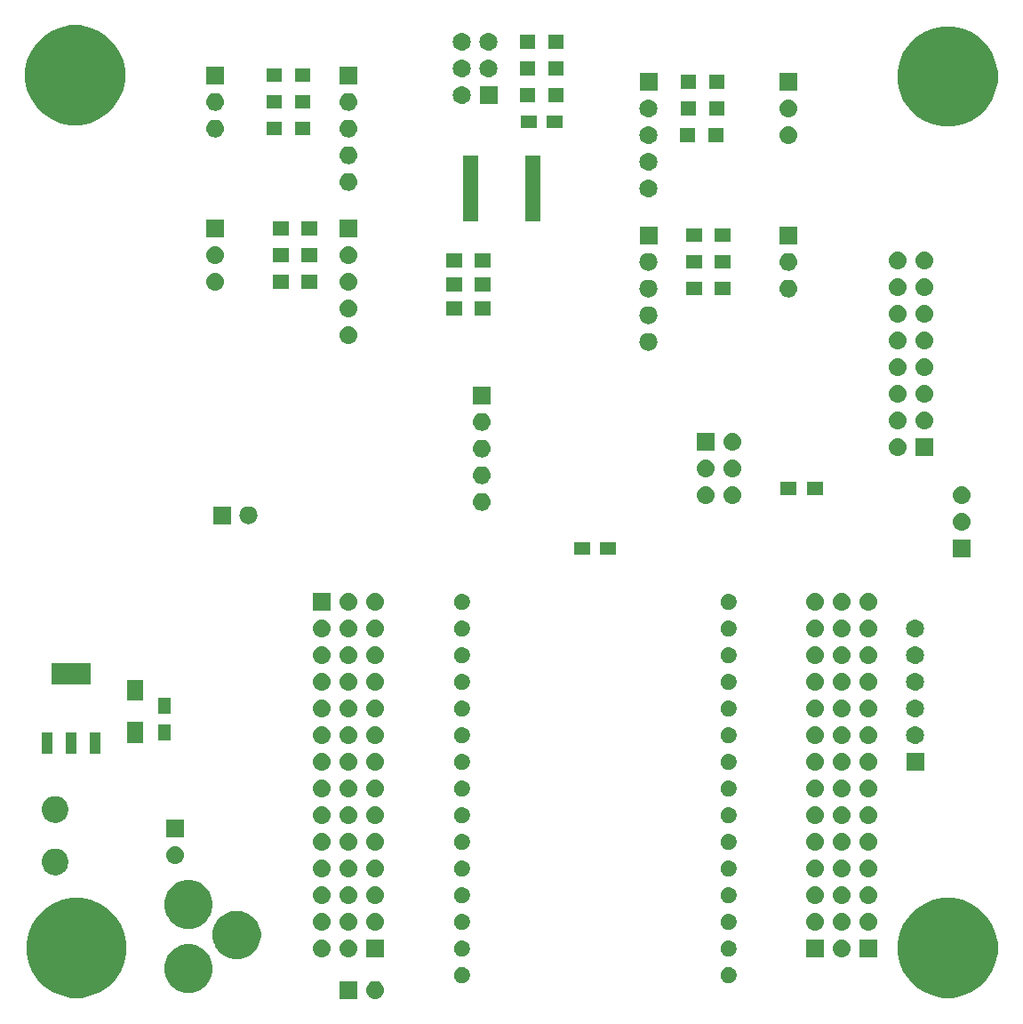
<source format=gbr>
G04 #@! TF.GenerationSoftware,KiCad,Pcbnew,(5.0.2)-1*
G04 #@! TF.CreationDate,2019-03-20T12:41:35-04:00*
G04 #@! TF.ProjectId,ESP32-Hub,45535033-322d-4487-9562-2e6b69636164,2*
G04 #@! TF.SameCoordinates,Original*
G04 #@! TF.FileFunction,Soldermask,Top*
G04 #@! TF.FilePolarity,Negative*
%FSLAX46Y46*%
G04 Gerber Fmt 4.6, Leading zero omitted, Abs format (unit mm)*
G04 Created by KiCad (PCBNEW (5.0.2)-1) date 3/20/2019 12:41:35 PM*
%MOMM*%
%LPD*%
G01*
G04 APERTURE LIST*
%ADD10C,0.150000*%
G04 APERTURE END LIST*
D10*
G36*
X44616630Y-102162299D02*
X44776855Y-102210903D01*
X44924520Y-102289831D01*
X45053949Y-102396051D01*
X45160169Y-102525480D01*
X45239097Y-102673145D01*
X45287701Y-102833370D01*
X45304112Y-103000000D01*
X45287701Y-103166630D01*
X45239097Y-103326855D01*
X45160169Y-103474520D01*
X45053949Y-103603949D01*
X44924520Y-103710169D01*
X44776855Y-103789097D01*
X44616630Y-103837701D01*
X44491752Y-103850000D01*
X44408248Y-103850000D01*
X44283370Y-103837701D01*
X44123145Y-103789097D01*
X43975480Y-103710169D01*
X43846051Y-103603949D01*
X43739831Y-103474520D01*
X43660903Y-103326855D01*
X43612299Y-103166630D01*
X43595888Y-103000000D01*
X43612299Y-102833370D01*
X43660903Y-102673145D01*
X43739831Y-102525480D01*
X43846051Y-102396051D01*
X43975480Y-102289831D01*
X44123145Y-102210903D01*
X44283370Y-102162299D01*
X44408248Y-102150000D01*
X44491752Y-102150000D01*
X44616630Y-102162299D01*
X44616630Y-102162299D01*
G37*
G36*
X42760000Y-103850000D02*
X41060000Y-103850000D01*
X41060000Y-102150000D01*
X42760000Y-102150000D01*
X42760000Y-103850000D01*
X42760000Y-103850000D01*
G37*
G36*
X100389169Y-94420519D02*
X101255889Y-94779526D01*
X102035920Y-95300726D01*
X102699274Y-95964080D01*
X103220474Y-96744111D01*
X103579481Y-97610831D01*
X103762500Y-98530933D01*
X103762500Y-99469067D01*
X103579481Y-100389169D01*
X103220474Y-101255889D01*
X102699274Y-102035920D01*
X102035920Y-102699274D01*
X101255889Y-103220474D01*
X100389169Y-103579481D01*
X99469067Y-103762500D01*
X98530933Y-103762500D01*
X97610831Y-103579481D01*
X96744111Y-103220474D01*
X95964080Y-102699274D01*
X95300726Y-102035920D01*
X94779526Y-101255889D01*
X94420519Y-100389169D01*
X94237500Y-99469067D01*
X94237500Y-98530933D01*
X94420519Y-97610831D01*
X94779526Y-96744111D01*
X95300726Y-95964080D01*
X95964080Y-95300726D01*
X96744111Y-94779526D01*
X97610831Y-94420519D01*
X98530933Y-94237500D01*
X99469067Y-94237500D01*
X100389169Y-94420519D01*
X100389169Y-94420519D01*
G37*
G36*
X17389169Y-94420519D02*
X18255889Y-94779526D01*
X19035920Y-95300726D01*
X19699274Y-95964080D01*
X20220474Y-96744111D01*
X20579481Y-97610831D01*
X20762500Y-98530933D01*
X20762500Y-99469067D01*
X20579481Y-100389169D01*
X20220474Y-101255889D01*
X19699274Y-102035920D01*
X19035920Y-102699274D01*
X18255889Y-103220474D01*
X17389169Y-103579481D01*
X16469067Y-103762500D01*
X15530933Y-103762500D01*
X14610831Y-103579481D01*
X13744111Y-103220474D01*
X12964080Y-102699274D01*
X12300726Y-102035920D01*
X11779526Y-101255889D01*
X11420519Y-100389169D01*
X11237500Y-99469067D01*
X11237500Y-98530933D01*
X11420519Y-97610831D01*
X11779526Y-96744111D01*
X12300726Y-95964080D01*
X12964080Y-95300726D01*
X13744111Y-94779526D01*
X14610831Y-94420519D01*
X15530933Y-94237500D01*
X16469067Y-94237500D01*
X17389169Y-94420519D01*
X17389169Y-94420519D01*
G37*
G36*
X27340885Y-98753387D02*
X27678837Y-98893371D01*
X27759459Y-98926766D01*
X28071178Y-99135050D01*
X28136168Y-99178475D01*
X28456525Y-99498832D01*
X28456527Y-99498835D01*
X28690565Y-99849097D01*
X28708235Y-99875543D01*
X28881613Y-100294115D01*
X28970000Y-100738468D01*
X28970000Y-101191532D01*
X28881613Y-101635885D01*
X28715915Y-102035917D01*
X28708234Y-102054459D01*
X28603701Y-102210903D01*
X28456525Y-102431168D01*
X28136168Y-102751525D01*
X28136165Y-102751527D01*
X27759459Y-103003234D01*
X27759458Y-103003235D01*
X27759457Y-103003235D01*
X27340885Y-103176613D01*
X26896532Y-103265000D01*
X26443468Y-103265000D01*
X25999115Y-103176613D01*
X25580543Y-103003235D01*
X25580542Y-103003235D01*
X25580541Y-103003234D01*
X25203835Y-102751527D01*
X25203832Y-102751525D01*
X24883475Y-102431168D01*
X24736299Y-102210903D01*
X24631766Y-102054459D01*
X24624086Y-102035917D01*
X24458387Y-101635885D01*
X24370000Y-101191532D01*
X24370000Y-100738468D01*
X24458387Y-100294115D01*
X24631765Y-99875543D01*
X24649436Y-99849097D01*
X24883473Y-99498835D01*
X24883475Y-99498832D01*
X25203832Y-99178475D01*
X25268822Y-99135050D01*
X25580541Y-98926766D01*
X25661164Y-98893371D01*
X25999115Y-98753387D01*
X26443468Y-98665000D01*
X26896532Y-98665000D01*
X27340885Y-98753387D01*
X27340885Y-98753387D01*
G37*
G36*
X78278195Y-100857522D02*
X78327267Y-100867283D01*
X78465942Y-100924724D01*
X78590750Y-101008118D01*
X78696882Y-101114250D01*
X78780276Y-101239058D01*
X78837717Y-101377734D01*
X78867000Y-101524948D01*
X78867000Y-101675052D01*
X78837717Y-101822266D01*
X78780276Y-101960942D01*
X78696882Y-102085750D01*
X78590750Y-102191882D01*
X78590747Y-102191884D01*
X78465942Y-102275276D01*
X78327267Y-102332717D01*
X78278195Y-102342478D01*
X78180052Y-102362000D01*
X78029948Y-102362000D01*
X77931805Y-102342478D01*
X77882733Y-102332717D01*
X77744058Y-102275276D01*
X77619253Y-102191884D01*
X77619250Y-102191882D01*
X77513118Y-102085750D01*
X77429724Y-101960942D01*
X77372283Y-101822266D01*
X77343000Y-101675052D01*
X77343000Y-101524948D01*
X77372283Y-101377734D01*
X77429724Y-101239058D01*
X77513118Y-101114250D01*
X77619250Y-101008118D01*
X77744058Y-100924724D01*
X77882733Y-100867283D01*
X77931805Y-100857522D01*
X78029948Y-100838000D01*
X78180052Y-100838000D01*
X78278195Y-100857522D01*
X78278195Y-100857522D01*
G37*
G36*
X52878195Y-100857522D02*
X52927267Y-100867283D01*
X53065942Y-100924724D01*
X53190750Y-101008118D01*
X53296882Y-101114250D01*
X53380276Y-101239058D01*
X53437717Y-101377734D01*
X53467000Y-101524948D01*
X53467000Y-101675052D01*
X53437717Y-101822266D01*
X53380276Y-101960942D01*
X53296882Y-102085750D01*
X53190750Y-102191882D01*
X53190747Y-102191884D01*
X53065942Y-102275276D01*
X52927267Y-102332717D01*
X52878195Y-102342478D01*
X52780052Y-102362000D01*
X52629948Y-102362000D01*
X52531805Y-102342478D01*
X52482733Y-102332717D01*
X52344058Y-102275276D01*
X52219253Y-102191884D01*
X52219250Y-102191882D01*
X52113118Y-102085750D01*
X52029724Y-101960942D01*
X51972283Y-101822266D01*
X51943000Y-101675052D01*
X51943000Y-101524948D01*
X51972283Y-101377734D01*
X52029724Y-101239058D01*
X52113118Y-101114250D01*
X52219250Y-101008118D01*
X52344058Y-100924724D01*
X52482733Y-100867283D01*
X52531805Y-100857522D01*
X52629948Y-100838000D01*
X52780052Y-100838000D01*
X52878195Y-100857522D01*
X52878195Y-100857522D01*
G37*
G36*
X31852896Y-95535885D02*
X31940885Y-95553387D01*
X32359459Y-95726766D01*
X32714624Y-95964080D01*
X32736168Y-95978475D01*
X33056525Y-96298832D01*
X33056527Y-96298835D01*
X33254452Y-96595050D01*
X33308235Y-96675543D01*
X33481613Y-97094115D01*
X33570000Y-97538468D01*
X33570000Y-97991532D01*
X33481613Y-98435885D01*
X33350100Y-98753387D01*
X33308234Y-98854459D01*
X33170896Y-99060000D01*
X33056525Y-99231168D01*
X32736168Y-99551525D01*
X32736165Y-99551527D01*
X32359459Y-99803234D01*
X32359458Y-99803235D01*
X32359457Y-99803235D01*
X31940885Y-99976613D01*
X31496532Y-100065000D01*
X31043468Y-100065000D01*
X30599115Y-99976613D01*
X30180543Y-99803235D01*
X30180542Y-99803235D01*
X30180541Y-99803234D01*
X29803835Y-99551527D01*
X29803832Y-99551525D01*
X29483475Y-99231168D01*
X29369104Y-99060000D01*
X29231766Y-98854459D01*
X29189901Y-98753387D01*
X29058387Y-98435885D01*
X28970000Y-97991532D01*
X28970000Y-97538468D01*
X29058387Y-97094115D01*
X29231765Y-96675543D01*
X29285549Y-96595050D01*
X29483473Y-96298835D01*
X29483475Y-96298832D01*
X29803832Y-95978475D01*
X29825376Y-95964080D01*
X30180541Y-95726766D01*
X30599115Y-95553387D01*
X30687104Y-95535885D01*
X31043468Y-95465000D01*
X31496532Y-95465000D01*
X31852896Y-95535885D01*
X31852896Y-95535885D01*
G37*
G36*
X45300000Y-99910000D02*
X43600000Y-99910000D01*
X43600000Y-98210000D01*
X45300000Y-98210000D01*
X45300000Y-99910000D01*
X45300000Y-99910000D01*
G37*
G36*
X39536630Y-98222299D02*
X39696855Y-98270903D01*
X39844520Y-98349831D01*
X39973949Y-98456051D01*
X40080169Y-98585480D01*
X40159097Y-98733145D01*
X40207701Y-98893370D01*
X40224112Y-99060000D01*
X40207701Y-99226630D01*
X40159097Y-99386855D01*
X40080169Y-99534520D01*
X39973949Y-99663949D01*
X39844520Y-99770169D01*
X39696855Y-99849097D01*
X39536630Y-99897701D01*
X39411752Y-99910000D01*
X39328248Y-99910000D01*
X39203370Y-99897701D01*
X39043145Y-99849097D01*
X38895480Y-99770169D01*
X38766051Y-99663949D01*
X38659831Y-99534520D01*
X38580903Y-99386855D01*
X38532299Y-99226630D01*
X38515888Y-99060000D01*
X38532299Y-98893370D01*
X38580903Y-98733145D01*
X38659831Y-98585480D01*
X38766051Y-98456051D01*
X38895480Y-98349831D01*
X39043145Y-98270903D01*
X39203370Y-98222299D01*
X39328248Y-98210000D01*
X39411752Y-98210000D01*
X39536630Y-98222299D01*
X39536630Y-98222299D01*
G37*
G36*
X92290000Y-99910000D02*
X90590000Y-99910000D01*
X90590000Y-98210000D01*
X92290000Y-98210000D01*
X92290000Y-99910000D01*
X92290000Y-99910000D01*
G37*
G36*
X89066630Y-98222299D02*
X89226855Y-98270903D01*
X89374520Y-98349831D01*
X89503949Y-98456051D01*
X89610169Y-98585480D01*
X89689097Y-98733145D01*
X89737701Y-98893370D01*
X89754112Y-99060000D01*
X89737701Y-99226630D01*
X89689097Y-99386855D01*
X89610169Y-99534520D01*
X89503949Y-99663949D01*
X89374520Y-99770169D01*
X89226855Y-99849097D01*
X89066630Y-99897701D01*
X88941752Y-99910000D01*
X88858248Y-99910000D01*
X88733370Y-99897701D01*
X88573145Y-99849097D01*
X88425480Y-99770169D01*
X88296051Y-99663949D01*
X88189831Y-99534520D01*
X88110903Y-99386855D01*
X88062299Y-99226630D01*
X88045888Y-99060000D01*
X88062299Y-98893370D01*
X88110903Y-98733145D01*
X88189831Y-98585480D01*
X88296051Y-98456051D01*
X88425480Y-98349831D01*
X88573145Y-98270903D01*
X88733370Y-98222299D01*
X88858248Y-98210000D01*
X88941752Y-98210000D01*
X89066630Y-98222299D01*
X89066630Y-98222299D01*
G37*
G36*
X42076630Y-98222299D02*
X42236855Y-98270903D01*
X42384520Y-98349831D01*
X42513949Y-98456051D01*
X42620169Y-98585480D01*
X42699097Y-98733145D01*
X42747701Y-98893370D01*
X42764112Y-99060000D01*
X42747701Y-99226630D01*
X42699097Y-99386855D01*
X42620169Y-99534520D01*
X42513949Y-99663949D01*
X42384520Y-99770169D01*
X42236855Y-99849097D01*
X42076630Y-99897701D01*
X41951752Y-99910000D01*
X41868248Y-99910000D01*
X41743370Y-99897701D01*
X41583145Y-99849097D01*
X41435480Y-99770169D01*
X41306051Y-99663949D01*
X41199831Y-99534520D01*
X41120903Y-99386855D01*
X41072299Y-99226630D01*
X41055888Y-99060000D01*
X41072299Y-98893370D01*
X41120903Y-98733145D01*
X41199831Y-98585480D01*
X41306051Y-98456051D01*
X41435480Y-98349831D01*
X41583145Y-98270903D01*
X41743370Y-98222299D01*
X41868248Y-98210000D01*
X41951752Y-98210000D01*
X42076630Y-98222299D01*
X42076630Y-98222299D01*
G37*
G36*
X87210000Y-99910000D02*
X85510000Y-99910000D01*
X85510000Y-98210000D01*
X87210000Y-98210000D01*
X87210000Y-99910000D01*
X87210000Y-99910000D01*
G37*
G36*
X78278195Y-98317522D02*
X78327267Y-98327283D01*
X78381705Y-98349832D01*
X78465942Y-98384724D01*
X78590750Y-98468118D01*
X78696882Y-98574250D01*
X78696884Y-98574253D01*
X78780276Y-98699058D01*
X78837717Y-98837733D01*
X78841044Y-98854459D01*
X78867000Y-98984948D01*
X78867000Y-99135052D01*
X78837717Y-99282266D01*
X78780276Y-99420942D01*
X78696882Y-99545750D01*
X78590750Y-99651882D01*
X78590747Y-99651884D01*
X78465942Y-99735276D01*
X78327267Y-99792717D01*
X78278195Y-99802478D01*
X78180052Y-99822000D01*
X78029948Y-99822000D01*
X77931805Y-99802478D01*
X77882733Y-99792717D01*
X77744058Y-99735276D01*
X77619253Y-99651884D01*
X77619250Y-99651882D01*
X77513118Y-99545750D01*
X77429724Y-99420942D01*
X77372283Y-99282266D01*
X77343000Y-99135052D01*
X77343000Y-98984948D01*
X77368956Y-98854459D01*
X77372283Y-98837733D01*
X77429724Y-98699058D01*
X77513116Y-98574253D01*
X77513118Y-98574250D01*
X77619250Y-98468118D01*
X77744058Y-98384724D01*
X77828295Y-98349832D01*
X77882733Y-98327283D01*
X77931805Y-98317522D01*
X78029948Y-98298000D01*
X78180052Y-98298000D01*
X78278195Y-98317522D01*
X78278195Y-98317522D01*
G37*
G36*
X52878195Y-98317522D02*
X52927267Y-98327283D01*
X52981705Y-98349832D01*
X53065942Y-98384724D01*
X53190750Y-98468118D01*
X53296882Y-98574250D01*
X53296884Y-98574253D01*
X53380276Y-98699058D01*
X53437717Y-98837733D01*
X53441044Y-98854459D01*
X53467000Y-98984948D01*
X53467000Y-99135052D01*
X53437717Y-99282266D01*
X53380276Y-99420942D01*
X53296882Y-99545750D01*
X53190750Y-99651882D01*
X53190747Y-99651884D01*
X53065942Y-99735276D01*
X52927267Y-99792717D01*
X52878195Y-99802478D01*
X52780052Y-99822000D01*
X52629948Y-99822000D01*
X52531805Y-99802478D01*
X52482733Y-99792717D01*
X52344058Y-99735276D01*
X52219253Y-99651884D01*
X52219250Y-99651882D01*
X52113118Y-99545750D01*
X52029724Y-99420942D01*
X51972283Y-99282266D01*
X51943000Y-99135052D01*
X51943000Y-98984948D01*
X51968956Y-98854459D01*
X51972283Y-98837733D01*
X52029724Y-98699058D01*
X52113116Y-98574253D01*
X52113118Y-98574250D01*
X52219250Y-98468118D01*
X52344058Y-98384724D01*
X52428295Y-98349832D01*
X52482733Y-98327283D01*
X52531805Y-98317522D01*
X52629948Y-98298000D01*
X52780052Y-98298000D01*
X52878195Y-98317522D01*
X52878195Y-98317522D01*
G37*
G36*
X91606630Y-95682299D02*
X91766855Y-95730903D01*
X91914520Y-95809831D01*
X92043949Y-95916051D01*
X92150169Y-96045480D01*
X92229097Y-96193145D01*
X92277701Y-96353370D01*
X92294112Y-96520000D01*
X92277701Y-96686630D01*
X92229097Y-96846855D01*
X92150169Y-96994520D01*
X92043949Y-97123949D01*
X91914520Y-97230169D01*
X91766855Y-97309097D01*
X91606630Y-97357701D01*
X91481752Y-97370000D01*
X91398248Y-97370000D01*
X91273370Y-97357701D01*
X91113145Y-97309097D01*
X90965480Y-97230169D01*
X90836051Y-97123949D01*
X90729831Y-96994520D01*
X90650903Y-96846855D01*
X90602299Y-96686630D01*
X90585888Y-96520000D01*
X90602299Y-96353370D01*
X90650903Y-96193145D01*
X90729831Y-96045480D01*
X90836051Y-95916051D01*
X90965480Y-95809831D01*
X91113145Y-95730903D01*
X91273370Y-95682299D01*
X91398248Y-95670000D01*
X91481752Y-95670000D01*
X91606630Y-95682299D01*
X91606630Y-95682299D01*
G37*
G36*
X39536630Y-95682299D02*
X39696855Y-95730903D01*
X39844520Y-95809831D01*
X39973949Y-95916051D01*
X40080169Y-96045480D01*
X40159097Y-96193145D01*
X40207701Y-96353370D01*
X40224112Y-96520000D01*
X40207701Y-96686630D01*
X40159097Y-96846855D01*
X40080169Y-96994520D01*
X39973949Y-97123949D01*
X39844520Y-97230169D01*
X39696855Y-97309097D01*
X39536630Y-97357701D01*
X39411752Y-97370000D01*
X39328248Y-97370000D01*
X39203370Y-97357701D01*
X39043145Y-97309097D01*
X38895480Y-97230169D01*
X38766051Y-97123949D01*
X38659831Y-96994520D01*
X38580903Y-96846855D01*
X38532299Y-96686630D01*
X38515888Y-96520000D01*
X38532299Y-96353370D01*
X38580903Y-96193145D01*
X38659831Y-96045480D01*
X38766051Y-95916051D01*
X38895480Y-95809831D01*
X39043145Y-95730903D01*
X39203370Y-95682299D01*
X39328248Y-95670000D01*
X39411752Y-95670000D01*
X39536630Y-95682299D01*
X39536630Y-95682299D01*
G37*
G36*
X42076630Y-95682299D02*
X42236855Y-95730903D01*
X42384520Y-95809831D01*
X42513949Y-95916051D01*
X42620169Y-96045480D01*
X42699097Y-96193145D01*
X42747701Y-96353370D01*
X42764112Y-96520000D01*
X42747701Y-96686630D01*
X42699097Y-96846855D01*
X42620169Y-96994520D01*
X42513949Y-97123949D01*
X42384520Y-97230169D01*
X42236855Y-97309097D01*
X42076630Y-97357701D01*
X41951752Y-97370000D01*
X41868248Y-97370000D01*
X41743370Y-97357701D01*
X41583145Y-97309097D01*
X41435480Y-97230169D01*
X41306051Y-97123949D01*
X41199831Y-96994520D01*
X41120903Y-96846855D01*
X41072299Y-96686630D01*
X41055888Y-96520000D01*
X41072299Y-96353370D01*
X41120903Y-96193145D01*
X41199831Y-96045480D01*
X41306051Y-95916051D01*
X41435480Y-95809831D01*
X41583145Y-95730903D01*
X41743370Y-95682299D01*
X41868248Y-95670000D01*
X41951752Y-95670000D01*
X42076630Y-95682299D01*
X42076630Y-95682299D01*
G37*
G36*
X86526630Y-95682299D02*
X86686855Y-95730903D01*
X86834520Y-95809831D01*
X86963949Y-95916051D01*
X87070169Y-96045480D01*
X87149097Y-96193145D01*
X87197701Y-96353370D01*
X87214112Y-96520000D01*
X87197701Y-96686630D01*
X87149097Y-96846855D01*
X87070169Y-96994520D01*
X86963949Y-97123949D01*
X86834520Y-97230169D01*
X86686855Y-97309097D01*
X86526630Y-97357701D01*
X86401752Y-97370000D01*
X86318248Y-97370000D01*
X86193370Y-97357701D01*
X86033145Y-97309097D01*
X85885480Y-97230169D01*
X85756051Y-97123949D01*
X85649831Y-96994520D01*
X85570903Y-96846855D01*
X85522299Y-96686630D01*
X85505888Y-96520000D01*
X85522299Y-96353370D01*
X85570903Y-96193145D01*
X85649831Y-96045480D01*
X85756051Y-95916051D01*
X85885480Y-95809831D01*
X86033145Y-95730903D01*
X86193370Y-95682299D01*
X86318248Y-95670000D01*
X86401752Y-95670000D01*
X86526630Y-95682299D01*
X86526630Y-95682299D01*
G37*
G36*
X89066630Y-95682299D02*
X89226855Y-95730903D01*
X89374520Y-95809831D01*
X89503949Y-95916051D01*
X89610169Y-96045480D01*
X89689097Y-96193145D01*
X89737701Y-96353370D01*
X89754112Y-96520000D01*
X89737701Y-96686630D01*
X89689097Y-96846855D01*
X89610169Y-96994520D01*
X89503949Y-97123949D01*
X89374520Y-97230169D01*
X89226855Y-97309097D01*
X89066630Y-97357701D01*
X88941752Y-97370000D01*
X88858248Y-97370000D01*
X88733370Y-97357701D01*
X88573145Y-97309097D01*
X88425480Y-97230169D01*
X88296051Y-97123949D01*
X88189831Y-96994520D01*
X88110903Y-96846855D01*
X88062299Y-96686630D01*
X88045888Y-96520000D01*
X88062299Y-96353370D01*
X88110903Y-96193145D01*
X88189831Y-96045480D01*
X88296051Y-95916051D01*
X88425480Y-95809831D01*
X88573145Y-95730903D01*
X88733370Y-95682299D01*
X88858248Y-95670000D01*
X88941752Y-95670000D01*
X89066630Y-95682299D01*
X89066630Y-95682299D01*
G37*
G36*
X44616630Y-95682299D02*
X44776855Y-95730903D01*
X44924520Y-95809831D01*
X45053949Y-95916051D01*
X45160169Y-96045480D01*
X45239097Y-96193145D01*
X45287701Y-96353370D01*
X45304112Y-96520000D01*
X45287701Y-96686630D01*
X45239097Y-96846855D01*
X45160169Y-96994520D01*
X45053949Y-97123949D01*
X44924520Y-97230169D01*
X44776855Y-97309097D01*
X44616630Y-97357701D01*
X44491752Y-97370000D01*
X44408248Y-97370000D01*
X44283370Y-97357701D01*
X44123145Y-97309097D01*
X43975480Y-97230169D01*
X43846051Y-97123949D01*
X43739831Y-96994520D01*
X43660903Y-96846855D01*
X43612299Y-96686630D01*
X43595888Y-96520000D01*
X43612299Y-96353370D01*
X43660903Y-96193145D01*
X43739831Y-96045480D01*
X43846051Y-95916051D01*
X43975480Y-95809831D01*
X44123145Y-95730903D01*
X44283370Y-95682299D01*
X44408248Y-95670000D01*
X44491752Y-95670000D01*
X44616630Y-95682299D01*
X44616630Y-95682299D01*
G37*
G36*
X52878195Y-95777522D02*
X52927267Y-95787283D01*
X52981705Y-95809832D01*
X53065942Y-95844724D01*
X53190750Y-95928118D01*
X53296882Y-96034250D01*
X53296884Y-96034253D01*
X53380276Y-96159058D01*
X53437717Y-96297733D01*
X53437936Y-96298835D01*
X53467000Y-96444948D01*
X53467000Y-96595052D01*
X53450989Y-96675543D01*
X53437717Y-96742267D01*
X53436953Y-96744111D01*
X53380276Y-96880942D01*
X53296882Y-97005750D01*
X53190750Y-97111882D01*
X53190747Y-97111884D01*
X53065942Y-97195276D01*
X52927267Y-97252717D01*
X52878195Y-97262478D01*
X52780052Y-97282000D01*
X52629948Y-97282000D01*
X52531805Y-97262478D01*
X52482733Y-97252717D01*
X52344058Y-97195276D01*
X52219253Y-97111884D01*
X52219250Y-97111882D01*
X52113118Y-97005750D01*
X52029724Y-96880942D01*
X51973047Y-96744111D01*
X51972283Y-96742267D01*
X51959011Y-96675543D01*
X51943000Y-96595052D01*
X51943000Y-96444948D01*
X51972064Y-96298835D01*
X51972283Y-96297733D01*
X52029724Y-96159058D01*
X52113116Y-96034253D01*
X52113118Y-96034250D01*
X52219250Y-95928118D01*
X52344058Y-95844724D01*
X52428295Y-95809832D01*
X52482733Y-95787283D01*
X52531805Y-95777522D01*
X52629948Y-95758000D01*
X52780052Y-95758000D01*
X52878195Y-95777522D01*
X52878195Y-95777522D01*
G37*
G36*
X78278195Y-95777522D02*
X78327267Y-95787283D01*
X78381705Y-95809832D01*
X78465942Y-95844724D01*
X78590750Y-95928118D01*
X78696882Y-96034250D01*
X78696884Y-96034253D01*
X78780276Y-96159058D01*
X78837717Y-96297733D01*
X78837936Y-96298835D01*
X78867000Y-96444948D01*
X78867000Y-96595052D01*
X78850989Y-96675543D01*
X78837717Y-96742267D01*
X78836953Y-96744111D01*
X78780276Y-96880942D01*
X78696882Y-97005750D01*
X78590750Y-97111882D01*
X78590747Y-97111884D01*
X78465942Y-97195276D01*
X78327267Y-97252717D01*
X78278195Y-97262478D01*
X78180052Y-97282000D01*
X78029948Y-97282000D01*
X77931805Y-97262478D01*
X77882733Y-97252717D01*
X77744058Y-97195276D01*
X77619253Y-97111884D01*
X77619250Y-97111882D01*
X77513118Y-97005750D01*
X77429724Y-96880942D01*
X77373047Y-96744111D01*
X77372283Y-96742267D01*
X77359011Y-96675543D01*
X77343000Y-96595052D01*
X77343000Y-96444948D01*
X77372064Y-96298835D01*
X77372283Y-96297733D01*
X77429724Y-96159058D01*
X77513116Y-96034253D01*
X77513118Y-96034250D01*
X77619250Y-95928118D01*
X77744058Y-95844724D01*
X77828295Y-95809832D01*
X77882733Y-95787283D01*
X77931805Y-95777522D01*
X78029948Y-95758000D01*
X78180052Y-95758000D01*
X78278195Y-95777522D01*
X78278195Y-95777522D01*
G37*
G36*
X27340885Y-92653387D02*
X27759459Y-92826766D01*
X28131155Y-93075125D01*
X28136168Y-93078475D01*
X28456525Y-93398832D01*
X28456527Y-93398835D01*
X28696336Y-93757734D01*
X28708235Y-93775543D01*
X28881613Y-94194115D01*
X28970000Y-94638468D01*
X28970000Y-95091532D01*
X28881613Y-95535885D01*
X28768141Y-95809832D01*
X28708234Y-95954459D01*
X28647415Y-96045481D01*
X28456525Y-96331168D01*
X28136168Y-96651525D01*
X28136165Y-96651527D01*
X27759459Y-96903234D01*
X27759458Y-96903235D01*
X27759457Y-96903235D01*
X27340885Y-97076613D01*
X26896532Y-97165000D01*
X26443468Y-97165000D01*
X25999115Y-97076613D01*
X25580543Y-96903235D01*
X25580542Y-96903235D01*
X25580541Y-96903234D01*
X25203835Y-96651527D01*
X25203832Y-96651525D01*
X24883475Y-96331168D01*
X24692585Y-96045481D01*
X24631766Y-95954459D01*
X24571860Y-95809832D01*
X24458387Y-95535885D01*
X24370000Y-95091532D01*
X24370000Y-94638468D01*
X24458387Y-94194115D01*
X24631765Y-93775543D01*
X24643665Y-93757734D01*
X24883473Y-93398835D01*
X24883475Y-93398832D01*
X25203832Y-93078475D01*
X25208845Y-93075125D01*
X25580541Y-92826766D01*
X25999115Y-92653387D01*
X26443468Y-92565000D01*
X26896532Y-92565000D01*
X27340885Y-92653387D01*
X27340885Y-92653387D01*
G37*
G36*
X39536630Y-93142299D02*
X39696855Y-93190903D01*
X39844520Y-93269831D01*
X39973949Y-93376051D01*
X40080169Y-93505480D01*
X40159097Y-93653145D01*
X40207701Y-93813370D01*
X40224112Y-93980000D01*
X40207701Y-94146630D01*
X40159097Y-94306855D01*
X40080169Y-94454520D01*
X39973949Y-94583949D01*
X39844520Y-94690169D01*
X39696855Y-94769097D01*
X39536630Y-94817701D01*
X39411752Y-94830000D01*
X39328248Y-94830000D01*
X39203370Y-94817701D01*
X39043145Y-94769097D01*
X38895480Y-94690169D01*
X38766051Y-94583949D01*
X38659831Y-94454520D01*
X38580903Y-94306855D01*
X38532299Y-94146630D01*
X38515888Y-93980000D01*
X38532299Y-93813370D01*
X38580903Y-93653145D01*
X38659831Y-93505480D01*
X38766051Y-93376051D01*
X38895480Y-93269831D01*
X39043145Y-93190903D01*
X39203370Y-93142299D01*
X39328248Y-93130000D01*
X39411752Y-93130000D01*
X39536630Y-93142299D01*
X39536630Y-93142299D01*
G37*
G36*
X44616630Y-93142299D02*
X44776855Y-93190903D01*
X44924520Y-93269831D01*
X45053949Y-93376051D01*
X45160169Y-93505480D01*
X45239097Y-93653145D01*
X45287701Y-93813370D01*
X45304112Y-93980000D01*
X45287701Y-94146630D01*
X45239097Y-94306855D01*
X45160169Y-94454520D01*
X45053949Y-94583949D01*
X44924520Y-94690169D01*
X44776855Y-94769097D01*
X44616630Y-94817701D01*
X44491752Y-94830000D01*
X44408248Y-94830000D01*
X44283370Y-94817701D01*
X44123145Y-94769097D01*
X43975480Y-94690169D01*
X43846051Y-94583949D01*
X43739831Y-94454520D01*
X43660903Y-94306855D01*
X43612299Y-94146630D01*
X43595888Y-93980000D01*
X43612299Y-93813370D01*
X43660903Y-93653145D01*
X43739831Y-93505480D01*
X43846051Y-93376051D01*
X43975480Y-93269831D01*
X44123145Y-93190903D01*
X44283370Y-93142299D01*
X44408248Y-93130000D01*
X44491752Y-93130000D01*
X44616630Y-93142299D01*
X44616630Y-93142299D01*
G37*
G36*
X91606630Y-93142299D02*
X91766855Y-93190903D01*
X91914520Y-93269831D01*
X92043949Y-93376051D01*
X92150169Y-93505480D01*
X92229097Y-93653145D01*
X92277701Y-93813370D01*
X92294112Y-93980000D01*
X92277701Y-94146630D01*
X92229097Y-94306855D01*
X92150169Y-94454520D01*
X92043949Y-94583949D01*
X91914520Y-94690169D01*
X91766855Y-94769097D01*
X91606630Y-94817701D01*
X91481752Y-94830000D01*
X91398248Y-94830000D01*
X91273370Y-94817701D01*
X91113145Y-94769097D01*
X90965480Y-94690169D01*
X90836051Y-94583949D01*
X90729831Y-94454520D01*
X90650903Y-94306855D01*
X90602299Y-94146630D01*
X90585888Y-93980000D01*
X90602299Y-93813370D01*
X90650903Y-93653145D01*
X90729831Y-93505480D01*
X90836051Y-93376051D01*
X90965480Y-93269831D01*
X91113145Y-93190903D01*
X91273370Y-93142299D01*
X91398248Y-93130000D01*
X91481752Y-93130000D01*
X91606630Y-93142299D01*
X91606630Y-93142299D01*
G37*
G36*
X89066630Y-93142299D02*
X89226855Y-93190903D01*
X89374520Y-93269831D01*
X89503949Y-93376051D01*
X89610169Y-93505480D01*
X89689097Y-93653145D01*
X89737701Y-93813370D01*
X89754112Y-93980000D01*
X89737701Y-94146630D01*
X89689097Y-94306855D01*
X89610169Y-94454520D01*
X89503949Y-94583949D01*
X89374520Y-94690169D01*
X89226855Y-94769097D01*
X89066630Y-94817701D01*
X88941752Y-94830000D01*
X88858248Y-94830000D01*
X88733370Y-94817701D01*
X88573145Y-94769097D01*
X88425480Y-94690169D01*
X88296051Y-94583949D01*
X88189831Y-94454520D01*
X88110903Y-94306855D01*
X88062299Y-94146630D01*
X88045888Y-93980000D01*
X88062299Y-93813370D01*
X88110903Y-93653145D01*
X88189831Y-93505480D01*
X88296051Y-93376051D01*
X88425480Y-93269831D01*
X88573145Y-93190903D01*
X88733370Y-93142299D01*
X88858248Y-93130000D01*
X88941752Y-93130000D01*
X89066630Y-93142299D01*
X89066630Y-93142299D01*
G37*
G36*
X42076630Y-93142299D02*
X42236855Y-93190903D01*
X42384520Y-93269831D01*
X42513949Y-93376051D01*
X42620169Y-93505480D01*
X42699097Y-93653145D01*
X42747701Y-93813370D01*
X42764112Y-93980000D01*
X42747701Y-94146630D01*
X42699097Y-94306855D01*
X42620169Y-94454520D01*
X42513949Y-94583949D01*
X42384520Y-94690169D01*
X42236855Y-94769097D01*
X42076630Y-94817701D01*
X41951752Y-94830000D01*
X41868248Y-94830000D01*
X41743370Y-94817701D01*
X41583145Y-94769097D01*
X41435480Y-94690169D01*
X41306051Y-94583949D01*
X41199831Y-94454520D01*
X41120903Y-94306855D01*
X41072299Y-94146630D01*
X41055888Y-93980000D01*
X41072299Y-93813370D01*
X41120903Y-93653145D01*
X41199831Y-93505480D01*
X41306051Y-93376051D01*
X41435480Y-93269831D01*
X41583145Y-93190903D01*
X41743370Y-93142299D01*
X41868248Y-93130000D01*
X41951752Y-93130000D01*
X42076630Y-93142299D01*
X42076630Y-93142299D01*
G37*
G36*
X86526630Y-93142299D02*
X86686855Y-93190903D01*
X86834520Y-93269831D01*
X86963949Y-93376051D01*
X87070169Y-93505480D01*
X87149097Y-93653145D01*
X87197701Y-93813370D01*
X87214112Y-93980000D01*
X87197701Y-94146630D01*
X87149097Y-94306855D01*
X87070169Y-94454520D01*
X86963949Y-94583949D01*
X86834520Y-94690169D01*
X86686855Y-94769097D01*
X86526630Y-94817701D01*
X86401752Y-94830000D01*
X86318248Y-94830000D01*
X86193370Y-94817701D01*
X86033145Y-94769097D01*
X85885480Y-94690169D01*
X85756051Y-94583949D01*
X85649831Y-94454520D01*
X85570903Y-94306855D01*
X85522299Y-94146630D01*
X85505888Y-93980000D01*
X85522299Y-93813370D01*
X85570903Y-93653145D01*
X85649831Y-93505480D01*
X85756051Y-93376051D01*
X85885480Y-93269831D01*
X86033145Y-93190903D01*
X86193370Y-93142299D01*
X86318248Y-93130000D01*
X86401752Y-93130000D01*
X86526630Y-93142299D01*
X86526630Y-93142299D01*
G37*
G36*
X52878195Y-93237522D02*
X52927267Y-93247283D01*
X52981705Y-93269832D01*
X53065942Y-93304724D01*
X53190750Y-93388118D01*
X53296882Y-93494250D01*
X53296884Y-93494253D01*
X53380276Y-93619058D01*
X53437717Y-93757733D01*
X53467000Y-93904950D01*
X53467000Y-94055050D01*
X53439339Y-94194115D01*
X53437717Y-94202266D01*
X53380276Y-94340942D01*
X53296882Y-94465750D01*
X53190750Y-94571882D01*
X53190747Y-94571884D01*
X53065942Y-94655276D01*
X52927267Y-94712717D01*
X52878195Y-94722478D01*
X52780052Y-94742000D01*
X52629948Y-94742000D01*
X52531805Y-94722478D01*
X52482733Y-94712717D01*
X52344058Y-94655276D01*
X52219253Y-94571884D01*
X52219250Y-94571882D01*
X52113118Y-94465750D01*
X52029724Y-94340942D01*
X51972283Y-94202266D01*
X51970662Y-94194115D01*
X51943000Y-94055050D01*
X51943000Y-93904950D01*
X51972283Y-93757733D01*
X52029724Y-93619058D01*
X52113116Y-93494253D01*
X52113118Y-93494250D01*
X52219250Y-93388118D01*
X52344058Y-93304724D01*
X52428295Y-93269832D01*
X52482733Y-93247283D01*
X52531805Y-93237522D01*
X52629948Y-93218000D01*
X52780052Y-93218000D01*
X52878195Y-93237522D01*
X52878195Y-93237522D01*
G37*
G36*
X78278195Y-93237522D02*
X78327267Y-93247283D01*
X78381705Y-93269832D01*
X78465942Y-93304724D01*
X78590750Y-93388118D01*
X78696882Y-93494250D01*
X78696884Y-93494253D01*
X78780276Y-93619058D01*
X78837717Y-93757733D01*
X78867000Y-93904950D01*
X78867000Y-94055050D01*
X78839339Y-94194115D01*
X78837717Y-94202266D01*
X78780276Y-94340942D01*
X78696882Y-94465750D01*
X78590750Y-94571882D01*
X78590747Y-94571884D01*
X78465942Y-94655276D01*
X78327267Y-94712717D01*
X78278195Y-94722478D01*
X78180052Y-94742000D01*
X78029948Y-94742000D01*
X77931805Y-94722478D01*
X77882733Y-94712717D01*
X77744058Y-94655276D01*
X77619253Y-94571884D01*
X77619250Y-94571882D01*
X77513118Y-94465750D01*
X77429724Y-94340942D01*
X77372283Y-94202266D01*
X77370662Y-94194115D01*
X77343000Y-94055050D01*
X77343000Y-93904950D01*
X77372283Y-93757733D01*
X77429724Y-93619058D01*
X77513116Y-93494253D01*
X77513118Y-93494250D01*
X77619250Y-93388118D01*
X77744058Y-93304724D01*
X77828295Y-93269832D01*
X77882733Y-93247283D01*
X77931805Y-93237522D01*
X78029948Y-93218000D01*
X78180052Y-93218000D01*
X78278195Y-93237522D01*
X78278195Y-93237522D01*
G37*
G36*
X91606630Y-90602299D02*
X91766855Y-90650903D01*
X91914520Y-90729831D01*
X92043949Y-90836051D01*
X92150169Y-90965480D01*
X92229097Y-91113145D01*
X92277701Y-91273370D01*
X92294112Y-91440000D01*
X92277701Y-91606630D01*
X92229097Y-91766855D01*
X92150169Y-91914520D01*
X92043949Y-92043949D01*
X91914520Y-92150169D01*
X91766855Y-92229097D01*
X91606630Y-92277701D01*
X91481752Y-92290000D01*
X91398248Y-92290000D01*
X91273370Y-92277701D01*
X91113145Y-92229097D01*
X90965480Y-92150169D01*
X90836051Y-92043949D01*
X90729831Y-91914520D01*
X90650903Y-91766855D01*
X90602299Y-91606630D01*
X90585888Y-91440000D01*
X90602299Y-91273370D01*
X90650903Y-91113145D01*
X90729831Y-90965480D01*
X90836051Y-90836051D01*
X90965480Y-90729831D01*
X91113145Y-90650903D01*
X91273370Y-90602299D01*
X91398248Y-90590000D01*
X91481752Y-90590000D01*
X91606630Y-90602299D01*
X91606630Y-90602299D01*
G37*
G36*
X39536630Y-90602299D02*
X39696855Y-90650903D01*
X39844520Y-90729831D01*
X39973949Y-90836051D01*
X40080169Y-90965480D01*
X40159097Y-91113145D01*
X40207701Y-91273370D01*
X40224112Y-91440000D01*
X40207701Y-91606630D01*
X40159097Y-91766855D01*
X40080169Y-91914520D01*
X39973949Y-92043949D01*
X39844520Y-92150169D01*
X39696855Y-92229097D01*
X39536630Y-92277701D01*
X39411752Y-92290000D01*
X39328248Y-92290000D01*
X39203370Y-92277701D01*
X39043145Y-92229097D01*
X38895480Y-92150169D01*
X38766051Y-92043949D01*
X38659831Y-91914520D01*
X38580903Y-91766855D01*
X38532299Y-91606630D01*
X38515888Y-91440000D01*
X38532299Y-91273370D01*
X38580903Y-91113145D01*
X38659831Y-90965480D01*
X38766051Y-90836051D01*
X38895480Y-90729831D01*
X39043145Y-90650903D01*
X39203370Y-90602299D01*
X39328248Y-90590000D01*
X39411752Y-90590000D01*
X39536630Y-90602299D01*
X39536630Y-90602299D01*
G37*
G36*
X42076630Y-90602299D02*
X42236855Y-90650903D01*
X42384520Y-90729831D01*
X42513949Y-90836051D01*
X42620169Y-90965480D01*
X42699097Y-91113145D01*
X42747701Y-91273370D01*
X42764112Y-91440000D01*
X42747701Y-91606630D01*
X42699097Y-91766855D01*
X42620169Y-91914520D01*
X42513949Y-92043949D01*
X42384520Y-92150169D01*
X42236855Y-92229097D01*
X42076630Y-92277701D01*
X41951752Y-92290000D01*
X41868248Y-92290000D01*
X41743370Y-92277701D01*
X41583145Y-92229097D01*
X41435480Y-92150169D01*
X41306051Y-92043949D01*
X41199831Y-91914520D01*
X41120903Y-91766855D01*
X41072299Y-91606630D01*
X41055888Y-91440000D01*
X41072299Y-91273370D01*
X41120903Y-91113145D01*
X41199831Y-90965480D01*
X41306051Y-90836051D01*
X41435480Y-90729831D01*
X41583145Y-90650903D01*
X41743370Y-90602299D01*
X41868248Y-90590000D01*
X41951752Y-90590000D01*
X42076630Y-90602299D01*
X42076630Y-90602299D01*
G37*
G36*
X44616630Y-90602299D02*
X44776855Y-90650903D01*
X44924520Y-90729831D01*
X45053949Y-90836051D01*
X45160169Y-90965480D01*
X45239097Y-91113145D01*
X45287701Y-91273370D01*
X45304112Y-91440000D01*
X45287701Y-91606630D01*
X45239097Y-91766855D01*
X45160169Y-91914520D01*
X45053949Y-92043949D01*
X44924520Y-92150169D01*
X44776855Y-92229097D01*
X44616630Y-92277701D01*
X44491752Y-92290000D01*
X44408248Y-92290000D01*
X44283370Y-92277701D01*
X44123145Y-92229097D01*
X43975480Y-92150169D01*
X43846051Y-92043949D01*
X43739831Y-91914520D01*
X43660903Y-91766855D01*
X43612299Y-91606630D01*
X43595888Y-91440000D01*
X43612299Y-91273370D01*
X43660903Y-91113145D01*
X43739831Y-90965480D01*
X43846051Y-90836051D01*
X43975480Y-90729831D01*
X44123145Y-90650903D01*
X44283370Y-90602299D01*
X44408248Y-90590000D01*
X44491752Y-90590000D01*
X44616630Y-90602299D01*
X44616630Y-90602299D01*
G37*
G36*
X86526630Y-90602299D02*
X86686855Y-90650903D01*
X86834520Y-90729831D01*
X86963949Y-90836051D01*
X87070169Y-90965480D01*
X87149097Y-91113145D01*
X87197701Y-91273370D01*
X87214112Y-91440000D01*
X87197701Y-91606630D01*
X87149097Y-91766855D01*
X87070169Y-91914520D01*
X86963949Y-92043949D01*
X86834520Y-92150169D01*
X86686855Y-92229097D01*
X86526630Y-92277701D01*
X86401752Y-92290000D01*
X86318248Y-92290000D01*
X86193370Y-92277701D01*
X86033145Y-92229097D01*
X85885480Y-92150169D01*
X85756051Y-92043949D01*
X85649831Y-91914520D01*
X85570903Y-91766855D01*
X85522299Y-91606630D01*
X85505888Y-91440000D01*
X85522299Y-91273370D01*
X85570903Y-91113145D01*
X85649831Y-90965480D01*
X85756051Y-90836051D01*
X85885480Y-90729831D01*
X86033145Y-90650903D01*
X86193370Y-90602299D01*
X86318248Y-90590000D01*
X86401752Y-90590000D01*
X86526630Y-90602299D01*
X86526630Y-90602299D01*
G37*
G36*
X89066630Y-90602299D02*
X89226855Y-90650903D01*
X89374520Y-90729831D01*
X89503949Y-90836051D01*
X89610169Y-90965480D01*
X89689097Y-91113145D01*
X89737701Y-91273370D01*
X89754112Y-91440000D01*
X89737701Y-91606630D01*
X89689097Y-91766855D01*
X89610169Y-91914520D01*
X89503949Y-92043949D01*
X89374520Y-92150169D01*
X89226855Y-92229097D01*
X89066630Y-92277701D01*
X88941752Y-92290000D01*
X88858248Y-92290000D01*
X88733370Y-92277701D01*
X88573145Y-92229097D01*
X88425480Y-92150169D01*
X88296051Y-92043949D01*
X88189831Y-91914520D01*
X88110903Y-91766855D01*
X88062299Y-91606630D01*
X88045888Y-91440000D01*
X88062299Y-91273370D01*
X88110903Y-91113145D01*
X88189831Y-90965480D01*
X88296051Y-90836051D01*
X88425480Y-90729831D01*
X88573145Y-90650903D01*
X88733370Y-90602299D01*
X88858248Y-90590000D01*
X88941752Y-90590000D01*
X89066630Y-90602299D01*
X89066630Y-90602299D01*
G37*
G36*
X52878195Y-90697522D02*
X52927267Y-90707283D01*
X52981705Y-90729832D01*
X53065942Y-90764724D01*
X53190750Y-90848118D01*
X53296882Y-90954250D01*
X53296884Y-90954253D01*
X53380276Y-91079058D01*
X53420201Y-91175445D01*
X53437717Y-91217734D01*
X53467000Y-91364948D01*
X53467000Y-91515052D01*
X53437717Y-91662266D01*
X53380276Y-91800942D01*
X53296882Y-91925750D01*
X53190750Y-92031882D01*
X53190747Y-92031884D01*
X53065942Y-92115276D01*
X52927267Y-92172717D01*
X52878195Y-92182478D01*
X52780052Y-92202000D01*
X52629948Y-92202000D01*
X52531805Y-92182478D01*
X52482733Y-92172717D01*
X52344058Y-92115276D01*
X52219253Y-92031884D01*
X52219250Y-92031882D01*
X52113118Y-91925750D01*
X52029724Y-91800942D01*
X51972283Y-91662266D01*
X51943000Y-91515052D01*
X51943000Y-91364948D01*
X51972283Y-91217734D01*
X51989800Y-91175445D01*
X52029724Y-91079058D01*
X52113116Y-90954253D01*
X52113118Y-90954250D01*
X52219250Y-90848118D01*
X52344058Y-90764724D01*
X52428295Y-90729832D01*
X52482733Y-90707283D01*
X52531805Y-90697522D01*
X52629948Y-90678000D01*
X52780052Y-90678000D01*
X52878195Y-90697522D01*
X52878195Y-90697522D01*
G37*
G36*
X78278195Y-90697522D02*
X78327267Y-90707283D01*
X78381705Y-90729832D01*
X78465942Y-90764724D01*
X78590750Y-90848118D01*
X78696882Y-90954250D01*
X78696884Y-90954253D01*
X78780276Y-91079058D01*
X78820201Y-91175445D01*
X78837717Y-91217734D01*
X78867000Y-91364948D01*
X78867000Y-91515052D01*
X78837717Y-91662266D01*
X78780276Y-91800942D01*
X78696882Y-91925750D01*
X78590750Y-92031882D01*
X78590747Y-92031884D01*
X78465942Y-92115276D01*
X78327267Y-92172717D01*
X78278195Y-92182478D01*
X78180052Y-92202000D01*
X78029948Y-92202000D01*
X77931805Y-92182478D01*
X77882733Y-92172717D01*
X77744058Y-92115276D01*
X77619253Y-92031884D01*
X77619250Y-92031882D01*
X77513118Y-91925750D01*
X77429724Y-91800942D01*
X77372283Y-91662266D01*
X77343000Y-91515052D01*
X77343000Y-91364948D01*
X77372283Y-91217734D01*
X77389800Y-91175445D01*
X77429724Y-91079058D01*
X77513116Y-90954253D01*
X77513118Y-90954250D01*
X77619250Y-90848118D01*
X77744058Y-90764724D01*
X77828295Y-90729832D01*
X77882733Y-90707283D01*
X77931805Y-90697522D01*
X78029948Y-90678000D01*
X78180052Y-90678000D01*
X78278195Y-90697522D01*
X78278195Y-90697522D01*
G37*
G36*
X14217764Y-89559402D02*
X14340445Y-89583805D01*
X14529223Y-89662000D01*
X14571571Y-89679541D01*
X14779581Y-89818529D01*
X14956471Y-89995419D01*
X14956473Y-89995422D01*
X15095459Y-90203429D01*
X15191195Y-90434555D01*
X15191195Y-90434557D01*
X15240000Y-90679914D01*
X15240000Y-90930086D01*
X15232959Y-90965481D01*
X15191195Y-91175445D01*
X15112700Y-91364948D01*
X15095459Y-91406571D01*
X14956471Y-91614581D01*
X14779581Y-91791471D01*
X14779578Y-91791473D01*
X14571571Y-91930459D01*
X14340445Y-92026195D01*
X14217764Y-92050598D01*
X14095086Y-92075000D01*
X13844914Y-92075000D01*
X13722236Y-92050598D01*
X13599555Y-92026195D01*
X13368429Y-91930459D01*
X13160422Y-91791473D01*
X13160419Y-91791471D01*
X12983529Y-91614581D01*
X12844541Y-91406571D01*
X12827300Y-91364948D01*
X12748805Y-91175445D01*
X12707041Y-90965481D01*
X12700000Y-90930086D01*
X12700000Y-90679914D01*
X12748805Y-90434557D01*
X12748805Y-90434555D01*
X12844541Y-90203429D01*
X12983527Y-89995422D01*
X12983529Y-89995419D01*
X13160419Y-89818529D01*
X13368429Y-89679541D01*
X13410777Y-89662000D01*
X13599555Y-89583805D01*
X13722236Y-89559402D01*
X13844914Y-89535000D01*
X14095086Y-89535000D01*
X14217764Y-89559402D01*
X14217764Y-89559402D01*
G37*
G36*
X25566630Y-89332299D02*
X25726855Y-89380903D01*
X25874520Y-89459831D01*
X26003949Y-89566051D01*
X26110169Y-89695480D01*
X26189097Y-89843145D01*
X26237701Y-90003370D01*
X26254112Y-90170000D01*
X26237701Y-90336630D01*
X26189097Y-90496855D01*
X26110169Y-90644520D01*
X26003949Y-90773949D01*
X25874520Y-90880169D01*
X25726855Y-90959097D01*
X25566630Y-91007701D01*
X25441752Y-91020000D01*
X25358248Y-91020000D01*
X25233370Y-91007701D01*
X25073145Y-90959097D01*
X24925480Y-90880169D01*
X24796051Y-90773949D01*
X24689831Y-90644520D01*
X24610903Y-90496855D01*
X24562299Y-90336630D01*
X24545888Y-90170000D01*
X24562299Y-90003370D01*
X24610903Y-89843145D01*
X24689831Y-89695480D01*
X24796051Y-89566051D01*
X24925480Y-89459831D01*
X25073145Y-89380903D01*
X25233370Y-89332299D01*
X25358248Y-89320000D01*
X25441752Y-89320000D01*
X25566630Y-89332299D01*
X25566630Y-89332299D01*
G37*
G36*
X86526630Y-88062299D02*
X86686855Y-88110903D01*
X86834520Y-88189831D01*
X86963949Y-88296051D01*
X87070169Y-88425480D01*
X87149097Y-88573145D01*
X87197701Y-88733370D01*
X87214112Y-88900000D01*
X87197701Y-89066630D01*
X87149097Y-89226855D01*
X87070169Y-89374520D01*
X86963949Y-89503949D01*
X86834520Y-89610169D01*
X86686855Y-89689097D01*
X86526630Y-89737701D01*
X86401752Y-89750000D01*
X86318248Y-89750000D01*
X86193370Y-89737701D01*
X86033145Y-89689097D01*
X85885480Y-89610169D01*
X85756051Y-89503949D01*
X85649831Y-89374520D01*
X85570903Y-89226855D01*
X85522299Y-89066630D01*
X85505888Y-88900000D01*
X85522299Y-88733370D01*
X85570903Y-88573145D01*
X85649831Y-88425480D01*
X85756051Y-88296051D01*
X85885480Y-88189831D01*
X86033145Y-88110903D01*
X86193370Y-88062299D01*
X86318248Y-88050000D01*
X86401752Y-88050000D01*
X86526630Y-88062299D01*
X86526630Y-88062299D01*
G37*
G36*
X89066630Y-88062299D02*
X89226855Y-88110903D01*
X89374520Y-88189831D01*
X89503949Y-88296051D01*
X89610169Y-88425480D01*
X89689097Y-88573145D01*
X89737701Y-88733370D01*
X89754112Y-88900000D01*
X89737701Y-89066630D01*
X89689097Y-89226855D01*
X89610169Y-89374520D01*
X89503949Y-89503949D01*
X89374520Y-89610169D01*
X89226855Y-89689097D01*
X89066630Y-89737701D01*
X88941752Y-89750000D01*
X88858248Y-89750000D01*
X88733370Y-89737701D01*
X88573145Y-89689097D01*
X88425480Y-89610169D01*
X88296051Y-89503949D01*
X88189831Y-89374520D01*
X88110903Y-89226855D01*
X88062299Y-89066630D01*
X88045888Y-88900000D01*
X88062299Y-88733370D01*
X88110903Y-88573145D01*
X88189831Y-88425480D01*
X88296051Y-88296051D01*
X88425480Y-88189831D01*
X88573145Y-88110903D01*
X88733370Y-88062299D01*
X88858248Y-88050000D01*
X88941752Y-88050000D01*
X89066630Y-88062299D01*
X89066630Y-88062299D01*
G37*
G36*
X91606630Y-88062299D02*
X91766855Y-88110903D01*
X91914520Y-88189831D01*
X92043949Y-88296051D01*
X92150169Y-88425480D01*
X92229097Y-88573145D01*
X92277701Y-88733370D01*
X92294112Y-88900000D01*
X92277701Y-89066630D01*
X92229097Y-89226855D01*
X92150169Y-89374520D01*
X92043949Y-89503949D01*
X91914520Y-89610169D01*
X91766855Y-89689097D01*
X91606630Y-89737701D01*
X91481752Y-89750000D01*
X91398248Y-89750000D01*
X91273370Y-89737701D01*
X91113145Y-89689097D01*
X90965480Y-89610169D01*
X90836051Y-89503949D01*
X90729831Y-89374520D01*
X90650903Y-89226855D01*
X90602299Y-89066630D01*
X90585888Y-88900000D01*
X90602299Y-88733370D01*
X90650903Y-88573145D01*
X90729831Y-88425480D01*
X90836051Y-88296051D01*
X90965480Y-88189831D01*
X91113145Y-88110903D01*
X91273370Y-88062299D01*
X91398248Y-88050000D01*
X91481752Y-88050000D01*
X91606630Y-88062299D01*
X91606630Y-88062299D01*
G37*
G36*
X42076630Y-88062299D02*
X42236855Y-88110903D01*
X42384520Y-88189831D01*
X42513949Y-88296051D01*
X42620169Y-88425480D01*
X42699097Y-88573145D01*
X42747701Y-88733370D01*
X42764112Y-88900000D01*
X42747701Y-89066630D01*
X42699097Y-89226855D01*
X42620169Y-89374520D01*
X42513949Y-89503949D01*
X42384520Y-89610169D01*
X42236855Y-89689097D01*
X42076630Y-89737701D01*
X41951752Y-89750000D01*
X41868248Y-89750000D01*
X41743370Y-89737701D01*
X41583145Y-89689097D01*
X41435480Y-89610169D01*
X41306051Y-89503949D01*
X41199831Y-89374520D01*
X41120903Y-89226855D01*
X41072299Y-89066630D01*
X41055888Y-88900000D01*
X41072299Y-88733370D01*
X41120903Y-88573145D01*
X41199831Y-88425480D01*
X41306051Y-88296051D01*
X41435480Y-88189831D01*
X41583145Y-88110903D01*
X41743370Y-88062299D01*
X41868248Y-88050000D01*
X41951752Y-88050000D01*
X42076630Y-88062299D01*
X42076630Y-88062299D01*
G37*
G36*
X44616630Y-88062299D02*
X44776855Y-88110903D01*
X44924520Y-88189831D01*
X45053949Y-88296051D01*
X45160169Y-88425480D01*
X45239097Y-88573145D01*
X45287701Y-88733370D01*
X45304112Y-88900000D01*
X45287701Y-89066630D01*
X45239097Y-89226855D01*
X45160169Y-89374520D01*
X45053949Y-89503949D01*
X44924520Y-89610169D01*
X44776855Y-89689097D01*
X44616630Y-89737701D01*
X44491752Y-89750000D01*
X44408248Y-89750000D01*
X44283370Y-89737701D01*
X44123145Y-89689097D01*
X43975480Y-89610169D01*
X43846051Y-89503949D01*
X43739831Y-89374520D01*
X43660903Y-89226855D01*
X43612299Y-89066630D01*
X43595888Y-88900000D01*
X43612299Y-88733370D01*
X43660903Y-88573145D01*
X43739831Y-88425480D01*
X43846051Y-88296051D01*
X43975480Y-88189831D01*
X44123145Y-88110903D01*
X44283370Y-88062299D01*
X44408248Y-88050000D01*
X44491752Y-88050000D01*
X44616630Y-88062299D01*
X44616630Y-88062299D01*
G37*
G36*
X39536630Y-88062299D02*
X39696855Y-88110903D01*
X39844520Y-88189831D01*
X39973949Y-88296051D01*
X40080169Y-88425480D01*
X40159097Y-88573145D01*
X40207701Y-88733370D01*
X40224112Y-88900000D01*
X40207701Y-89066630D01*
X40159097Y-89226855D01*
X40080169Y-89374520D01*
X39973949Y-89503949D01*
X39844520Y-89610169D01*
X39696855Y-89689097D01*
X39536630Y-89737701D01*
X39411752Y-89750000D01*
X39328248Y-89750000D01*
X39203370Y-89737701D01*
X39043145Y-89689097D01*
X38895480Y-89610169D01*
X38766051Y-89503949D01*
X38659831Y-89374520D01*
X38580903Y-89226855D01*
X38532299Y-89066630D01*
X38515888Y-88900000D01*
X38532299Y-88733370D01*
X38580903Y-88573145D01*
X38659831Y-88425480D01*
X38766051Y-88296051D01*
X38895480Y-88189831D01*
X39043145Y-88110903D01*
X39203370Y-88062299D01*
X39328248Y-88050000D01*
X39411752Y-88050000D01*
X39536630Y-88062299D01*
X39536630Y-88062299D01*
G37*
G36*
X78278195Y-88157522D02*
X78327267Y-88167283D01*
X78381705Y-88189832D01*
X78465942Y-88224724D01*
X78590750Y-88308118D01*
X78696882Y-88414250D01*
X78780276Y-88539058D01*
X78837717Y-88677734D01*
X78867000Y-88824948D01*
X78867000Y-88975052D01*
X78837717Y-89122266D01*
X78780276Y-89260942D01*
X78696882Y-89385750D01*
X78590750Y-89491882D01*
X78590747Y-89491884D01*
X78465942Y-89575276D01*
X78327267Y-89632717D01*
X78278195Y-89642478D01*
X78180052Y-89662000D01*
X78029948Y-89662000D01*
X77931805Y-89642478D01*
X77882733Y-89632717D01*
X77744058Y-89575276D01*
X77619253Y-89491884D01*
X77619250Y-89491882D01*
X77513118Y-89385750D01*
X77429724Y-89260942D01*
X77372283Y-89122266D01*
X77343000Y-88975052D01*
X77343000Y-88824948D01*
X77372283Y-88677734D01*
X77429724Y-88539058D01*
X77513118Y-88414250D01*
X77619250Y-88308118D01*
X77744058Y-88224724D01*
X77828295Y-88189832D01*
X77882733Y-88167283D01*
X77931805Y-88157522D01*
X78029948Y-88138000D01*
X78180052Y-88138000D01*
X78278195Y-88157522D01*
X78278195Y-88157522D01*
G37*
G36*
X52878195Y-88157522D02*
X52927267Y-88167283D01*
X52981705Y-88189832D01*
X53065942Y-88224724D01*
X53190750Y-88308118D01*
X53296882Y-88414250D01*
X53380276Y-88539058D01*
X53437717Y-88677734D01*
X53467000Y-88824948D01*
X53467000Y-88975052D01*
X53437717Y-89122266D01*
X53380276Y-89260942D01*
X53296882Y-89385750D01*
X53190750Y-89491882D01*
X53190747Y-89491884D01*
X53065942Y-89575276D01*
X52927267Y-89632717D01*
X52878195Y-89642478D01*
X52780052Y-89662000D01*
X52629948Y-89662000D01*
X52531805Y-89642478D01*
X52482733Y-89632717D01*
X52344058Y-89575276D01*
X52219253Y-89491884D01*
X52219250Y-89491882D01*
X52113118Y-89385750D01*
X52029724Y-89260942D01*
X51972283Y-89122266D01*
X51943000Y-88975052D01*
X51943000Y-88824948D01*
X51972283Y-88677734D01*
X52029724Y-88539058D01*
X52113118Y-88414250D01*
X52219250Y-88308118D01*
X52344058Y-88224724D01*
X52428295Y-88189832D01*
X52482733Y-88167283D01*
X52531805Y-88157522D01*
X52629948Y-88138000D01*
X52780052Y-88138000D01*
X52878195Y-88157522D01*
X52878195Y-88157522D01*
G37*
G36*
X26250000Y-88480000D02*
X24550000Y-88480000D01*
X24550000Y-86780000D01*
X26250000Y-86780000D01*
X26250000Y-88480000D01*
X26250000Y-88480000D01*
G37*
G36*
X39536630Y-85522299D02*
X39696855Y-85570903D01*
X39844520Y-85649831D01*
X39973949Y-85756051D01*
X40080169Y-85885480D01*
X40159097Y-86033145D01*
X40207701Y-86193370D01*
X40224112Y-86360000D01*
X40207701Y-86526630D01*
X40159097Y-86686855D01*
X40080169Y-86834520D01*
X39973949Y-86963949D01*
X39844520Y-87070169D01*
X39696855Y-87149097D01*
X39536630Y-87197701D01*
X39411752Y-87210000D01*
X39328248Y-87210000D01*
X39203370Y-87197701D01*
X39043145Y-87149097D01*
X38895480Y-87070169D01*
X38766051Y-86963949D01*
X38659831Y-86834520D01*
X38580903Y-86686855D01*
X38532299Y-86526630D01*
X38515888Y-86360000D01*
X38532299Y-86193370D01*
X38580903Y-86033145D01*
X38659831Y-85885480D01*
X38766051Y-85756051D01*
X38895480Y-85649831D01*
X39043145Y-85570903D01*
X39203370Y-85522299D01*
X39328248Y-85510000D01*
X39411752Y-85510000D01*
X39536630Y-85522299D01*
X39536630Y-85522299D01*
G37*
G36*
X89066630Y-85522299D02*
X89226855Y-85570903D01*
X89374520Y-85649831D01*
X89503949Y-85756051D01*
X89610169Y-85885480D01*
X89689097Y-86033145D01*
X89737701Y-86193370D01*
X89754112Y-86360000D01*
X89737701Y-86526630D01*
X89689097Y-86686855D01*
X89610169Y-86834520D01*
X89503949Y-86963949D01*
X89374520Y-87070169D01*
X89226855Y-87149097D01*
X89066630Y-87197701D01*
X88941752Y-87210000D01*
X88858248Y-87210000D01*
X88733370Y-87197701D01*
X88573145Y-87149097D01*
X88425480Y-87070169D01*
X88296051Y-86963949D01*
X88189831Y-86834520D01*
X88110903Y-86686855D01*
X88062299Y-86526630D01*
X88045888Y-86360000D01*
X88062299Y-86193370D01*
X88110903Y-86033145D01*
X88189831Y-85885480D01*
X88296051Y-85756051D01*
X88425480Y-85649831D01*
X88573145Y-85570903D01*
X88733370Y-85522299D01*
X88858248Y-85510000D01*
X88941752Y-85510000D01*
X89066630Y-85522299D01*
X89066630Y-85522299D01*
G37*
G36*
X91606630Y-85522299D02*
X91766855Y-85570903D01*
X91914520Y-85649831D01*
X92043949Y-85756051D01*
X92150169Y-85885480D01*
X92229097Y-86033145D01*
X92277701Y-86193370D01*
X92294112Y-86360000D01*
X92277701Y-86526630D01*
X92229097Y-86686855D01*
X92150169Y-86834520D01*
X92043949Y-86963949D01*
X91914520Y-87070169D01*
X91766855Y-87149097D01*
X91606630Y-87197701D01*
X91481752Y-87210000D01*
X91398248Y-87210000D01*
X91273370Y-87197701D01*
X91113145Y-87149097D01*
X90965480Y-87070169D01*
X90836051Y-86963949D01*
X90729831Y-86834520D01*
X90650903Y-86686855D01*
X90602299Y-86526630D01*
X90585888Y-86360000D01*
X90602299Y-86193370D01*
X90650903Y-86033145D01*
X90729831Y-85885480D01*
X90836051Y-85756051D01*
X90965480Y-85649831D01*
X91113145Y-85570903D01*
X91273370Y-85522299D01*
X91398248Y-85510000D01*
X91481752Y-85510000D01*
X91606630Y-85522299D01*
X91606630Y-85522299D01*
G37*
G36*
X42076630Y-85522299D02*
X42236855Y-85570903D01*
X42384520Y-85649831D01*
X42513949Y-85756051D01*
X42620169Y-85885480D01*
X42699097Y-86033145D01*
X42747701Y-86193370D01*
X42764112Y-86360000D01*
X42747701Y-86526630D01*
X42699097Y-86686855D01*
X42620169Y-86834520D01*
X42513949Y-86963949D01*
X42384520Y-87070169D01*
X42236855Y-87149097D01*
X42076630Y-87197701D01*
X41951752Y-87210000D01*
X41868248Y-87210000D01*
X41743370Y-87197701D01*
X41583145Y-87149097D01*
X41435480Y-87070169D01*
X41306051Y-86963949D01*
X41199831Y-86834520D01*
X41120903Y-86686855D01*
X41072299Y-86526630D01*
X41055888Y-86360000D01*
X41072299Y-86193370D01*
X41120903Y-86033145D01*
X41199831Y-85885480D01*
X41306051Y-85756051D01*
X41435480Y-85649831D01*
X41583145Y-85570903D01*
X41743370Y-85522299D01*
X41868248Y-85510000D01*
X41951752Y-85510000D01*
X42076630Y-85522299D01*
X42076630Y-85522299D01*
G37*
G36*
X86526630Y-85522299D02*
X86686855Y-85570903D01*
X86834520Y-85649831D01*
X86963949Y-85756051D01*
X87070169Y-85885480D01*
X87149097Y-86033145D01*
X87197701Y-86193370D01*
X87214112Y-86360000D01*
X87197701Y-86526630D01*
X87149097Y-86686855D01*
X87070169Y-86834520D01*
X86963949Y-86963949D01*
X86834520Y-87070169D01*
X86686855Y-87149097D01*
X86526630Y-87197701D01*
X86401752Y-87210000D01*
X86318248Y-87210000D01*
X86193370Y-87197701D01*
X86033145Y-87149097D01*
X85885480Y-87070169D01*
X85756051Y-86963949D01*
X85649831Y-86834520D01*
X85570903Y-86686855D01*
X85522299Y-86526630D01*
X85505888Y-86360000D01*
X85522299Y-86193370D01*
X85570903Y-86033145D01*
X85649831Y-85885480D01*
X85756051Y-85756051D01*
X85885480Y-85649831D01*
X86033145Y-85570903D01*
X86193370Y-85522299D01*
X86318248Y-85510000D01*
X86401752Y-85510000D01*
X86526630Y-85522299D01*
X86526630Y-85522299D01*
G37*
G36*
X44616630Y-85522299D02*
X44776855Y-85570903D01*
X44924520Y-85649831D01*
X45053949Y-85756051D01*
X45160169Y-85885480D01*
X45239097Y-86033145D01*
X45287701Y-86193370D01*
X45304112Y-86360000D01*
X45287701Y-86526630D01*
X45239097Y-86686855D01*
X45160169Y-86834520D01*
X45053949Y-86963949D01*
X44924520Y-87070169D01*
X44776855Y-87149097D01*
X44616630Y-87197701D01*
X44491752Y-87210000D01*
X44408248Y-87210000D01*
X44283370Y-87197701D01*
X44123145Y-87149097D01*
X43975480Y-87070169D01*
X43846051Y-86963949D01*
X43739831Y-86834520D01*
X43660903Y-86686855D01*
X43612299Y-86526630D01*
X43595888Y-86360000D01*
X43612299Y-86193370D01*
X43660903Y-86033145D01*
X43739831Y-85885480D01*
X43846051Y-85756051D01*
X43975480Y-85649831D01*
X44123145Y-85570903D01*
X44283370Y-85522299D01*
X44408248Y-85510000D01*
X44491752Y-85510000D01*
X44616630Y-85522299D01*
X44616630Y-85522299D01*
G37*
G36*
X52878195Y-85617522D02*
X52927267Y-85627283D01*
X52981705Y-85649832D01*
X53065942Y-85684724D01*
X53190750Y-85768118D01*
X53296882Y-85874250D01*
X53380276Y-85999058D01*
X53437717Y-86137734D01*
X53467000Y-86284948D01*
X53467000Y-86435052D01*
X53437717Y-86582266D01*
X53380276Y-86720942D01*
X53296882Y-86845750D01*
X53190750Y-86951882D01*
X53190747Y-86951884D01*
X53065942Y-87035276D01*
X52927267Y-87092717D01*
X52878195Y-87102478D01*
X52780052Y-87122000D01*
X52629948Y-87122000D01*
X52531805Y-87102478D01*
X52482733Y-87092717D01*
X52344058Y-87035276D01*
X52219253Y-86951884D01*
X52219250Y-86951882D01*
X52113118Y-86845750D01*
X52029724Y-86720942D01*
X51972283Y-86582266D01*
X51943000Y-86435052D01*
X51943000Y-86284948D01*
X51972283Y-86137734D01*
X52029724Y-85999058D01*
X52113118Y-85874250D01*
X52219250Y-85768118D01*
X52344058Y-85684724D01*
X52428295Y-85649832D01*
X52482733Y-85627283D01*
X52531805Y-85617522D01*
X52629948Y-85598000D01*
X52780052Y-85598000D01*
X52878195Y-85617522D01*
X52878195Y-85617522D01*
G37*
G36*
X78278195Y-85617522D02*
X78327267Y-85627283D01*
X78381705Y-85649832D01*
X78465942Y-85684724D01*
X78590750Y-85768118D01*
X78696882Y-85874250D01*
X78780276Y-85999058D01*
X78837717Y-86137734D01*
X78867000Y-86284948D01*
X78867000Y-86435052D01*
X78837717Y-86582266D01*
X78780276Y-86720942D01*
X78696882Y-86845750D01*
X78590750Y-86951882D01*
X78590747Y-86951884D01*
X78465942Y-87035276D01*
X78327267Y-87092717D01*
X78278195Y-87102478D01*
X78180052Y-87122000D01*
X78029948Y-87122000D01*
X77931805Y-87102478D01*
X77882733Y-87092717D01*
X77744058Y-87035276D01*
X77619253Y-86951884D01*
X77619250Y-86951882D01*
X77513118Y-86845750D01*
X77429724Y-86720942D01*
X77372283Y-86582266D01*
X77343000Y-86435052D01*
X77343000Y-86284948D01*
X77372283Y-86137734D01*
X77429724Y-85999058D01*
X77513118Y-85874250D01*
X77619250Y-85768118D01*
X77744058Y-85684724D01*
X77828295Y-85649832D01*
X77882733Y-85627283D01*
X77931805Y-85617522D01*
X78029948Y-85598000D01*
X78180052Y-85598000D01*
X78278195Y-85617522D01*
X78278195Y-85617522D01*
G37*
G36*
X14217764Y-84559402D02*
X14340445Y-84583805D01*
X14548537Y-84670000D01*
X14571571Y-84679541D01*
X14779581Y-84818529D01*
X14956471Y-84995419D01*
X14956473Y-84995422D01*
X15095459Y-85203429D01*
X15191195Y-85434555D01*
X15240000Y-85679916D01*
X15240000Y-85930084D01*
X15191195Y-86175445D01*
X15145837Y-86284948D01*
X15095459Y-86406571D01*
X14956471Y-86614581D01*
X14779581Y-86791471D01*
X14779578Y-86791473D01*
X14571571Y-86930459D01*
X14340445Y-87026195D01*
X14217764Y-87050598D01*
X14095086Y-87075000D01*
X13844914Y-87075000D01*
X13722236Y-87050598D01*
X13599555Y-87026195D01*
X13368429Y-86930459D01*
X13160422Y-86791473D01*
X13160419Y-86791471D01*
X12983529Y-86614581D01*
X12844541Y-86406571D01*
X12794163Y-86284948D01*
X12748805Y-86175445D01*
X12700000Y-85930084D01*
X12700000Y-85679916D01*
X12748805Y-85434555D01*
X12844541Y-85203429D01*
X12983527Y-84995422D01*
X12983529Y-84995419D01*
X13160419Y-84818529D01*
X13368429Y-84679541D01*
X13391463Y-84670000D01*
X13599555Y-84583805D01*
X13722236Y-84559402D01*
X13844914Y-84535000D01*
X14095086Y-84535000D01*
X14217764Y-84559402D01*
X14217764Y-84559402D01*
G37*
G36*
X44616630Y-82982299D02*
X44776855Y-83030903D01*
X44924520Y-83109831D01*
X45053949Y-83216051D01*
X45160169Y-83345480D01*
X45239097Y-83493145D01*
X45287701Y-83653370D01*
X45304112Y-83820000D01*
X45287701Y-83986630D01*
X45239097Y-84146855D01*
X45160169Y-84294520D01*
X45053949Y-84423949D01*
X44924520Y-84530169D01*
X44776855Y-84609097D01*
X44616630Y-84657701D01*
X44491752Y-84670000D01*
X44408248Y-84670000D01*
X44283370Y-84657701D01*
X44123145Y-84609097D01*
X43975480Y-84530169D01*
X43846051Y-84423949D01*
X43739831Y-84294520D01*
X43660903Y-84146855D01*
X43612299Y-83986630D01*
X43595888Y-83820000D01*
X43612299Y-83653370D01*
X43660903Y-83493145D01*
X43739831Y-83345480D01*
X43846051Y-83216051D01*
X43975480Y-83109831D01*
X44123145Y-83030903D01*
X44283370Y-82982299D01*
X44408248Y-82970000D01*
X44491752Y-82970000D01*
X44616630Y-82982299D01*
X44616630Y-82982299D01*
G37*
G36*
X42076630Y-82982299D02*
X42236855Y-83030903D01*
X42384520Y-83109831D01*
X42513949Y-83216051D01*
X42620169Y-83345480D01*
X42699097Y-83493145D01*
X42747701Y-83653370D01*
X42764112Y-83820000D01*
X42747701Y-83986630D01*
X42699097Y-84146855D01*
X42620169Y-84294520D01*
X42513949Y-84423949D01*
X42384520Y-84530169D01*
X42236855Y-84609097D01*
X42076630Y-84657701D01*
X41951752Y-84670000D01*
X41868248Y-84670000D01*
X41743370Y-84657701D01*
X41583145Y-84609097D01*
X41435480Y-84530169D01*
X41306051Y-84423949D01*
X41199831Y-84294520D01*
X41120903Y-84146855D01*
X41072299Y-83986630D01*
X41055888Y-83820000D01*
X41072299Y-83653370D01*
X41120903Y-83493145D01*
X41199831Y-83345480D01*
X41306051Y-83216051D01*
X41435480Y-83109831D01*
X41583145Y-83030903D01*
X41743370Y-82982299D01*
X41868248Y-82970000D01*
X41951752Y-82970000D01*
X42076630Y-82982299D01*
X42076630Y-82982299D01*
G37*
G36*
X91606630Y-82982299D02*
X91766855Y-83030903D01*
X91914520Y-83109831D01*
X92043949Y-83216051D01*
X92150169Y-83345480D01*
X92229097Y-83493145D01*
X92277701Y-83653370D01*
X92294112Y-83820000D01*
X92277701Y-83986630D01*
X92229097Y-84146855D01*
X92150169Y-84294520D01*
X92043949Y-84423949D01*
X91914520Y-84530169D01*
X91766855Y-84609097D01*
X91606630Y-84657701D01*
X91481752Y-84670000D01*
X91398248Y-84670000D01*
X91273370Y-84657701D01*
X91113145Y-84609097D01*
X90965480Y-84530169D01*
X90836051Y-84423949D01*
X90729831Y-84294520D01*
X90650903Y-84146855D01*
X90602299Y-83986630D01*
X90585888Y-83820000D01*
X90602299Y-83653370D01*
X90650903Y-83493145D01*
X90729831Y-83345480D01*
X90836051Y-83216051D01*
X90965480Y-83109831D01*
X91113145Y-83030903D01*
X91273370Y-82982299D01*
X91398248Y-82970000D01*
X91481752Y-82970000D01*
X91606630Y-82982299D01*
X91606630Y-82982299D01*
G37*
G36*
X89066630Y-82982299D02*
X89226855Y-83030903D01*
X89374520Y-83109831D01*
X89503949Y-83216051D01*
X89610169Y-83345480D01*
X89689097Y-83493145D01*
X89737701Y-83653370D01*
X89754112Y-83820000D01*
X89737701Y-83986630D01*
X89689097Y-84146855D01*
X89610169Y-84294520D01*
X89503949Y-84423949D01*
X89374520Y-84530169D01*
X89226855Y-84609097D01*
X89066630Y-84657701D01*
X88941752Y-84670000D01*
X88858248Y-84670000D01*
X88733370Y-84657701D01*
X88573145Y-84609097D01*
X88425480Y-84530169D01*
X88296051Y-84423949D01*
X88189831Y-84294520D01*
X88110903Y-84146855D01*
X88062299Y-83986630D01*
X88045888Y-83820000D01*
X88062299Y-83653370D01*
X88110903Y-83493145D01*
X88189831Y-83345480D01*
X88296051Y-83216051D01*
X88425480Y-83109831D01*
X88573145Y-83030903D01*
X88733370Y-82982299D01*
X88858248Y-82970000D01*
X88941752Y-82970000D01*
X89066630Y-82982299D01*
X89066630Y-82982299D01*
G37*
G36*
X86526630Y-82982299D02*
X86686855Y-83030903D01*
X86834520Y-83109831D01*
X86963949Y-83216051D01*
X87070169Y-83345480D01*
X87149097Y-83493145D01*
X87197701Y-83653370D01*
X87214112Y-83820000D01*
X87197701Y-83986630D01*
X87149097Y-84146855D01*
X87070169Y-84294520D01*
X86963949Y-84423949D01*
X86834520Y-84530169D01*
X86686855Y-84609097D01*
X86526630Y-84657701D01*
X86401752Y-84670000D01*
X86318248Y-84670000D01*
X86193370Y-84657701D01*
X86033145Y-84609097D01*
X85885480Y-84530169D01*
X85756051Y-84423949D01*
X85649831Y-84294520D01*
X85570903Y-84146855D01*
X85522299Y-83986630D01*
X85505888Y-83820000D01*
X85522299Y-83653370D01*
X85570903Y-83493145D01*
X85649831Y-83345480D01*
X85756051Y-83216051D01*
X85885480Y-83109831D01*
X86033145Y-83030903D01*
X86193370Y-82982299D01*
X86318248Y-82970000D01*
X86401752Y-82970000D01*
X86526630Y-82982299D01*
X86526630Y-82982299D01*
G37*
G36*
X39536630Y-82982299D02*
X39696855Y-83030903D01*
X39844520Y-83109831D01*
X39973949Y-83216051D01*
X40080169Y-83345480D01*
X40159097Y-83493145D01*
X40207701Y-83653370D01*
X40224112Y-83820000D01*
X40207701Y-83986630D01*
X40159097Y-84146855D01*
X40080169Y-84294520D01*
X39973949Y-84423949D01*
X39844520Y-84530169D01*
X39696855Y-84609097D01*
X39536630Y-84657701D01*
X39411752Y-84670000D01*
X39328248Y-84670000D01*
X39203370Y-84657701D01*
X39043145Y-84609097D01*
X38895480Y-84530169D01*
X38766051Y-84423949D01*
X38659831Y-84294520D01*
X38580903Y-84146855D01*
X38532299Y-83986630D01*
X38515888Y-83820000D01*
X38532299Y-83653370D01*
X38580903Y-83493145D01*
X38659831Y-83345480D01*
X38766051Y-83216051D01*
X38895480Y-83109831D01*
X39043145Y-83030903D01*
X39203370Y-82982299D01*
X39328248Y-82970000D01*
X39411752Y-82970000D01*
X39536630Y-82982299D01*
X39536630Y-82982299D01*
G37*
G36*
X78278195Y-83077522D02*
X78327267Y-83087283D01*
X78381705Y-83109832D01*
X78465942Y-83144724D01*
X78590750Y-83228118D01*
X78696882Y-83334250D01*
X78780276Y-83459058D01*
X78837717Y-83597734D01*
X78867000Y-83744948D01*
X78867000Y-83895052D01*
X78837717Y-84042266D01*
X78780276Y-84180942D01*
X78696882Y-84305750D01*
X78590750Y-84411882D01*
X78590747Y-84411884D01*
X78465942Y-84495276D01*
X78327267Y-84552717D01*
X78278195Y-84562478D01*
X78180052Y-84582000D01*
X78029948Y-84582000D01*
X77931805Y-84562478D01*
X77882733Y-84552717D01*
X77744058Y-84495276D01*
X77619253Y-84411884D01*
X77619250Y-84411882D01*
X77513118Y-84305750D01*
X77429724Y-84180942D01*
X77372283Y-84042266D01*
X77343000Y-83895052D01*
X77343000Y-83744948D01*
X77372283Y-83597734D01*
X77429724Y-83459058D01*
X77513118Y-83334250D01*
X77619250Y-83228118D01*
X77744058Y-83144724D01*
X77828295Y-83109832D01*
X77882733Y-83087283D01*
X77931805Y-83077522D01*
X78029948Y-83058000D01*
X78180052Y-83058000D01*
X78278195Y-83077522D01*
X78278195Y-83077522D01*
G37*
G36*
X52878195Y-83077522D02*
X52927267Y-83087283D01*
X52981705Y-83109832D01*
X53065942Y-83144724D01*
X53190750Y-83228118D01*
X53296882Y-83334250D01*
X53380276Y-83459058D01*
X53437717Y-83597734D01*
X53467000Y-83744948D01*
X53467000Y-83895052D01*
X53437717Y-84042266D01*
X53380276Y-84180942D01*
X53296882Y-84305750D01*
X53190750Y-84411882D01*
X53190747Y-84411884D01*
X53065942Y-84495276D01*
X52927267Y-84552717D01*
X52878195Y-84562478D01*
X52780052Y-84582000D01*
X52629948Y-84582000D01*
X52531805Y-84562478D01*
X52482733Y-84552717D01*
X52344058Y-84495276D01*
X52219253Y-84411884D01*
X52219250Y-84411882D01*
X52113118Y-84305750D01*
X52029724Y-84180942D01*
X51972283Y-84042266D01*
X51943000Y-83895052D01*
X51943000Y-83744948D01*
X51972283Y-83597734D01*
X52029724Y-83459058D01*
X52113118Y-83334250D01*
X52219250Y-83228118D01*
X52344058Y-83144724D01*
X52428295Y-83109832D01*
X52482733Y-83087283D01*
X52531805Y-83077522D01*
X52629948Y-83058000D01*
X52780052Y-83058000D01*
X52878195Y-83077522D01*
X52878195Y-83077522D01*
G37*
G36*
X44616630Y-80442299D02*
X44776855Y-80490903D01*
X44924520Y-80569831D01*
X45053949Y-80676051D01*
X45160169Y-80805480D01*
X45239097Y-80953145D01*
X45287701Y-81113370D01*
X45304112Y-81280000D01*
X45287701Y-81446630D01*
X45239097Y-81606855D01*
X45160169Y-81754520D01*
X45053949Y-81883949D01*
X44924520Y-81990169D01*
X44776855Y-82069097D01*
X44616630Y-82117701D01*
X44491752Y-82130000D01*
X44408248Y-82130000D01*
X44283370Y-82117701D01*
X44123145Y-82069097D01*
X43975480Y-81990169D01*
X43846051Y-81883949D01*
X43739831Y-81754520D01*
X43660903Y-81606855D01*
X43612299Y-81446630D01*
X43595888Y-81280000D01*
X43612299Y-81113370D01*
X43660903Y-80953145D01*
X43739831Y-80805480D01*
X43846051Y-80676051D01*
X43975480Y-80569831D01*
X44123145Y-80490903D01*
X44283370Y-80442299D01*
X44408248Y-80430000D01*
X44491752Y-80430000D01*
X44616630Y-80442299D01*
X44616630Y-80442299D01*
G37*
G36*
X91606630Y-80442299D02*
X91766855Y-80490903D01*
X91914520Y-80569831D01*
X92043949Y-80676051D01*
X92150169Y-80805480D01*
X92229097Y-80953145D01*
X92277701Y-81113370D01*
X92294112Y-81280000D01*
X92277701Y-81446630D01*
X92229097Y-81606855D01*
X92150169Y-81754520D01*
X92043949Y-81883949D01*
X91914520Y-81990169D01*
X91766855Y-82069097D01*
X91606630Y-82117701D01*
X91481752Y-82130000D01*
X91398248Y-82130000D01*
X91273370Y-82117701D01*
X91113145Y-82069097D01*
X90965480Y-81990169D01*
X90836051Y-81883949D01*
X90729831Y-81754520D01*
X90650903Y-81606855D01*
X90602299Y-81446630D01*
X90585888Y-81280000D01*
X90602299Y-81113370D01*
X90650903Y-80953145D01*
X90729831Y-80805480D01*
X90836051Y-80676051D01*
X90965480Y-80569831D01*
X91113145Y-80490903D01*
X91273370Y-80442299D01*
X91398248Y-80430000D01*
X91481752Y-80430000D01*
X91606630Y-80442299D01*
X91606630Y-80442299D01*
G37*
G36*
X89066630Y-80442299D02*
X89226855Y-80490903D01*
X89374520Y-80569831D01*
X89503949Y-80676051D01*
X89610169Y-80805480D01*
X89689097Y-80953145D01*
X89737701Y-81113370D01*
X89754112Y-81280000D01*
X89737701Y-81446630D01*
X89689097Y-81606855D01*
X89610169Y-81754520D01*
X89503949Y-81883949D01*
X89374520Y-81990169D01*
X89226855Y-82069097D01*
X89066630Y-82117701D01*
X88941752Y-82130000D01*
X88858248Y-82130000D01*
X88733370Y-82117701D01*
X88573145Y-82069097D01*
X88425480Y-81990169D01*
X88296051Y-81883949D01*
X88189831Y-81754520D01*
X88110903Y-81606855D01*
X88062299Y-81446630D01*
X88045888Y-81280000D01*
X88062299Y-81113370D01*
X88110903Y-80953145D01*
X88189831Y-80805480D01*
X88296051Y-80676051D01*
X88425480Y-80569831D01*
X88573145Y-80490903D01*
X88733370Y-80442299D01*
X88858248Y-80430000D01*
X88941752Y-80430000D01*
X89066630Y-80442299D01*
X89066630Y-80442299D01*
G37*
G36*
X96735000Y-82130000D02*
X95035000Y-82130000D01*
X95035000Y-80430000D01*
X96735000Y-80430000D01*
X96735000Y-82130000D01*
X96735000Y-82130000D01*
G37*
G36*
X86526630Y-80442299D02*
X86686855Y-80490903D01*
X86834520Y-80569831D01*
X86963949Y-80676051D01*
X87070169Y-80805480D01*
X87149097Y-80953145D01*
X87197701Y-81113370D01*
X87214112Y-81280000D01*
X87197701Y-81446630D01*
X87149097Y-81606855D01*
X87070169Y-81754520D01*
X86963949Y-81883949D01*
X86834520Y-81990169D01*
X86686855Y-82069097D01*
X86526630Y-82117701D01*
X86401752Y-82130000D01*
X86318248Y-82130000D01*
X86193370Y-82117701D01*
X86033145Y-82069097D01*
X85885480Y-81990169D01*
X85756051Y-81883949D01*
X85649831Y-81754520D01*
X85570903Y-81606855D01*
X85522299Y-81446630D01*
X85505888Y-81280000D01*
X85522299Y-81113370D01*
X85570903Y-80953145D01*
X85649831Y-80805480D01*
X85756051Y-80676051D01*
X85885480Y-80569831D01*
X86033145Y-80490903D01*
X86193370Y-80442299D01*
X86318248Y-80430000D01*
X86401752Y-80430000D01*
X86526630Y-80442299D01*
X86526630Y-80442299D01*
G37*
G36*
X42076630Y-80442299D02*
X42236855Y-80490903D01*
X42384520Y-80569831D01*
X42513949Y-80676051D01*
X42620169Y-80805480D01*
X42699097Y-80953145D01*
X42747701Y-81113370D01*
X42764112Y-81280000D01*
X42747701Y-81446630D01*
X42699097Y-81606855D01*
X42620169Y-81754520D01*
X42513949Y-81883949D01*
X42384520Y-81990169D01*
X42236855Y-82069097D01*
X42076630Y-82117701D01*
X41951752Y-82130000D01*
X41868248Y-82130000D01*
X41743370Y-82117701D01*
X41583145Y-82069097D01*
X41435480Y-81990169D01*
X41306051Y-81883949D01*
X41199831Y-81754520D01*
X41120903Y-81606855D01*
X41072299Y-81446630D01*
X41055888Y-81280000D01*
X41072299Y-81113370D01*
X41120903Y-80953145D01*
X41199831Y-80805480D01*
X41306051Y-80676051D01*
X41435480Y-80569831D01*
X41583145Y-80490903D01*
X41743370Y-80442299D01*
X41868248Y-80430000D01*
X41951752Y-80430000D01*
X42076630Y-80442299D01*
X42076630Y-80442299D01*
G37*
G36*
X39536630Y-80442299D02*
X39696855Y-80490903D01*
X39844520Y-80569831D01*
X39973949Y-80676051D01*
X40080169Y-80805480D01*
X40159097Y-80953145D01*
X40207701Y-81113370D01*
X40224112Y-81280000D01*
X40207701Y-81446630D01*
X40159097Y-81606855D01*
X40080169Y-81754520D01*
X39973949Y-81883949D01*
X39844520Y-81990169D01*
X39696855Y-82069097D01*
X39536630Y-82117701D01*
X39411752Y-82130000D01*
X39328248Y-82130000D01*
X39203370Y-82117701D01*
X39043145Y-82069097D01*
X38895480Y-81990169D01*
X38766051Y-81883949D01*
X38659831Y-81754520D01*
X38580903Y-81606855D01*
X38532299Y-81446630D01*
X38515888Y-81280000D01*
X38532299Y-81113370D01*
X38580903Y-80953145D01*
X38659831Y-80805480D01*
X38766051Y-80676051D01*
X38895480Y-80569831D01*
X39043145Y-80490903D01*
X39203370Y-80442299D01*
X39328248Y-80430000D01*
X39411752Y-80430000D01*
X39536630Y-80442299D01*
X39536630Y-80442299D01*
G37*
G36*
X52878195Y-80537522D02*
X52927267Y-80547283D01*
X52981705Y-80569832D01*
X53065942Y-80604724D01*
X53190750Y-80688118D01*
X53296882Y-80794250D01*
X53380276Y-80919058D01*
X53437717Y-81057734D01*
X53467000Y-81204948D01*
X53467000Y-81355052D01*
X53437717Y-81502266D01*
X53380276Y-81640942D01*
X53296882Y-81765750D01*
X53190750Y-81871882D01*
X53190747Y-81871884D01*
X53065942Y-81955276D01*
X52927267Y-82012717D01*
X52878195Y-82022478D01*
X52780052Y-82042000D01*
X52629948Y-82042000D01*
X52531805Y-82022478D01*
X52482733Y-82012717D01*
X52344058Y-81955276D01*
X52219253Y-81871884D01*
X52219250Y-81871882D01*
X52113118Y-81765750D01*
X52029724Y-81640942D01*
X51972283Y-81502266D01*
X51943000Y-81355052D01*
X51943000Y-81204948D01*
X51972283Y-81057734D01*
X52029724Y-80919058D01*
X52113118Y-80794250D01*
X52219250Y-80688118D01*
X52344058Y-80604724D01*
X52428295Y-80569832D01*
X52482733Y-80547283D01*
X52531805Y-80537522D01*
X52629948Y-80518000D01*
X52780052Y-80518000D01*
X52878195Y-80537522D01*
X52878195Y-80537522D01*
G37*
G36*
X78278195Y-80537522D02*
X78327267Y-80547283D01*
X78381705Y-80569832D01*
X78465942Y-80604724D01*
X78590750Y-80688118D01*
X78696882Y-80794250D01*
X78780276Y-80919058D01*
X78837717Y-81057734D01*
X78867000Y-81204948D01*
X78867000Y-81355052D01*
X78837717Y-81502266D01*
X78780276Y-81640942D01*
X78696882Y-81765750D01*
X78590750Y-81871882D01*
X78590747Y-81871884D01*
X78465942Y-81955276D01*
X78327267Y-82012717D01*
X78278195Y-82022478D01*
X78180052Y-82042000D01*
X78029948Y-82042000D01*
X77931805Y-82022478D01*
X77882733Y-82012717D01*
X77744058Y-81955276D01*
X77619253Y-81871884D01*
X77619250Y-81871882D01*
X77513118Y-81765750D01*
X77429724Y-81640942D01*
X77372283Y-81502266D01*
X77343000Y-81355052D01*
X77343000Y-81204948D01*
X77372283Y-81057734D01*
X77429724Y-80919058D01*
X77513118Y-80794250D01*
X77619250Y-80688118D01*
X77744058Y-80604724D01*
X77828295Y-80569832D01*
X77882733Y-80547283D01*
X77931805Y-80537522D01*
X78029948Y-80518000D01*
X78180052Y-80518000D01*
X78278195Y-80537522D01*
X78278195Y-80537522D01*
G37*
G36*
X16002000Y-80518000D02*
X14986000Y-80518000D01*
X14986000Y-78486000D01*
X16002000Y-78486000D01*
X16002000Y-80518000D01*
X16002000Y-80518000D01*
G37*
G36*
X13716000Y-80518000D02*
X12700000Y-80518000D01*
X12700000Y-78486000D01*
X13716000Y-78486000D01*
X13716000Y-80518000D01*
X13716000Y-80518000D01*
G37*
G36*
X18288000Y-80518000D02*
X17272000Y-80518000D01*
X17272000Y-78486000D01*
X18288000Y-78486000D01*
X18288000Y-80518000D01*
X18288000Y-80518000D01*
G37*
G36*
X91606630Y-77902299D02*
X91766855Y-77950903D01*
X91914520Y-78029831D01*
X92043949Y-78136051D01*
X92150169Y-78265480D01*
X92229097Y-78413145D01*
X92277701Y-78573370D01*
X92294112Y-78740000D01*
X92277701Y-78906630D01*
X92229097Y-79066855D01*
X92150169Y-79214520D01*
X92043949Y-79343949D01*
X91914520Y-79450169D01*
X91766855Y-79529097D01*
X91606630Y-79577701D01*
X91481752Y-79590000D01*
X91398248Y-79590000D01*
X91273370Y-79577701D01*
X91113145Y-79529097D01*
X90965480Y-79450169D01*
X90836051Y-79343949D01*
X90729831Y-79214520D01*
X90650903Y-79066855D01*
X90602299Y-78906630D01*
X90585888Y-78740000D01*
X90602299Y-78573370D01*
X90650903Y-78413145D01*
X90729831Y-78265480D01*
X90836051Y-78136051D01*
X90965480Y-78029831D01*
X91113145Y-77950903D01*
X91273370Y-77902299D01*
X91398248Y-77890000D01*
X91481752Y-77890000D01*
X91606630Y-77902299D01*
X91606630Y-77902299D01*
G37*
G36*
X89066630Y-77902299D02*
X89226855Y-77950903D01*
X89374520Y-78029831D01*
X89503949Y-78136051D01*
X89610169Y-78265480D01*
X89689097Y-78413145D01*
X89737701Y-78573370D01*
X89754112Y-78740000D01*
X89737701Y-78906630D01*
X89689097Y-79066855D01*
X89610169Y-79214520D01*
X89503949Y-79343949D01*
X89374520Y-79450169D01*
X89226855Y-79529097D01*
X89066630Y-79577701D01*
X88941752Y-79590000D01*
X88858248Y-79590000D01*
X88733370Y-79577701D01*
X88573145Y-79529097D01*
X88425480Y-79450169D01*
X88296051Y-79343949D01*
X88189831Y-79214520D01*
X88110903Y-79066855D01*
X88062299Y-78906630D01*
X88045888Y-78740000D01*
X88062299Y-78573370D01*
X88110903Y-78413145D01*
X88189831Y-78265480D01*
X88296051Y-78136051D01*
X88425480Y-78029831D01*
X88573145Y-77950903D01*
X88733370Y-77902299D01*
X88858248Y-77890000D01*
X88941752Y-77890000D01*
X89066630Y-77902299D01*
X89066630Y-77902299D01*
G37*
G36*
X39536630Y-77902299D02*
X39696855Y-77950903D01*
X39844520Y-78029831D01*
X39973949Y-78136051D01*
X40080169Y-78265480D01*
X40159097Y-78413145D01*
X40207701Y-78573370D01*
X40224112Y-78740000D01*
X40207701Y-78906630D01*
X40159097Y-79066855D01*
X40080169Y-79214520D01*
X39973949Y-79343949D01*
X39844520Y-79450169D01*
X39696855Y-79529097D01*
X39536630Y-79577701D01*
X39411752Y-79590000D01*
X39328248Y-79590000D01*
X39203370Y-79577701D01*
X39043145Y-79529097D01*
X38895480Y-79450169D01*
X38766051Y-79343949D01*
X38659831Y-79214520D01*
X38580903Y-79066855D01*
X38532299Y-78906630D01*
X38515888Y-78740000D01*
X38532299Y-78573370D01*
X38580903Y-78413145D01*
X38659831Y-78265480D01*
X38766051Y-78136051D01*
X38895480Y-78029831D01*
X39043145Y-77950903D01*
X39203370Y-77902299D01*
X39328248Y-77890000D01*
X39411752Y-77890000D01*
X39536630Y-77902299D01*
X39536630Y-77902299D01*
G37*
G36*
X42076630Y-77902299D02*
X42236855Y-77950903D01*
X42384520Y-78029831D01*
X42513949Y-78136051D01*
X42620169Y-78265480D01*
X42699097Y-78413145D01*
X42747701Y-78573370D01*
X42764112Y-78740000D01*
X42747701Y-78906630D01*
X42699097Y-79066855D01*
X42620169Y-79214520D01*
X42513949Y-79343949D01*
X42384520Y-79450169D01*
X42236855Y-79529097D01*
X42076630Y-79577701D01*
X41951752Y-79590000D01*
X41868248Y-79590000D01*
X41743370Y-79577701D01*
X41583145Y-79529097D01*
X41435480Y-79450169D01*
X41306051Y-79343949D01*
X41199831Y-79214520D01*
X41120903Y-79066855D01*
X41072299Y-78906630D01*
X41055888Y-78740000D01*
X41072299Y-78573370D01*
X41120903Y-78413145D01*
X41199831Y-78265480D01*
X41306051Y-78136051D01*
X41435480Y-78029831D01*
X41583145Y-77950903D01*
X41743370Y-77902299D01*
X41868248Y-77890000D01*
X41951752Y-77890000D01*
X42076630Y-77902299D01*
X42076630Y-77902299D01*
G37*
G36*
X96051630Y-77902299D02*
X96211855Y-77950903D01*
X96359520Y-78029831D01*
X96488949Y-78136051D01*
X96595169Y-78265480D01*
X96674097Y-78413145D01*
X96722701Y-78573370D01*
X96739112Y-78740000D01*
X96722701Y-78906630D01*
X96674097Y-79066855D01*
X96595169Y-79214520D01*
X96488949Y-79343949D01*
X96359520Y-79450169D01*
X96211855Y-79529097D01*
X96051630Y-79577701D01*
X95926752Y-79590000D01*
X95843248Y-79590000D01*
X95718370Y-79577701D01*
X95558145Y-79529097D01*
X95410480Y-79450169D01*
X95281051Y-79343949D01*
X95174831Y-79214520D01*
X95095903Y-79066855D01*
X95047299Y-78906630D01*
X95030888Y-78740000D01*
X95047299Y-78573370D01*
X95095903Y-78413145D01*
X95174831Y-78265480D01*
X95281051Y-78136051D01*
X95410480Y-78029831D01*
X95558145Y-77950903D01*
X95718370Y-77902299D01*
X95843248Y-77890000D01*
X95926752Y-77890000D01*
X96051630Y-77902299D01*
X96051630Y-77902299D01*
G37*
G36*
X44616630Y-77902299D02*
X44776855Y-77950903D01*
X44924520Y-78029831D01*
X45053949Y-78136051D01*
X45160169Y-78265480D01*
X45239097Y-78413145D01*
X45287701Y-78573370D01*
X45304112Y-78740000D01*
X45287701Y-78906630D01*
X45239097Y-79066855D01*
X45160169Y-79214520D01*
X45053949Y-79343949D01*
X44924520Y-79450169D01*
X44776855Y-79529097D01*
X44616630Y-79577701D01*
X44491752Y-79590000D01*
X44408248Y-79590000D01*
X44283370Y-79577701D01*
X44123145Y-79529097D01*
X43975480Y-79450169D01*
X43846051Y-79343949D01*
X43739831Y-79214520D01*
X43660903Y-79066855D01*
X43612299Y-78906630D01*
X43595888Y-78740000D01*
X43612299Y-78573370D01*
X43660903Y-78413145D01*
X43739831Y-78265480D01*
X43846051Y-78136051D01*
X43975480Y-78029831D01*
X44123145Y-77950903D01*
X44283370Y-77902299D01*
X44408248Y-77890000D01*
X44491752Y-77890000D01*
X44616630Y-77902299D01*
X44616630Y-77902299D01*
G37*
G36*
X86526630Y-77902299D02*
X86686855Y-77950903D01*
X86834520Y-78029831D01*
X86963949Y-78136051D01*
X87070169Y-78265480D01*
X87149097Y-78413145D01*
X87197701Y-78573370D01*
X87214112Y-78740000D01*
X87197701Y-78906630D01*
X87149097Y-79066855D01*
X87070169Y-79214520D01*
X86963949Y-79343949D01*
X86834520Y-79450169D01*
X86686855Y-79529097D01*
X86526630Y-79577701D01*
X86401752Y-79590000D01*
X86318248Y-79590000D01*
X86193370Y-79577701D01*
X86033145Y-79529097D01*
X85885480Y-79450169D01*
X85756051Y-79343949D01*
X85649831Y-79214520D01*
X85570903Y-79066855D01*
X85522299Y-78906630D01*
X85505888Y-78740000D01*
X85522299Y-78573370D01*
X85570903Y-78413145D01*
X85649831Y-78265480D01*
X85756051Y-78136051D01*
X85885480Y-78029831D01*
X86033145Y-77950903D01*
X86193370Y-77902299D01*
X86318248Y-77890000D01*
X86401752Y-77890000D01*
X86526630Y-77902299D01*
X86526630Y-77902299D01*
G37*
G36*
X78278195Y-77997522D02*
X78327267Y-78007283D01*
X78381705Y-78029832D01*
X78465942Y-78064724D01*
X78590750Y-78148118D01*
X78696882Y-78254250D01*
X78696884Y-78254253D01*
X78780276Y-78379058D01*
X78824573Y-78486000D01*
X78837717Y-78517734D01*
X78867000Y-78664948D01*
X78867000Y-78815052D01*
X78837717Y-78962266D01*
X78780276Y-79100942D01*
X78696882Y-79225750D01*
X78590750Y-79331882D01*
X78590747Y-79331884D01*
X78465942Y-79415276D01*
X78327267Y-79472717D01*
X78278195Y-79482478D01*
X78180052Y-79502000D01*
X78029948Y-79502000D01*
X77931805Y-79482478D01*
X77882733Y-79472717D01*
X77744058Y-79415276D01*
X77619253Y-79331884D01*
X77619250Y-79331882D01*
X77513118Y-79225750D01*
X77429724Y-79100942D01*
X77372283Y-78962266D01*
X77343000Y-78815052D01*
X77343000Y-78664948D01*
X77372283Y-78517734D01*
X77385428Y-78486000D01*
X77429724Y-78379058D01*
X77513116Y-78254253D01*
X77513118Y-78254250D01*
X77619250Y-78148118D01*
X77744058Y-78064724D01*
X77828295Y-78029832D01*
X77882733Y-78007283D01*
X77931805Y-77997522D01*
X78029948Y-77978000D01*
X78180052Y-77978000D01*
X78278195Y-77997522D01*
X78278195Y-77997522D01*
G37*
G36*
X52878195Y-77997522D02*
X52927267Y-78007283D01*
X52981705Y-78029832D01*
X53065942Y-78064724D01*
X53190750Y-78148118D01*
X53296882Y-78254250D01*
X53296884Y-78254253D01*
X53380276Y-78379058D01*
X53424573Y-78486000D01*
X53437717Y-78517734D01*
X53467000Y-78664948D01*
X53467000Y-78815052D01*
X53437717Y-78962266D01*
X53380276Y-79100942D01*
X53296882Y-79225750D01*
X53190750Y-79331882D01*
X53190747Y-79331884D01*
X53065942Y-79415276D01*
X52927267Y-79472717D01*
X52878195Y-79482478D01*
X52780052Y-79502000D01*
X52629948Y-79502000D01*
X52531805Y-79482478D01*
X52482733Y-79472717D01*
X52344058Y-79415276D01*
X52219253Y-79331884D01*
X52219250Y-79331882D01*
X52113118Y-79225750D01*
X52029724Y-79100942D01*
X51972283Y-78962266D01*
X51943000Y-78815052D01*
X51943000Y-78664948D01*
X51972283Y-78517734D01*
X51985428Y-78486000D01*
X52029724Y-78379058D01*
X52113116Y-78254253D01*
X52113118Y-78254250D01*
X52219250Y-78148118D01*
X52344058Y-78064724D01*
X52428295Y-78029832D01*
X52482733Y-78007283D01*
X52531805Y-77997522D01*
X52629948Y-77978000D01*
X52780052Y-77978000D01*
X52878195Y-77997522D01*
X52878195Y-77997522D01*
G37*
G36*
X22390000Y-79454000D02*
X20790000Y-79454000D01*
X20790000Y-77454000D01*
X22390000Y-77454000D01*
X22390000Y-79454000D01*
X22390000Y-79454000D01*
G37*
G36*
X25009000Y-79216000D02*
X23759000Y-79216000D01*
X23759000Y-77716000D01*
X25009000Y-77716000D01*
X25009000Y-79216000D01*
X25009000Y-79216000D01*
G37*
G36*
X42076630Y-75362299D02*
X42236855Y-75410903D01*
X42384520Y-75489831D01*
X42513949Y-75596051D01*
X42620169Y-75725480D01*
X42699097Y-75873145D01*
X42747701Y-76033370D01*
X42764112Y-76200000D01*
X42747701Y-76366630D01*
X42699097Y-76526855D01*
X42620169Y-76674520D01*
X42513949Y-76803949D01*
X42384520Y-76910169D01*
X42236855Y-76989097D01*
X42076630Y-77037701D01*
X41951752Y-77050000D01*
X41868248Y-77050000D01*
X41743370Y-77037701D01*
X41583145Y-76989097D01*
X41435480Y-76910169D01*
X41306051Y-76803949D01*
X41199831Y-76674520D01*
X41120903Y-76526855D01*
X41072299Y-76366630D01*
X41055888Y-76200000D01*
X41072299Y-76033370D01*
X41120903Y-75873145D01*
X41199831Y-75725480D01*
X41306051Y-75596051D01*
X41435480Y-75489831D01*
X41583145Y-75410903D01*
X41743370Y-75362299D01*
X41868248Y-75350000D01*
X41951752Y-75350000D01*
X42076630Y-75362299D01*
X42076630Y-75362299D01*
G37*
G36*
X44616630Y-75362299D02*
X44776855Y-75410903D01*
X44924520Y-75489831D01*
X45053949Y-75596051D01*
X45160169Y-75725480D01*
X45239097Y-75873145D01*
X45287701Y-76033370D01*
X45304112Y-76200000D01*
X45287701Y-76366630D01*
X45239097Y-76526855D01*
X45160169Y-76674520D01*
X45053949Y-76803949D01*
X44924520Y-76910169D01*
X44776855Y-76989097D01*
X44616630Y-77037701D01*
X44491752Y-77050000D01*
X44408248Y-77050000D01*
X44283370Y-77037701D01*
X44123145Y-76989097D01*
X43975480Y-76910169D01*
X43846051Y-76803949D01*
X43739831Y-76674520D01*
X43660903Y-76526855D01*
X43612299Y-76366630D01*
X43595888Y-76200000D01*
X43612299Y-76033370D01*
X43660903Y-75873145D01*
X43739831Y-75725480D01*
X43846051Y-75596051D01*
X43975480Y-75489831D01*
X44123145Y-75410903D01*
X44283370Y-75362299D01*
X44408248Y-75350000D01*
X44491752Y-75350000D01*
X44616630Y-75362299D01*
X44616630Y-75362299D01*
G37*
G36*
X86526630Y-75362299D02*
X86686855Y-75410903D01*
X86834520Y-75489831D01*
X86963949Y-75596051D01*
X87070169Y-75725480D01*
X87149097Y-75873145D01*
X87197701Y-76033370D01*
X87214112Y-76200000D01*
X87197701Y-76366630D01*
X87149097Y-76526855D01*
X87070169Y-76674520D01*
X86963949Y-76803949D01*
X86834520Y-76910169D01*
X86686855Y-76989097D01*
X86526630Y-77037701D01*
X86401752Y-77050000D01*
X86318248Y-77050000D01*
X86193370Y-77037701D01*
X86033145Y-76989097D01*
X85885480Y-76910169D01*
X85756051Y-76803949D01*
X85649831Y-76674520D01*
X85570903Y-76526855D01*
X85522299Y-76366630D01*
X85505888Y-76200000D01*
X85522299Y-76033370D01*
X85570903Y-75873145D01*
X85649831Y-75725480D01*
X85756051Y-75596051D01*
X85885480Y-75489831D01*
X86033145Y-75410903D01*
X86193370Y-75362299D01*
X86318248Y-75350000D01*
X86401752Y-75350000D01*
X86526630Y-75362299D01*
X86526630Y-75362299D01*
G37*
G36*
X91606630Y-75362299D02*
X91766855Y-75410903D01*
X91914520Y-75489831D01*
X92043949Y-75596051D01*
X92150169Y-75725480D01*
X92229097Y-75873145D01*
X92277701Y-76033370D01*
X92294112Y-76200000D01*
X92277701Y-76366630D01*
X92229097Y-76526855D01*
X92150169Y-76674520D01*
X92043949Y-76803949D01*
X91914520Y-76910169D01*
X91766855Y-76989097D01*
X91606630Y-77037701D01*
X91481752Y-77050000D01*
X91398248Y-77050000D01*
X91273370Y-77037701D01*
X91113145Y-76989097D01*
X90965480Y-76910169D01*
X90836051Y-76803949D01*
X90729831Y-76674520D01*
X90650903Y-76526855D01*
X90602299Y-76366630D01*
X90585888Y-76200000D01*
X90602299Y-76033370D01*
X90650903Y-75873145D01*
X90729831Y-75725480D01*
X90836051Y-75596051D01*
X90965480Y-75489831D01*
X91113145Y-75410903D01*
X91273370Y-75362299D01*
X91398248Y-75350000D01*
X91481752Y-75350000D01*
X91606630Y-75362299D01*
X91606630Y-75362299D01*
G37*
G36*
X89066630Y-75362299D02*
X89226855Y-75410903D01*
X89374520Y-75489831D01*
X89503949Y-75596051D01*
X89610169Y-75725480D01*
X89689097Y-75873145D01*
X89737701Y-76033370D01*
X89754112Y-76200000D01*
X89737701Y-76366630D01*
X89689097Y-76526855D01*
X89610169Y-76674520D01*
X89503949Y-76803949D01*
X89374520Y-76910169D01*
X89226855Y-76989097D01*
X89066630Y-77037701D01*
X88941752Y-77050000D01*
X88858248Y-77050000D01*
X88733370Y-77037701D01*
X88573145Y-76989097D01*
X88425480Y-76910169D01*
X88296051Y-76803949D01*
X88189831Y-76674520D01*
X88110903Y-76526855D01*
X88062299Y-76366630D01*
X88045888Y-76200000D01*
X88062299Y-76033370D01*
X88110903Y-75873145D01*
X88189831Y-75725480D01*
X88296051Y-75596051D01*
X88425480Y-75489831D01*
X88573145Y-75410903D01*
X88733370Y-75362299D01*
X88858248Y-75350000D01*
X88941752Y-75350000D01*
X89066630Y-75362299D01*
X89066630Y-75362299D01*
G37*
G36*
X96051630Y-75362299D02*
X96211855Y-75410903D01*
X96359520Y-75489831D01*
X96488949Y-75596051D01*
X96595169Y-75725480D01*
X96674097Y-75873145D01*
X96722701Y-76033370D01*
X96739112Y-76200000D01*
X96722701Y-76366630D01*
X96674097Y-76526855D01*
X96595169Y-76674520D01*
X96488949Y-76803949D01*
X96359520Y-76910169D01*
X96211855Y-76989097D01*
X96051630Y-77037701D01*
X95926752Y-77050000D01*
X95843248Y-77050000D01*
X95718370Y-77037701D01*
X95558145Y-76989097D01*
X95410480Y-76910169D01*
X95281051Y-76803949D01*
X95174831Y-76674520D01*
X95095903Y-76526855D01*
X95047299Y-76366630D01*
X95030888Y-76200000D01*
X95047299Y-76033370D01*
X95095903Y-75873145D01*
X95174831Y-75725480D01*
X95281051Y-75596051D01*
X95410480Y-75489831D01*
X95558145Y-75410903D01*
X95718370Y-75362299D01*
X95843248Y-75350000D01*
X95926752Y-75350000D01*
X96051630Y-75362299D01*
X96051630Y-75362299D01*
G37*
G36*
X39536630Y-75362299D02*
X39696855Y-75410903D01*
X39844520Y-75489831D01*
X39973949Y-75596051D01*
X40080169Y-75725480D01*
X40159097Y-75873145D01*
X40207701Y-76033370D01*
X40224112Y-76200000D01*
X40207701Y-76366630D01*
X40159097Y-76526855D01*
X40080169Y-76674520D01*
X39973949Y-76803949D01*
X39844520Y-76910169D01*
X39696855Y-76989097D01*
X39536630Y-77037701D01*
X39411752Y-77050000D01*
X39328248Y-77050000D01*
X39203370Y-77037701D01*
X39043145Y-76989097D01*
X38895480Y-76910169D01*
X38766051Y-76803949D01*
X38659831Y-76674520D01*
X38580903Y-76526855D01*
X38532299Y-76366630D01*
X38515888Y-76200000D01*
X38532299Y-76033370D01*
X38580903Y-75873145D01*
X38659831Y-75725480D01*
X38766051Y-75596051D01*
X38895480Y-75489831D01*
X39043145Y-75410903D01*
X39203370Y-75362299D01*
X39328248Y-75350000D01*
X39411752Y-75350000D01*
X39536630Y-75362299D01*
X39536630Y-75362299D01*
G37*
G36*
X52878195Y-75457522D02*
X52927267Y-75467283D01*
X52981705Y-75489832D01*
X53065942Y-75524724D01*
X53190750Y-75608118D01*
X53296882Y-75714250D01*
X53380276Y-75839058D01*
X53437717Y-75977734D01*
X53467000Y-76124948D01*
X53467000Y-76275052D01*
X53437717Y-76422266D01*
X53380276Y-76560942D01*
X53296882Y-76685750D01*
X53190750Y-76791882D01*
X53190747Y-76791884D01*
X53065942Y-76875276D01*
X52927267Y-76932717D01*
X52878195Y-76942478D01*
X52780052Y-76962000D01*
X52629948Y-76962000D01*
X52531805Y-76942478D01*
X52482733Y-76932717D01*
X52344058Y-76875276D01*
X52219253Y-76791884D01*
X52219250Y-76791882D01*
X52113118Y-76685750D01*
X52029724Y-76560942D01*
X51972283Y-76422266D01*
X51943000Y-76275052D01*
X51943000Y-76124948D01*
X51972283Y-75977734D01*
X52029724Y-75839058D01*
X52113118Y-75714250D01*
X52219250Y-75608118D01*
X52344058Y-75524724D01*
X52428295Y-75489832D01*
X52482733Y-75467283D01*
X52531805Y-75457522D01*
X52629948Y-75438000D01*
X52780052Y-75438000D01*
X52878195Y-75457522D01*
X52878195Y-75457522D01*
G37*
G36*
X78278195Y-75457522D02*
X78327267Y-75467283D01*
X78381705Y-75489832D01*
X78465942Y-75524724D01*
X78590750Y-75608118D01*
X78696882Y-75714250D01*
X78780276Y-75839058D01*
X78837717Y-75977734D01*
X78867000Y-76124948D01*
X78867000Y-76275052D01*
X78837717Y-76422266D01*
X78780276Y-76560942D01*
X78696882Y-76685750D01*
X78590750Y-76791882D01*
X78590747Y-76791884D01*
X78465942Y-76875276D01*
X78327267Y-76932717D01*
X78278195Y-76942478D01*
X78180052Y-76962000D01*
X78029948Y-76962000D01*
X77931805Y-76942478D01*
X77882733Y-76932717D01*
X77744058Y-76875276D01*
X77619253Y-76791884D01*
X77619250Y-76791882D01*
X77513118Y-76685750D01*
X77429724Y-76560942D01*
X77372283Y-76422266D01*
X77343000Y-76275052D01*
X77343000Y-76124948D01*
X77372283Y-75977734D01*
X77429724Y-75839058D01*
X77513118Y-75714250D01*
X77619250Y-75608118D01*
X77744058Y-75524724D01*
X77828295Y-75489832D01*
X77882733Y-75467283D01*
X77931805Y-75457522D01*
X78029948Y-75438000D01*
X78180052Y-75438000D01*
X78278195Y-75457522D01*
X78278195Y-75457522D01*
G37*
G36*
X25009000Y-76716000D02*
X23759000Y-76716000D01*
X23759000Y-75216000D01*
X25009000Y-75216000D01*
X25009000Y-76716000D01*
X25009000Y-76716000D01*
G37*
G36*
X22390000Y-75454000D02*
X20790000Y-75454000D01*
X20790000Y-73454000D01*
X22390000Y-73454000D01*
X22390000Y-75454000D01*
X22390000Y-75454000D01*
G37*
G36*
X44616630Y-72822299D02*
X44776855Y-72870903D01*
X44924520Y-72949831D01*
X45053949Y-73056051D01*
X45160169Y-73185480D01*
X45239097Y-73333145D01*
X45287701Y-73493370D01*
X45304112Y-73660000D01*
X45287701Y-73826630D01*
X45239097Y-73986855D01*
X45160169Y-74134520D01*
X45053949Y-74263949D01*
X44924520Y-74370169D01*
X44776855Y-74449097D01*
X44616630Y-74497701D01*
X44491752Y-74510000D01*
X44408248Y-74510000D01*
X44283370Y-74497701D01*
X44123145Y-74449097D01*
X43975480Y-74370169D01*
X43846051Y-74263949D01*
X43739831Y-74134520D01*
X43660903Y-73986855D01*
X43612299Y-73826630D01*
X43595888Y-73660000D01*
X43612299Y-73493370D01*
X43660903Y-73333145D01*
X43739831Y-73185480D01*
X43846051Y-73056051D01*
X43975480Y-72949831D01*
X44123145Y-72870903D01*
X44283370Y-72822299D01*
X44408248Y-72810000D01*
X44491752Y-72810000D01*
X44616630Y-72822299D01*
X44616630Y-72822299D01*
G37*
G36*
X89066630Y-72822299D02*
X89226855Y-72870903D01*
X89374520Y-72949831D01*
X89503949Y-73056051D01*
X89610169Y-73185480D01*
X89689097Y-73333145D01*
X89737701Y-73493370D01*
X89754112Y-73660000D01*
X89737701Y-73826630D01*
X89689097Y-73986855D01*
X89610169Y-74134520D01*
X89503949Y-74263949D01*
X89374520Y-74370169D01*
X89226855Y-74449097D01*
X89066630Y-74497701D01*
X88941752Y-74510000D01*
X88858248Y-74510000D01*
X88733370Y-74497701D01*
X88573145Y-74449097D01*
X88425480Y-74370169D01*
X88296051Y-74263949D01*
X88189831Y-74134520D01*
X88110903Y-73986855D01*
X88062299Y-73826630D01*
X88045888Y-73660000D01*
X88062299Y-73493370D01*
X88110903Y-73333145D01*
X88189831Y-73185480D01*
X88296051Y-73056051D01*
X88425480Y-72949831D01*
X88573145Y-72870903D01*
X88733370Y-72822299D01*
X88858248Y-72810000D01*
X88941752Y-72810000D01*
X89066630Y-72822299D01*
X89066630Y-72822299D01*
G37*
G36*
X91606630Y-72822299D02*
X91766855Y-72870903D01*
X91914520Y-72949831D01*
X92043949Y-73056051D01*
X92150169Y-73185480D01*
X92229097Y-73333145D01*
X92277701Y-73493370D01*
X92294112Y-73660000D01*
X92277701Y-73826630D01*
X92229097Y-73986855D01*
X92150169Y-74134520D01*
X92043949Y-74263949D01*
X91914520Y-74370169D01*
X91766855Y-74449097D01*
X91606630Y-74497701D01*
X91481752Y-74510000D01*
X91398248Y-74510000D01*
X91273370Y-74497701D01*
X91113145Y-74449097D01*
X90965480Y-74370169D01*
X90836051Y-74263949D01*
X90729831Y-74134520D01*
X90650903Y-73986855D01*
X90602299Y-73826630D01*
X90585888Y-73660000D01*
X90602299Y-73493370D01*
X90650903Y-73333145D01*
X90729831Y-73185480D01*
X90836051Y-73056051D01*
X90965480Y-72949831D01*
X91113145Y-72870903D01*
X91273370Y-72822299D01*
X91398248Y-72810000D01*
X91481752Y-72810000D01*
X91606630Y-72822299D01*
X91606630Y-72822299D01*
G37*
G36*
X39536630Y-72822299D02*
X39696855Y-72870903D01*
X39844520Y-72949831D01*
X39973949Y-73056051D01*
X40080169Y-73185480D01*
X40159097Y-73333145D01*
X40207701Y-73493370D01*
X40224112Y-73660000D01*
X40207701Y-73826630D01*
X40159097Y-73986855D01*
X40080169Y-74134520D01*
X39973949Y-74263949D01*
X39844520Y-74370169D01*
X39696855Y-74449097D01*
X39536630Y-74497701D01*
X39411752Y-74510000D01*
X39328248Y-74510000D01*
X39203370Y-74497701D01*
X39043145Y-74449097D01*
X38895480Y-74370169D01*
X38766051Y-74263949D01*
X38659831Y-74134520D01*
X38580903Y-73986855D01*
X38532299Y-73826630D01*
X38515888Y-73660000D01*
X38532299Y-73493370D01*
X38580903Y-73333145D01*
X38659831Y-73185480D01*
X38766051Y-73056051D01*
X38895480Y-72949831D01*
X39043145Y-72870903D01*
X39203370Y-72822299D01*
X39328248Y-72810000D01*
X39411752Y-72810000D01*
X39536630Y-72822299D01*
X39536630Y-72822299D01*
G37*
G36*
X42076630Y-72822299D02*
X42236855Y-72870903D01*
X42384520Y-72949831D01*
X42513949Y-73056051D01*
X42620169Y-73185480D01*
X42699097Y-73333145D01*
X42747701Y-73493370D01*
X42764112Y-73660000D01*
X42747701Y-73826630D01*
X42699097Y-73986855D01*
X42620169Y-74134520D01*
X42513949Y-74263949D01*
X42384520Y-74370169D01*
X42236855Y-74449097D01*
X42076630Y-74497701D01*
X41951752Y-74510000D01*
X41868248Y-74510000D01*
X41743370Y-74497701D01*
X41583145Y-74449097D01*
X41435480Y-74370169D01*
X41306051Y-74263949D01*
X41199831Y-74134520D01*
X41120903Y-73986855D01*
X41072299Y-73826630D01*
X41055888Y-73660000D01*
X41072299Y-73493370D01*
X41120903Y-73333145D01*
X41199831Y-73185480D01*
X41306051Y-73056051D01*
X41435480Y-72949831D01*
X41583145Y-72870903D01*
X41743370Y-72822299D01*
X41868248Y-72810000D01*
X41951752Y-72810000D01*
X42076630Y-72822299D01*
X42076630Y-72822299D01*
G37*
G36*
X96051630Y-72822299D02*
X96211855Y-72870903D01*
X96359520Y-72949831D01*
X96488949Y-73056051D01*
X96595169Y-73185480D01*
X96674097Y-73333145D01*
X96722701Y-73493370D01*
X96739112Y-73660000D01*
X96722701Y-73826630D01*
X96674097Y-73986855D01*
X96595169Y-74134520D01*
X96488949Y-74263949D01*
X96359520Y-74370169D01*
X96211855Y-74449097D01*
X96051630Y-74497701D01*
X95926752Y-74510000D01*
X95843248Y-74510000D01*
X95718370Y-74497701D01*
X95558145Y-74449097D01*
X95410480Y-74370169D01*
X95281051Y-74263949D01*
X95174831Y-74134520D01*
X95095903Y-73986855D01*
X95047299Y-73826630D01*
X95030888Y-73660000D01*
X95047299Y-73493370D01*
X95095903Y-73333145D01*
X95174831Y-73185480D01*
X95281051Y-73056051D01*
X95410480Y-72949831D01*
X95558145Y-72870903D01*
X95718370Y-72822299D01*
X95843248Y-72810000D01*
X95926752Y-72810000D01*
X96051630Y-72822299D01*
X96051630Y-72822299D01*
G37*
G36*
X86526630Y-72822299D02*
X86686855Y-72870903D01*
X86834520Y-72949831D01*
X86963949Y-73056051D01*
X87070169Y-73185480D01*
X87149097Y-73333145D01*
X87197701Y-73493370D01*
X87214112Y-73660000D01*
X87197701Y-73826630D01*
X87149097Y-73986855D01*
X87070169Y-74134520D01*
X86963949Y-74263949D01*
X86834520Y-74370169D01*
X86686855Y-74449097D01*
X86526630Y-74497701D01*
X86401752Y-74510000D01*
X86318248Y-74510000D01*
X86193370Y-74497701D01*
X86033145Y-74449097D01*
X85885480Y-74370169D01*
X85756051Y-74263949D01*
X85649831Y-74134520D01*
X85570903Y-73986855D01*
X85522299Y-73826630D01*
X85505888Y-73660000D01*
X85522299Y-73493370D01*
X85570903Y-73333145D01*
X85649831Y-73185480D01*
X85756051Y-73056051D01*
X85885480Y-72949831D01*
X86033145Y-72870903D01*
X86193370Y-72822299D01*
X86318248Y-72810000D01*
X86401752Y-72810000D01*
X86526630Y-72822299D01*
X86526630Y-72822299D01*
G37*
G36*
X52878195Y-72917522D02*
X52927267Y-72927283D01*
X52981705Y-72949832D01*
X53065942Y-72984724D01*
X53190750Y-73068118D01*
X53296882Y-73174250D01*
X53296884Y-73174253D01*
X53380276Y-73299058D01*
X53437717Y-73437733D01*
X53467000Y-73584950D01*
X53467000Y-73735050D01*
X53437717Y-73882267D01*
X53394395Y-73986855D01*
X53380276Y-74020942D01*
X53296882Y-74145750D01*
X53190750Y-74251882D01*
X53190747Y-74251884D01*
X53065942Y-74335276D01*
X52927267Y-74392717D01*
X52878195Y-74402478D01*
X52780052Y-74422000D01*
X52629948Y-74422000D01*
X52531805Y-74402478D01*
X52482733Y-74392717D01*
X52344058Y-74335276D01*
X52219253Y-74251884D01*
X52219250Y-74251882D01*
X52113118Y-74145750D01*
X52029724Y-74020942D01*
X52015605Y-73986855D01*
X51972283Y-73882267D01*
X51943000Y-73735050D01*
X51943000Y-73584950D01*
X51972283Y-73437733D01*
X52029724Y-73299058D01*
X52113116Y-73174253D01*
X52113118Y-73174250D01*
X52219250Y-73068118D01*
X52344058Y-72984724D01*
X52428295Y-72949832D01*
X52482733Y-72927283D01*
X52531805Y-72917522D01*
X52629948Y-72898000D01*
X52780052Y-72898000D01*
X52878195Y-72917522D01*
X52878195Y-72917522D01*
G37*
G36*
X78278195Y-72917522D02*
X78327267Y-72927283D01*
X78381705Y-72949832D01*
X78465942Y-72984724D01*
X78590750Y-73068118D01*
X78696882Y-73174250D01*
X78696884Y-73174253D01*
X78780276Y-73299058D01*
X78837717Y-73437733D01*
X78867000Y-73584950D01*
X78867000Y-73735050D01*
X78837717Y-73882267D01*
X78794395Y-73986855D01*
X78780276Y-74020942D01*
X78696882Y-74145750D01*
X78590750Y-74251882D01*
X78590747Y-74251884D01*
X78465942Y-74335276D01*
X78327267Y-74392717D01*
X78278195Y-74402478D01*
X78180052Y-74422000D01*
X78029948Y-74422000D01*
X77931805Y-74402478D01*
X77882733Y-74392717D01*
X77744058Y-74335276D01*
X77619253Y-74251884D01*
X77619250Y-74251882D01*
X77513118Y-74145750D01*
X77429724Y-74020942D01*
X77415605Y-73986855D01*
X77372283Y-73882267D01*
X77343000Y-73735050D01*
X77343000Y-73584950D01*
X77372283Y-73437733D01*
X77429724Y-73299058D01*
X77513116Y-73174253D01*
X77513118Y-73174250D01*
X77619250Y-73068118D01*
X77744058Y-72984724D01*
X77828295Y-72949832D01*
X77882733Y-72927283D01*
X77931805Y-72917522D01*
X78029948Y-72898000D01*
X78180052Y-72898000D01*
X78278195Y-72917522D01*
X78278195Y-72917522D01*
G37*
G36*
X17322800Y-73914000D02*
X13665200Y-73914000D01*
X13665200Y-71882000D01*
X17322800Y-71882000D01*
X17322800Y-73914000D01*
X17322800Y-73914000D01*
G37*
G36*
X42076630Y-70282299D02*
X42236855Y-70330903D01*
X42384520Y-70409831D01*
X42513949Y-70516051D01*
X42620169Y-70645480D01*
X42699097Y-70793145D01*
X42747701Y-70953370D01*
X42764112Y-71120000D01*
X42747701Y-71286630D01*
X42699097Y-71446855D01*
X42620169Y-71594520D01*
X42513949Y-71723949D01*
X42384520Y-71830169D01*
X42236855Y-71909097D01*
X42076630Y-71957701D01*
X41951752Y-71970000D01*
X41868248Y-71970000D01*
X41743370Y-71957701D01*
X41583145Y-71909097D01*
X41435480Y-71830169D01*
X41306051Y-71723949D01*
X41199831Y-71594520D01*
X41120903Y-71446855D01*
X41072299Y-71286630D01*
X41055888Y-71120000D01*
X41072299Y-70953370D01*
X41120903Y-70793145D01*
X41199831Y-70645480D01*
X41306051Y-70516051D01*
X41435480Y-70409831D01*
X41583145Y-70330903D01*
X41743370Y-70282299D01*
X41868248Y-70270000D01*
X41951752Y-70270000D01*
X42076630Y-70282299D01*
X42076630Y-70282299D01*
G37*
G36*
X96051630Y-70282299D02*
X96211855Y-70330903D01*
X96359520Y-70409831D01*
X96488949Y-70516051D01*
X96595169Y-70645480D01*
X96674097Y-70793145D01*
X96722701Y-70953370D01*
X96739112Y-71120000D01*
X96722701Y-71286630D01*
X96674097Y-71446855D01*
X96595169Y-71594520D01*
X96488949Y-71723949D01*
X96359520Y-71830169D01*
X96211855Y-71909097D01*
X96051630Y-71957701D01*
X95926752Y-71970000D01*
X95843248Y-71970000D01*
X95718370Y-71957701D01*
X95558145Y-71909097D01*
X95410480Y-71830169D01*
X95281051Y-71723949D01*
X95174831Y-71594520D01*
X95095903Y-71446855D01*
X95047299Y-71286630D01*
X95030888Y-71120000D01*
X95047299Y-70953370D01*
X95095903Y-70793145D01*
X95174831Y-70645480D01*
X95281051Y-70516051D01*
X95410480Y-70409831D01*
X95558145Y-70330903D01*
X95718370Y-70282299D01*
X95843248Y-70270000D01*
X95926752Y-70270000D01*
X96051630Y-70282299D01*
X96051630Y-70282299D01*
G37*
G36*
X86526630Y-70282299D02*
X86686855Y-70330903D01*
X86834520Y-70409831D01*
X86963949Y-70516051D01*
X87070169Y-70645480D01*
X87149097Y-70793145D01*
X87197701Y-70953370D01*
X87214112Y-71120000D01*
X87197701Y-71286630D01*
X87149097Y-71446855D01*
X87070169Y-71594520D01*
X86963949Y-71723949D01*
X86834520Y-71830169D01*
X86686855Y-71909097D01*
X86526630Y-71957701D01*
X86401752Y-71970000D01*
X86318248Y-71970000D01*
X86193370Y-71957701D01*
X86033145Y-71909097D01*
X85885480Y-71830169D01*
X85756051Y-71723949D01*
X85649831Y-71594520D01*
X85570903Y-71446855D01*
X85522299Y-71286630D01*
X85505888Y-71120000D01*
X85522299Y-70953370D01*
X85570903Y-70793145D01*
X85649831Y-70645480D01*
X85756051Y-70516051D01*
X85885480Y-70409831D01*
X86033145Y-70330903D01*
X86193370Y-70282299D01*
X86318248Y-70270000D01*
X86401752Y-70270000D01*
X86526630Y-70282299D01*
X86526630Y-70282299D01*
G37*
G36*
X39536630Y-70282299D02*
X39696855Y-70330903D01*
X39844520Y-70409831D01*
X39973949Y-70516051D01*
X40080169Y-70645480D01*
X40159097Y-70793145D01*
X40207701Y-70953370D01*
X40224112Y-71120000D01*
X40207701Y-71286630D01*
X40159097Y-71446855D01*
X40080169Y-71594520D01*
X39973949Y-71723949D01*
X39844520Y-71830169D01*
X39696855Y-71909097D01*
X39536630Y-71957701D01*
X39411752Y-71970000D01*
X39328248Y-71970000D01*
X39203370Y-71957701D01*
X39043145Y-71909097D01*
X38895480Y-71830169D01*
X38766051Y-71723949D01*
X38659831Y-71594520D01*
X38580903Y-71446855D01*
X38532299Y-71286630D01*
X38515888Y-71120000D01*
X38532299Y-70953370D01*
X38580903Y-70793145D01*
X38659831Y-70645480D01*
X38766051Y-70516051D01*
X38895480Y-70409831D01*
X39043145Y-70330903D01*
X39203370Y-70282299D01*
X39328248Y-70270000D01*
X39411752Y-70270000D01*
X39536630Y-70282299D01*
X39536630Y-70282299D01*
G37*
G36*
X91606630Y-70282299D02*
X91766855Y-70330903D01*
X91914520Y-70409831D01*
X92043949Y-70516051D01*
X92150169Y-70645480D01*
X92229097Y-70793145D01*
X92277701Y-70953370D01*
X92294112Y-71120000D01*
X92277701Y-71286630D01*
X92229097Y-71446855D01*
X92150169Y-71594520D01*
X92043949Y-71723949D01*
X91914520Y-71830169D01*
X91766855Y-71909097D01*
X91606630Y-71957701D01*
X91481752Y-71970000D01*
X91398248Y-71970000D01*
X91273370Y-71957701D01*
X91113145Y-71909097D01*
X90965480Y-71830169D01*
X90836051Y-71723949D01*
X90729831Y-71594520D01*
X90650903Y-71446855D01*
X90602299Y-71286630D01*
X90585888Y-71120000D01*
X90602299Y-70953370D01*
X90650903Y-70793145D01*
X90729831Y-70645480D01*
X90836051Y-70516051D01*
X90965480Y-70409831D01*
X91113145Y-70330903D01*
X91273370Y-70282299D01*
X91398248Y-70270000D01*
X91481752Y-70270000D01*
X91606630Y-70282299D01*
X91606630Y-70282299D01*
G37*
G36*
X44616630Y-70282299D02*
X44776855Y-70330903D01*
X44924520Y-70409831D01*
X45053949Y-70516051D01*
X45160169Y-70645480D01*
X45239097Y-70793145D01*
X45287701Y-70953370D01*
X45304112Y-71120000D01*
X45287701Y-71286630D01*
X45239097Y-71446855D01*
X45160169Y-71594520D01*
X45053949Y-71723949D01*
X44924520Y-71830169D01*
X44776855Y-71909097D01*
X44616630Y-71957701D01*
X44491752Y-71970000D01*
X44408248Y-71970000D01*
X44283370Y-71957701D01*
X44123145Y-71909097D01*
X43975480Y-71830169D01*
X43846051Y-71723949D01*
X43739831Y-71594520D01*
X43660903Y-71446855D01*
X43612299Y-71286630D01*
X43595888Y-71120000D01*
X43612299Y-70953370D01*
X43660903Y-70793145D01*
X43739831Y-70645480D01*
X43846051Y-70516051D01*
X43975480Y-70409831D01*
X44123145Y-70330903D01*
X44283370Y-70282299D01*
X44408248Y-70270000D01*
X44491752Y-70270000D01*
X44616630Y-70282299D01*
X44616630Y-70282299D01*
G37*
G36*
X89066630Y-70282299D02*
X89226855Y-70330903D01*
X89374520Y-70409831D01*
X89503949Y-70516051D01*
X89610169Y-70645480D01*
X89689097Y-70793145D01*
X89737701Y-70953370D01*
X89754112Y-71120000D01*
X89737701Y-71286630D01*
X89689097Y-71446855D01*
X89610169Y-71594520D01*
X89503949Y-71723949D01*
X89374520Y-71830169D01*
X89226855Y-71909097D01*
X89066630Y-71957701D01*
X88941752Y-71970000D01*
X88858248Y-71970000D01*
X88733370Y-71957701D01*
X88573145Y-71909097D01*
X88425480Y-71830169D01*
X88296051Y-71723949D01*
X88189831Y-71594520D01*
X88110903Y-71446855D01*
X88062299Y-71286630D01*
X88045888Y-71120000D01*
X88062299Y-70953370D01*
X88110903Y-70793145D01*
X88189831Y-70645480D01*
X88296051Y-70516051D01*
X88425480Y-70409831D01*
X88573145Y-70330903D01*
X88733370Y-70282299D01*
X88858248Y-70270000D01*
X88941752Y-70270000D01*
X89066630Y-70282299D01*
X89066630Y-70282299D01*
G37*
G36*
X78278195Y-70377522D02*
X78327267Y-70387283D01*
X78381705Y-70409832D01*
X78465942Y-70444724D01*
X78590750Y-70528118D01*
X78696882Y-70634250D01*
X78780276Y-70759058D01*
X78837717Y-70897734D01*
X78867000Y-71044948D01*
X78867000Y-71195052D01*
X78837717Y-71342266D01*
X78780276Y-71480942D01*
X78696882Y-71605750D01*
X78590750Y-71711882D01*
X78590747Y-71711884D01*
X78465942Y-71795276D01*
X78327267Y-71852717D01*
X78278195Y-71862478D01*
X78180052Y-71882000D01*
X78029948Y-71882000D01*
X77931805Y-71862478D01*
X77882733Y-71852717D01*
X77744058Y-71795276D01*
X77619253Y-71711884D01*
X77619250Y-71711882D01*
X77513118Y-71605750D01*
X77429724Y-71480942D01*
X77372283Y-71342266D01*
X77343000Y-71195052D01*
X77343000Y-71044948D01*
X77372283Y-70897734D01*
X77429724Y-70759058D01*
X77513118Y-70634250D01*
X77619250Y-70528118D01*
X77744058Y-70444724D01*
X77828295Y-70409832D01*
X77882733Y-70387283D01*
X77931805Y-70377522D01*
X78029948Y-70358000D01*
X78180052Y-70358000D01*
X78278195Y-70377522D01*
X78278195Y-70377522D01*
G37*
G36*
X52878195Y-70377522D02*
X52927267Y-70387283D01*
X52981705Y-70409832D01*
X53065942Y-70444724D01*
X53190750Y-70528118D01*
X53296882Y-70634250D01*
X53380276Y-70759058D01*
X53437717Y-70897734D01*
X53467000Y-71044948D01*
X53467000Y-71195052D01*
X53437717Y-71342266D01*
X53380276Y-71480942D01*
X53296882Y-71605750D01*
X53190750Y-71711882D01*
X53190747Y-71711884D01*
X53065942Y-71795276D01*
X52927267Y-71852717D01*
X52878195Y-71862478D01*
X52780052Y-71882000D01*
X52629948Y-71882000D01*
X52531805Y-71862478D01*
X52482733Y-71852717D01*
X52344058Y-71795276D01*
X52219253Y-71711884D01*
X52219250Y-71711882D01*
X52113118Y-71605750D01*
X52029724Y-71480942D01*
X51972283Y-71342266D01*
X51943000Y-71195052D01*
X51943000Y-71044948D01*
X51972283Y-70897734D01*
X52029724Y-70759058D01*
X52113118Y-70634250D01*
X52219250Y-70528118D01*
X52344058Y-70444724D01*
X52428295Y-70409832D01*
X52482733Y-70387283D01*
X52531805Y-70377522D01*
X52629948Y-70358000D01*
X52780052Y-70358000D01*
X52878195Y-70377522D01*
X52878195Y-70377522D01*
G37*
G36*
X89066630Y-67742299D02*
X89226855Y-67790903D01*
X89374520Y-67869831D01*
X89503949Y-67976051D01*
X89610169Y-68105480D01*
X89689097Y-68253145D01*
X89737701Y-68413370D01*
X89754112Y-68580000D01*
X89737701Y-68746630D01*
X89689097Y-68906855D01*
X89610169Y-69054520D01*
X89503949Y-69183949D01*
X89374520Y-69290169D01*
X89226855Y-69369097D01*
X89066630Y-69417701D01*
X88941752Y-69430000D01*
X88858248Y-69430000D01*
X88733370Y-69417701D01*
X88573145Y-69369097D01*
X88425480Y-69290169D01*
X88296051Y-69183949D01*
X88189831Y-69054520D01*
X88110903Y-68906855D01*
X88062299Y-68746630D01*
X88045888Y-68580000D01*
X88062299Y-68413370D01*
X88110903Y-68253145D01*
X88189831Y-68105480D01*
X88296051Y-67976051D01*
X88425480Y-67869831D01*
X88573145Y-67790903D01*
X88733370Y-67742299D01*
X88858248Y-67730000D01*
X88941752Y-67730000D01*
X89066630Y-67742299D01*
X89066630Y-67742299D01*
G37*
G36*
X42076630Y-67742299D02*
X42236855Y-67790903D01*
X42384520Y-67869831D01*
X42513949Y-67976051D01*
X42620169Y-68105480D01*
X42699097Y-68253145D01*
X42747701Y-68413370D01*
X42764112Y-68580000D01*
X42747701Y-68746630D01*
X42699097Y-68906855D01*
X42620169Y-69054520D01*
X42513949Y-69183949D01*
X42384520Y-69290169D01*
X42236855Y-69369097D01*
X42076630Y-69417701D01*
X41951752Y-69430000D01*
X41868248Y-69430000D01*
X41743370Y-69417701D01*
X41583145Y-69369097D01*
X41435480Y-69290169D01*
X41306051Y-69183949D01*
X41199831Y-69054520D01*
X41120903Y-68906855D01*
X41072299Y-68746630D01*
X41055888Y-68580000D01*
X41072299Y-68413370D01*
X41120903Y-68253145D01*
X41199831Y-68105480D01*
X41306051Y-67976051D01*
X41435480Y-67869831D01*
X41583145Y-67790903D01*
X41743370Y-67742299D01*
X41868248Y-67730000D01*
X41951752Y-67730000D01*
X42076630Y-67742299D01*
X42076630Y-67742299D01*
G37*
G36*
X39536630Y-67742299D02*
X39696855Y-67790903D01*
X39844520Y-67869831D01*
X39973949Y-67976051D01*
X40080169Y-68105480D01*
X40159097Y-68253145D01*
X40207701Y-68413370D01*
X40224112Y-68580000D01*
X40207701Y-68746630D01*
X40159097Y-68906855D01*
X40080169Y-69054520D01*
X39973949Y-69183949D01*
X39844520Y-69290169D01*
X39696855Y-69369097D01*
X39536630Y-69417701D01*
X39411752Y-69430000D01*
X39328248Y-69430000D01*
X39203370Y-69417701D01*
X39043145Y-69369097D01*
X38895480Y-69290169D01*
X38766051Y-69183949D01*
X38659831Y-69054520D01*
X38580903Y-68906855D01*
X38532299Y-68746630D01*
X38515888Y-68580000D01*
X38532299Y-68413370D01*
X38580903Y-68253145D01*
X38659831Y-68105480D01*
X38766051Y-67976051D01*
X38895480Y-67869831D01*
X39043145Y-67790903D01*
X39203370Y-67742299D01*
X39328248Y-67730000D01*
X39411752Y-67730000D01*
X39536630Y-67742299D01*
X39536630Y-67742299D01*
G37*
G36*
X86526630Y-67742299D02*
X86686855Y-67790903D01*
X86834520Y-67869831D01*
X86963949Y-67976051D01*
X87070169Y-68105480D01*
X87149097Y-68253145D01*
X87197701Y-68413370D01*
X87214112Y-68580000D01*
X87197701Y-68746630D01*
X87149097Y-68906855D01*
X87070169Y-69054520D01*
X86963949Y-69183949D01*
X86834520Y-69290169D01*
X86686855Y-69369097D01*
X86526630Y-69417701D01*
X86401752Y-69430000D01*
X86318248Y-69430000D01*
X86193370Y-69417701D01*
X86033145Y-69369097D01*
X85885480Y-69290169D01*
X85756051Y-69183949D01*
X85649831Y-69054520D01*
X85570903Y-68906855D01*
X85522299Y-68746630D01*
X85505888Y-68580000D01*
X85522299Y-68413370D01*
X85570903Y-68253145D01*
X85649831Y-68105480D01*
X85756051Y-67976051D01*
X85885480Y-67869831D01*
X86033145Y-67790903D01*
X86193370Y-67742299D01*
X86318248Y-67730000D01*
X86401752Y-67730000D01*
X86526630Y-67742299D01*
X86526630Y-67742299D01*
G37*
G36*
X96051630Y-67742299D02*
X96211855Y-67790903D01*
X96359520Y-67869831D01*
X96488949Y-67976051D01*
X96595169Y-68105480D01*
X96674097Y-68253145D01*
X96722701Y-68413370D01*
X96739112Y-68580000D01*
X96722701Y-68746630D01*
X96674097Y-68906855D01*
X96595169Y-69054520D01*
X96488949Y-69183949D01*
X96359520Y-69290169D01*
X96211855Y-69369097D01*
X96051630Y-69417701D01*
X95926752Y-69430000D01*
X95843248Y-69430000D01*
X95718370Y-69417701D01*
X95558145Y-69369097D01*
X95410480Y-69290169D01*
X95281051Y-69183949D01*
X95174831Y-69054520D01*
X95095903Y-68906855D01*
X95047299Y-68746630D01*
X95030888Y-68580000D01*
X95047299Y-68413370D01*
X95095903Y-68253145D01*
X95174831Y-68105480D01*
X95281051Y-67976051D01*
X95410480Y-67869831D01*
X95558145Y-67790903D01*
X95718370Y-67742299D01*
X95843248Y-67730000D01*
X95926752Y-67730000D01*
X96051630Y-67742299D01*
X96051630Y-67742299D01*
G37*
G36*
X91606630Y-67742299D02*
X91766855Y-67790903D01*
X91914520Y-67869831D01*
X92043949Y-67976051D01*
X92150169Y-68105480D01*
X92229097Y-68253145D01*
X92277701Y-68413370D01*
X92294112Y-68580000D01*
X92277701Y-68746630D01*
X92229097Y-68906855D01*
X92150169Y-69054520D01*
X92043949Y-69183949D01*
X91914520Y-69290169D01*
X91766855Y-69369097D01*
X91606630Y-69417701D01*
X91481752Y-69430000D01*
X91398248Y-69430000D01*
X91273370Y-69417701D01*
X91113145Y-69369097D01*
X90965480Y-69290169D01*
X90836051Y-69183949D01*
X90729831Y-69054520D01*
X90650903Y-68906855D01*
X90602299Y-68746630D01*
X90585888Y-68580000D01*
X90602299Y-68413370D01*
X90650903Y-68253145D01*
X90729831Y-68105480D01*
X90836051Y-67976051D01*
X90965480Y-67869831D01*
X91113145Y-67790903D01*
X91273370Y-67742299D01*
X91398248Y-67730000D01*
X91481752Y-67730000D01*
X91606630Y-67742299D01*
X91606630Y-67742299D01*
G37*
G36*
X44616630Y-67742299D02*
X44776855Y-67790903D01*
X44924520Y-67869831D01*
X45053949Y-67976051D01*
X45160169Y-68105480D01*
X45239097Y-68253145D01*
X45287701Y-68413370D01*
X45304112Y-68580000D01*
X45287701Y-68746630D01*
X45239097Y-68906855D01*
X45160169Y-69054520D01*
X45053949Y-69183949D01*
X44924520Y-69290169D01*
X44776855Y-69369097D01*
X44616630Y-69417701D01*
X44491752Y-69430000D01*
X44408248Y-69430000D01*
X44283370Y-69417701D01*
X44123145Y-69369097D01*
X43975480Y-69290169D01*
X43846051Y-69183949D01*
X43739831Y-69054520D01*
X43660903Y-68906855D01*
X43612299Y-68746630D01*
X43595888Y-68580000D01*
X43612299Y-68413370D01*
X43660903Y-68253145D01*
X43739831Y-68105480D01*
X43846051Y-67976051D01*
X43975480Y-67869831D01*
X44123145Y-67790903D01*
X44283370Y-67742299D01*
X44408248Y-67730000D01*
X44491752Y-67730000D01*
X44616630Y-67742299D01*
X44616630Y-67742299D01*
G37*
G36*
X52878195Y-67837522D02*
X52927267Y-67847283D01*
X52981705Y-67869832D01*
X53065942Y-67904724D01*
X53190750Y-67988118D01*
X53296882Y-68094250D01*
X53380276Y-68219058D01*
X53437717Y-68357734D01*
X53467000Y-68504948D01*
X53467000Y-68655052D01*
X53437717Y-68802266D01*
X53380276Y-68940942D01*
X53296882Y-69065750D01*
X53190750Y-69171882D01*
X53190747Y-69171884D01*
X53065942Y-69255276D01*
X52927267Y-69312717D01*
X52878195Y-69322478D01*
X52780052Y-69342000D01*
X52629948Y-69342000D01*
X52531805Y-69322478D01*
X52482733Y-69312717D01*
X52344058Y-69255276D01*
X52219253Y-69171884D01*
X52219250Y-69171882D01*
X52113118Y-69065750D01*
X52029724Y-68940942D01*
X51972283Y-68802266D01*
X51943000Y-68655052D01*
X51943000Y-68504948D01*
X51972283Y-68357734D01*
X52029724Y-68219058D01*
X52113118Y-68094250D01*
X52219250Y-67988118D01*
X52344058Y-67904724D01*
X52428295Y-67869832D01*
X52482733Y-67847283D01*
X52531805Y-67837522D01*
X52629948Y-67818000D01*
X52780052Y-67818000D01*
X52878195Y-67837522D01*
X52878195Y-67837522D01*
G37*
G36*
X78278195Y-67837522D02*
X78327267Y-67847283D01*
X78381705Y-67869832D01*
X78465942Y-67904724D01*
X78590750Y-67988118D01*
X78696882Y-68094250D01*
X78780276Y-68219058D01*
X78837717Y-68357734D01*
X78867000Y-68504948D01*
X78867000Y-68655052D01*
X78837717Y-68802266D01*
X78780276Y-68940942D01*
X78696882Y-69065750D01*
X78590750Y-69171882D01*
X78590747Y-69171884D01*
X78465942Y-69255276D01*
X78327267Y-69312717D01*
X78278195Y-69322478D01*
X78180052Y-69342000D01*
X78029948Y-69342000D01*
X77931805Y-69322478D01*
X77882733Y-69312717D01*
X77744058Y-69255276D01*
X77619253Y-69171884D01*
X77619250Y-69171882D01*
X77513118Y-69065750D01*
X77429724Y-68940942D01*
X77372283Y-68802266D01*
X77343000Y-68655052D01*
X77343000Y-68504948D01*
X77372283Y-68357734D01*
X77429724Y-68219058D01*
X77513118Y-68094250D01*
X77619250Y-67988118D01*
X77744058Y-67904724D01*
X77828295Y-67869832D01*
X77882733Y-67847283D01*
X77931805Y-67837522D01*
X78029948Y-67818000D01*
X78180052Y-67818000D01*
X78278195Y-67837522D01*
X78278195Y-67837522D01*
G37*
G36*
X86526630Y-65202299D02*
X86686855Y-65250903D01*
X86834520Y-65329831D01*
X86963949Y-65436051D01*
X87070169Y-65565480D01*
X87149097Y-65713145D01*
X87197701Y-65873370D01*
X87214112Y-66040000D01*
X87197701Y-66206630D01*
X87149097Y-66366855D01*
X87070169Y-66514520D01*
X86963949Y-66643949D01*
X86834520Y-66750169D01*
X86686855Y-66829097D01*
X86526630Y-66877701D01*
X86401752Y-66890000D01*
X86318248Y-66890000D01*
X86193370Y-66877701D01*
X86033145Y-66829097D01*
X85885480Y-66750169D01*
X85756051Y-66643949D01*
X85649831Y-66514520D01*
X85570903Y-66366855D01*
X85522299Y-66206630D01*
X85505888Y-66040000D01*
X85522299Y-65873370D01*
X85570903Y-65713145D01*
X85649831Y-65565480D01*
X85756051Y-65436051D01*
X85885480Y-65329831D01*
X86033145Y-65250903D01*
X86193370Y-65202299D01*
X86318248Y-65190000D01*
X86401752Y-65190000D01*
X86526630Y-65202299D01*
X86526630Y-65202299D01*
G37*
G36*
X44616630Y-65202299D02*
X44776855Y-65250903D01*
X44924520Y-65329831D01*
X45053949Y-65436051D01*
X45160169Y-65565480D01*
X45239097Y-65713145D01*
X45287701Y-65873370D01*
X45304112Y-66040000D01*
X45287701Y-66206630D01*
X45239097Y-66366855D01*
X45160169Y-66514520D01*
X45053949Y-66643949D01*
X44924520Y-66750169D01*
X44776855Y-66829097D01*
X44616630Y-66877701D01*
X44491752Y-66890000D01*
X44408248Y-66890000D01*
X44283370Y-66877701D01*
X44123145Y-66829097D01*
X43975480Y-66750169D01*
X43846051Y-66643949D01*
X43739831Y-66514520D01*
X43660903Y-66366855D01*
X43612299Y-66206630D01*
X43595888Y-66040000D01*
X43612299Y-65873370D01*
X43660903Y-65713145D01*
X43739831Y-65565480D01*
X43846051Y-65436051D01*
X43975480Y-65329831D01*
X44123145Y-65250903D01*
X44283370Y-65202299D01*
X44408248Y-65190000D01*
X44491752Y-65190000D01*
X44616630Y-65202299D01*
X44616630Y-65202299D01*
G37*
G36*
X40220000Y-66890000D02*
X38520000Y-66890000D01*
X38520000Y-65190000D01*
X40220000Y-65190000D01*
X40220000Y-66890000D01*
X40220000Y-66890000D01*
G37*
G36*
X42076630Y-65202299D02*
X42236855Y-65250903D01*
X42384520Y-65329831D01*
X42513949Y-65436051D01*
X42620169Y-65565480D01*
X42699097Y-65713145D01*
X42747701Y-65873370D01*
X42764112Y-66040000D01*
X42747701Y-66206630D01*
X42699097Y-66366855D01*
X42620169Y-66514520D01*
X42513949Y-66643949D01*
X42384520Y-66750169D01*
X42236855Y-66829097D01*
X42076630Y-66877701D01*
X41951752Y-66890000D01*
X41868248Y-66890000D01*
X41743370Y-66877701D01*
X41583145Y-66829097D01*
X41435480Y-66750169D01*
X41306051Y-66643949D01*
X41199831Y-66514520D01*
X41120903Y-66366855D01*
X41072299Y-66206630D01*
X41055888Y-66040000D01*
X41072299Y-65873370D01*
X41120903Y-65713145D01*
X41199831Y-65565480D01*
X41306051Y-65436051D01*
X41435480Y-65329831D01*
X41583145Y-65250903D01*
X41743370Y-65202299D01*
X41868248Y-65190000D01*
X41951752Y-65190000D01*
X42076630Y-65202299D01*
X42076630Y-65202299D01*
G37*
G36*
X89066630Y-65202299D02*
X89226855Y-65250903D01*
X89374520Y-65329831D01*
X89503949Y-65436051D01*
X89610169Y-65565480D01*
X89689097Y-65713145D01*
X89737701Y-65873370D01*
X89754112Y-66040000D01*
X89737701Y-66206630D01*
X89689097Y-66366855D01*
X89610169Y-66514520D01*
X89503949Y-66643949D01*
X89374520Y-66750169D01*
X89226855Y-66829097D01*
X89066630Y-66877701D01*
X88941752Y-66890000D01*
X88858248Y-66890000D01*
X88733370Y-66877701D01*
X88573145Y-66829097D01*
X88425480Y-66750169D01*
X88296051Y-66643949D01*
X88189831Y-66514520D01*
X88110903Y-66366855D01*
X88062299Y-66206630D01*
X88045888Y-66040000D01*
X88062299Y-65873370D01*
X88110903Y-65713145D01*
X88189831Y-65565480D01*
X88296051Y-65436051D01*
X88425480Y-65329831D01*
X88573145Y-65250903D01*
X88733370Y-65202299D01*
X88858248Y-65190000D01*
X88941752Y-65190000D01*
X89066630Y-65202299D01*
X89066630Y-65202299D01*
G37*
G36*
X91606630Y-65202299D02*
X91766855Y-65250903D01*
X91914520Y-65329831D01*
X92043949Y-65436051D01*
X92150169Y-65565480D01*
X92229097Y-65713145D01*
X92277701Y-65873370D01*
X92294112Y-66040000D01*
X92277701Y-66206630D01*
X92229097Y-66366855D01*
X92150169Y-66514520D01*
X92043949Y-66643949D01*
X91914520Y-66750169D01*
X91766855Y-66829097D01*
X91606630Y-66877701D01*
X91481752Y-66890000D01*
X91398248Y-66890000D01*
X91273370Y-66877701D01*
X91113145Y-66829097D01*
X90965480Y-66750169D01*
X90836051Y-66643949D01*
X90729831Y-66514520D01*
X90650903Y-66366855D01*
X90602299Y-66206630D01*
X90585888Y-66040000D01*
X90602299Y-65873370D01*
X90650903Y-65713145D01*
X90729831Y-65565480D01*
X90836051Y-65436051D01*
X90965480Y-65329831D01*
X91113145Y-65250903D01*
X91273370Y-65202299D01*
X91398248Y-65190000D01*
X91481752Y-65190000D01*
X91606630Y-65202299D01*
X91606630Y-65202299D01*
G37*
G36*
X78278195Y-65297522D02*
X78327267Y-65307283D01*
X78381705Y-65329832D01*
X78465942Y-65364724D01*
X78590750Y-65448118D01*
X78696882Y-65554250D01*
X78780276Y-65679058D01*
X78837717Y-65817734D01*
X78867000Y-65964948D01*
X78867000Y-66115052D01*
X78837717Y-66262266D01*
X78780276Y-66400942D01*
X78696882Y-66525750D01*
X78590750Y-66631882D01*
X78590747Y-66631884D01*
X78465942Y-66715276D01*
X78327267Y-66772717D01*
X78278195Y-66782478D01*
X78180052Y-66802000D01*
X78029948Y-66802000D01*
X77931805Y-66782478D01*
X77882733Y-66772717D01*
X77744058Y-66715276D01*
X77619253Y-66631884D01*
X77619250Y-66631882D01*
X77513118Y-66525750D01*
X77429724Y-66400942D01*
X77372283Y-66262266D01*
X77343000Y-66115052D01*
X77343000Y-65964948D01*
X77372283Y-65817734D01*
X77429724Y-65679058D01*
X77513118Y-65554250D01*
X77619250Y-65448118D01*
X77744058Y-65364724D01*
X77828295Y-65329832D01*
X77882733Y-65307283D01*
X77931805Y-65297522D01*
X78029948Y-65278000D01*
X78180052Y-65278000D01*
X78278195Y-65297522D01*
X78278195Y-65297522D01*
G37*
G36*
X52878195Y-65297522D02*
X52927267Y-65307283D01*
X52981705Y-65329832D01*
X53065942Y-65364724D01*
X53190750Y-65448118D01*
X53296882Y-65554250D01*
X53380276Y-65679058D01*
X53437717Y-65817734D01*
X53467000Y-65964948D01*
X53467000Y-66115052D01*
X53437717Y-66262266D01*
X53380276Y-66400942D01*
X53296882Y-66525750D01*
X53190750Y-66631882D01*
X53190747Y-66631884D01*
X53065942Y-66715276D01*
X52927267Y-66772717D01*
X52878195Y-66782478D01*
X52780052Y-66802000D01*
X52629948Y-66802000D01*
X52531805Y-66782478D01*
X52482733Y-66772717D01*
X52344058Y-66715276D01*
X52219253Y-66631884D01*
X52219250Y-66631882D01*
X52113118Y-66525750D01*
X52029724Y-66400942D01*
X51972283Y-66262266D01*
X51943000Y-66115052D01*
X51943000Y-65964948D01*
X51972283Y-65817734D01*
X52029724Y-65679058D01*
X52113118Y-65554250D01*
X52219250Y-65448118D01*
X52344058Y-65364724D01*
X52428295Y-65329832D01*
X52482733Y-65307283D01*
X52531805Y-65297522D01*
X52629948Y-65278000D01*
X52780052Y-65278000D01*
X52878195Y-65297522D01*
X52878195Y-65297522D01*
G37*
G36*
X101180000Y-61810000D02*
X99480000Y-61810000D01*
X99480000Y-60110000D01*
X101180000Y-60110000D01*
X101180000Y-61810000D01*
X101180000Y-61810000D01*
G37*
G36*
X64905000Y-61585000D02*
X63405000Y-61585000D01*
X63405000Y-60335000D01*
X64905000Y-60335000D01*
X64905000Y-61585000D01*
X64905000Y-61585000D01*
G37*
G36*
X67405000Y-61585000D02*
X65905000Y-61585000D01*
X65905000Y-60335000D01*
X67405000Y-60335000D01*
X67405000Y-61585000D01*
X67405000Y-61585000D01*
G37*
G36*
X100496630Y-57582299D02*
X100656855Y-57630903D01*
X100804520Y-57709831D01*
X100933949Y-57816051D01*
X101040169Y-57945480D01*
X101119097Y-58093145D01*
X101167701Y-58253370D01*
X101184112Y-58420000D01*
X101167701Y-58586630D01*
X101119097Y-58746855D01*
X101040169Y-58894520D01*
X100933949Y-59023949D01*
X100804520Y-59130169D01*
X100656855Y-59209097D01*
X100496630Y-59257701D01*
X100371752Y-59270000D01*
X100288248Y-59270000D01*
X100163370Y-59257701D01*
X100003145Y-59209097D01*
X99855480Y-59130169D01*
X99726051Y-59023949D01*
X99619831Y-58894520D01*
X99540903Y-58746855D01*
X99492299Y-58586630D01*
X99475888Y-58420000D01*
X99492299Y-58253370D01*
X99540903Y-58093145D01*
X99619831Y-57945480D01*
X99726051Y-57816051D01*
X99855480Y-57709831D01*
X100003145Y-57630903D01*
X100163370Y-57582299D01*
X100288248Y-57570000D01*
X100371752Y-57570000D01*
X100496630Y-57582299D01*
X100496630Y-57582299D01*
G37*
G36*
X32551630Y-56947299D02*
X32711855Y-56995903D01*
X32859520Y-57074831D01*
X32988949Y-57181051D01*
X33095169Y-57310480D01*
X33174097Y-57458145D01*
X33222701Y-57618370D01*
X33239112Y-57785000D01*
X33222701Y-57951630D01*
X33174097Y-58111855D01*
X33095169Y-58259520D01*
X32988949Y-58388949D01*
X32859520Y-58495169D01*
X32711855Y-58574097D01*
X32551630Y-58622701D01*
X32426752Y-58635000D01*
X32343248Y-58635000D01*
X32218370Y-58622701D01*
X32058145Y-58574097D01*
X31910480Y-58495169D01*
X31781051Y-58388949D01*
X31674831Y-58259520D01*
X31595903Y-58111855D01*
X31547299Y-57951630D01*
X31530888Y-57785000D01*
X31547299Y-57618370D01*
X31595903Y-57458145D01*
X31674831Y-57310480D01*
X31781051Y-57181051D01*
X31910480Y-57074831D01*
X32058145Y-56995903D01*
X32218370Y-56947299D01*
X32343248Y-56935000D01*
X32426752Y-56935000D01*
X32551630Y-56947299D01*
X32551630Y-56947299D01*
G37*
G36*
X30695000Y-58635000D02*
X28995000Y-58635000D01*
X28995000Y-56935000D01*
X30695000Y-56935000D01*
X30695000Y-58635000D01*
X30695000Y-58635000D01*
G37*
G36*
X54776630Y-55677299D02*
X54936855Y-55725903D01*
X55084520Y-55804831D01*
X55213949Y-55911051D01*
X55320169Y-56040480D01*
X55399097Y-56188145D01*
X55447701Y-56348370D01*
X55464112Y-56515000D01*
X55447701Y-56681630D01*
X55399097Y-56841855D01*
X55320169Y-56989520D01*
X55213949Y-57118949D01*
X55084520Y-57225169D01*
X54936855Y-57304097D01*
X54776630Y-57352701D01*
X54651752Y-57365000D01*
X54568248Y-57365000D01*
X54443370Y-57352701D01*
X54283145Y-57304097D01*
X54135480Y-57225169D01*
X54006051Y-57118949D01*
X53899831Y-56989520D01*
X53820903Y-56841855D01*
X53772299Y-56681630D01*
X53755888Y-56515000D01*
X53772299Y-56348370D01*
X53820903Y-56188145D01*
X53899831Y-56040480D01*
X54006051Y-55911051D01*
X54135480Y-55804831D01*
X54283145Y-55725903D01*
X54443370Y-55677299D01*
X54568248Y-55665000D01*
X54651752Y-55665000D01*
X54776630Y-55677299D01*
X54776630Y-55677299D01*
G37*
G36*
X100496630Y-55042299D02*
X100656855Y-55090903D01*
X100804520Y-55169831D01*
X100933949Y-55276051D01*
X101040169Y-55405480D01*
X101119097Y-55553145D01*
X101167701Y-55713370D01*
X101184112Y-55880000D01*
X101167701Y-56046630D01*
X101119097Y-56206855D01*
X101040169Y-56354520D01*
X100933949Y-56483949D01*
X100804520Y-56590169D01*
X100656855Y-56669097D01*
X100496630Y-56717701D01*
X100371752Y-56730000D01*
X100288248Y-56730000D01*
X100163370Y-56717701D01*
X100003145Y-56669097D01*
X99855480Y-56590169D01*
X99726051Y-56483949D01*
X99619831Y-56354520D01*
X99540903Y-56206855D01*
X99492299Y-56046630D01*
X99475888Y-55880000D01*
X99492299Y-55713370D01*
X99540903Y-55553145D01*
X99619831Y-55405480D01*
X99726051Y-55276051D01*
X99855480Y-55169831D01*
X100003145Y-55090903D01*
X100163370Y-55042299D01*
X100288248Y-55030000D01*
X100371752Y-55030000D01*
X100496630Y-55042299D01*
X100496630Y-55042299D01*
G37*
G36*
X76112630Y-55042299D02*
X76272855Y-55090903D01*
X76420520Y-55169831D01*
X76549949Y-55276051D01*
X76656169Y-55405480D01*
X76735097Y-55553145D01*
X76783701Y-55713370D01*
X76800112Y-55880000D01*
X76783701Y-56046630D01*
X76735097Y-56206855D01*
X76656169Y-56354520D01*
X76549949Y-56483949D01*
X76420520Y-56590169D01*
X76272855Y-56669097D01*
X76112630Y-56717701D01*
X75987752Y-56730000D01*
X75904248Y-56730000D01*
X75779370Y-56717701D01*
X75619145Y-56669097D01*
X75471480Y-56590169D01*
X75342051Y-56483949D01*
X75235831Y-56354520D01*
X75156903Y-56206855D01*
X75108299Y-56046630D01*
X75091888Y-55880000D01*
X75108299Y-55713370D01*
X75156903Y-55553145D01*
X75235831Y-55405480D01*
X75342051Y-55276051D01*
X75471480Y-55169831D01*
X75619145Y-55090903D01*
X75779370Y-55042299D01*
X75904248Y-55030000D01*
X75987752Y-55030000D01*
X76112630Y-55042299D01*
X76112630Y-55042299D01*
G37*
G36*
X78652630Y-55042299D02*
X78812855Y-55090903D01*
X78960520Y-55169831D01*
X79089949Y-55276051D01*
X79196169Y-55405480D01*
X79275097Y-55553145D01*
X79323701Y-55713370D01*
X79340112Y-55880000D01*
X79323701Y-56046630D01*
X79275097Y-56206855D01*
X79196169Y-56354520D01*
X79089949Y-56483949D01*
X78960520Y-56590169D01*
X78812855Y-56669097D01*
X78652630Y-56717701D01*
X78527752Y-56730000D01*
X78444248Y-56730000D01*
X78319370Y-56717701D01*
X78159145Y-56669097D01*
X78011480Y-56590169D01*
X77882051Y-56483949D01*
X77775831Y-56354520D01*
X77696903Y-56206855D01*
X77648299Y-56046630D01*
X77631888Y-55880000D01*
X77648299Y-55713370D01*
X77696903Y-55553145D01*
X77775831Y-55405480D01*
X77882051Y-55276051D01*
X78011480Y-55169831D01*
X78159145Y-55090903D01*
X78319370Y-55042299D01*
X78444248Y-55030000D01*
X78527752Y-55030000D01*
X78652630Y-55042299D01*
X78652630Y-55042299D01*
G37*
G36*
X87090000Y-55870000D02*
X85590000Y-55870000D01*
X85590000Y-54620000D01*
X87090000Y-54620000D01*
X87090000Y-55870000D01*
X87090000Y-55870000D01*
G37*
G36*
X84590000Y-55870000D02*
X83090000Y-55870000D01*
X83090000Y-54620000D01*
X84590000Y-54620000D01*
X84590000Y-55870000D01*
X84590000Y-55870000D01*
G37*
G36*
X54776630Y-53137299D02*
X54936855Y-53185903D01*
X55084520Y-53264831D01*
X55213949Y-53371051D01*
X55320169Y-53500480D01*
X55399097Y-53648145D01*
X55447701Y-53808370D01*
X55464112Y-53975000D01*
X55447701Y-54141630D01*
X55399097Y-54301855D01*
X55320169Y-54449520D01*
X55213949Y-54578949D01*
X55084520Y-54685169D01*
X54936855Y-54764097D01*
X54776630Y-54812701D01*
X54651752Y-54825000D01*
X54568248Y-54825000D01*
X54443370Y-54812701D01*
X54283145Y-54764097D01*
X54135480Y-54685169D01*
X54006051Y-54578949D01*
X53899831Y-54449520D01*
X53820903Y-54301855D01*
X53772299Y-54141630D01*
X53755888Y-53975000D01*
X53772299Y-53808370D01*
X53820903Y-53648145D01*
X53899831Y-53500480D01*
X54006051Y-53371051D01*
X54135480Y-53264831D01*
X54283145Y-53185903D01*
X54443370Y-53137299D01*
X54568248Y-53125000D01*
X54651752Y-53125000D01*
X54776630Y-53137299D01*
X54776630Y-53137299D01*
G37*
G36*
X78652630Y-52502299D02*
X78812855Y-52550903D01*
X78960520Y-52629831D01*
X79089949Y-52736051D01*
X79196169Y-52865480D01*
X79275097Y-53013145D01*
X79323701Y-53173370D01*
X79340112Y-53340000D01*
X79323701Y-53506630D01*
X79275097Y-53666855D01*
X79196169Y-53814520D01*
X79089949Y-53943949D01*
X78960520Y-54050169D01*
X78812855Y-54129097D01*
X78652630Y-54177701D01*
X78527752Y-54190000D01*
X78444248Y-54190000D01*
X78319370Y-54177701D01*
X78159145Y-54129097D01*
X78011480Y-54050169D01*
X77882051Y-53943949D01*
X77775831Y-53814520D01*
X77696903Y-53666855D01*
X77648299Y-53506630D01*
X77631888Y-53340000D01*
X77648299Y-53173370D01*
X77696903Y-53013145D01*
X77775831Y-52865480D01*
X77882051Y-52736051D01*
X78011480Y-52629831D01*
X78159145Y-52550903D01*
X78319370Y-52502299D01*
X78444248Y-52490000D01*
X78527752Y-52490000D01*
X78652630Y-52502299D01*
X78652630Y-52502299D01*
G37*
G36*
X76112630Y-52502299D02*
X76272855Y-52550903D01*
X76420520Y-52629831D01*
X76549949Y-52736051D01*
X76656169Y-52865480D01*
X76735097Y-53013145D01*
X76783701Y-53173370D01*
X76800112Y-53340000D01*
X76783701Y-53506630D01*
X76735097Y-53666855D01*
X76656169Y-53814520D01*
X76549949Y-53943949D01*
X76420520Y-54050169D01*
X76272855Y-54129097D01*
X76112630Y-54177701D01*
X75987752Y-54190000D01*
X75904248Y-54190000D01*
X75779370Y-54177701D01*
X75619145Y-54129097D01*
X75471480Y-54050169D01*
X75342051Y-53943949D01*
X75235831Y-53814520D01*
X75156903Y-53666855D01*
X75108299Y-53506630D01*
X75091888Y-53340000D01*
X75108299Y-53173370D01*
X75156903Y-53013145D01*
X75235831Y-52865480D01*
X75342051Y-52736051D01*
X75471480Y-52629831D01*
X75619145Y-52550903D01*
X75779370Y-52502299D01*
X75904248Y-52490000D01*
X75987752Y-52490000D01*
X76112630Y-52502299D01*
X76112630Y-52502299D01*
G37*
G36*
X54776630Y-50597299D02*
X54936855Y-50645903D01*
X55084520Y-50724831D01*
X55213949Y-50831051D01*
X55320169Y-50960480D01*
X55399097Y-51108145D01*
X55447701Y-51268370D01*
X55464112Y-51435000D01*
X55447701Y-51601630D01*
X55399097Y-51761855D01*
X55320169Y-51909520D01*
X55213949Y-52038949D01*
X55084520Y-52145169D01*
X54936855Y-52224097D01*
X54776630Y-52272701D01*
X54651752Y-52285000D01*
X54568248Y-52285000D01*
X54443370Y-52272701D01*
X54283145Y-52224097D01*
X54135480Y-52145169D01*
X54006051Y-52038949D01*
X53899831Y-51909520D01*
X53820903Y-51761855D01*
X53772299Y-51601630D01*
X53755888Y-51435000D01*
X53772299Y-51268370D01*
X53820903Y-51108145D01*
X53899831Y-50960480D01*
X54006051Y-50831051D01*
X54135480Y-50724831D01*
X54283145Y-50645903D01*
X54443370Y-50597299D01*
X54568248Y-50585000D01*
X54651752Y-50585000D01*
X54776630Y-50597299D01*
X54776630Y-50597299D01*
G37*
G36*
X94400630Y-50470299D02*
X94560855Y-50518903D01*
X94708520Y-50597831D01*
X94837949Y-50704051D01*
X94944169Y-50833480D01*
X95023097Y-50981145D01*
X95071701Y-51141370D01*
X95088112Y-51308000D01*
X95071701Y-51474630D01*
X95023097Y-51634855D01*
X94944169Y-51782520D01*
X94837949Y-51911949D01*
X94708520Y-52018169D01*
X94560855Y-52097097D01*
X94400630Y-52145701D01*
X94275752Y-52158000D01*
X94192248Y-52158000D01*
X94067370Y-52145701D01*
X93907145Y-52097097D01*
X93759480Y-52018169D01*
X93630051Y-51911949D01*
X93523831Y-51782520D01*
X93444903Y-51634855D01*
X93396299Y-51474630D01*
X93379888Y-51308000D01*
X93396299Y-51141370D01*
X93444903Y-50981145D01*
X93523831Y-50833480D01*
X93630051Y-50704051D01*
X93759480Y-50597831D01*
X93907145Y-50518903D01*
X94067370Y-50470299D01*
X94192248Y-50458000D01*
X94275752Y-50458000D01*
X94400630Y-50470299D01*
X94400630Y-50470299D01*
G37*
G36*
X97624000Y-52158000D02*
X95924000Y-52158000D01*
X95924000Y-50458000D01*
X97624000Y-50458000D01*
X97624000Y-52158000D01*
X97624000Y-52158000D01*
G37*
G36*
X76796000Y-51650000D02*
X75096000Y-51650000D01*
X75096000Y-49950000D01*
X76796000Y-49950000D01*
X76796000Y-51650000D01*
X76796000Y-51650000D01*
G37*
G36*
X78652630Y-49962299D02*
X78812855Y-50010903D01*
X78960520Y-50089831D01*
X79089949Y-50196051D01*
X79196169Y-50325480D01*
X79275097Y-50473145D01*
X79323701Y-50633370D01*
X79340112Y-50800000D01*
X79323701Y-50966630D01*
X79275097Y-51126855D01*
X79196169Y-51274520D01*
X79089949Y-51403949D01*
X78960520Y-51510169D01*
X78812855Y-51589097D01*
X78652630Y-51637701D01*
X78527752Y-51650000D01*
X78444248Y-51650000D01*
X78319370Y-51637701D01*
X78159145Y-51589097D01*
X78011480Y-51510169D01*
X77882051Y-51403949D01*
X77775831Y-51274520D01*
X77696903Y-51126855D01*
X77648299Y-50966630D01*
X77631888Y-50800000D01*
X77648299Y-50633370D01*
X77696903Y-50473145D01*
X77775831Y-50325480D01*
X77882051Y-50196051D01*
X78011480Y-50089831D01*
X78159145Y-50010903D01*
X78319370Y-49962299D01*
X78444248Y-49950000D01*
X78527752Y-49950000D01*
X78652630Y-49962299D01*
X78652630Y-49962299D01*
G37*
G36*
X54776630Y-48057299D02*
X54936855Y-48105903D01*
X55084520Y-48184831D01*
X55213949Y-48291051D01*
X55320169Y-48420480D01*
X55399097Y-48568145D01*
X55447701Y-48728370D01*
X55464112Y-48895000D01*
X55447701Y-49061630D01*
X55399097Y-49221855D01*
X55320169Y-49369520D01*
X55213949Y-49498949D01*
X55084520Y-49605169D01*
X54936855Y-49684097D01*
X54776630Y-49732701D01*
X54651752Y-49745000D01*
X54568248Y-49745000D01*
X54443370Y-49732701D01*
X54283145Y-49684097D01*
X54135480Y-49605169D01*
X54006051Y-49498949D01*
X53899831Y-49369520D01*
X53820903Y-49221855D01*
X53772299Y-49061630D01*
X53755888Y-48895000D01*
X53772299Y-48728370D01*
X53820903Y-48568145D01*
X53899831Y-48420480D01*
X54006051Y-48291051D01*
X54135480Y-48184831D01*
X54283145Y-48105903D01*
X54443370Y-48057299D01*
X54568248Y-48045000D01*
X54651752Y-48045000D01*
X54776630Y-48057299D01*
X54776630Y-48057299D01*
G37*
G36*
X94400630Y-47930299D02*
X94560855Y-47978903D01*
X94708520Y-48057831D01*
X94837949Y-48164051D01*
X94944169Y-48293480D01*
X95023097Y-48441145D01*
X95071701Y-48601370D01*
X95088112Y-48768000D01*
X95071701Y-48934630D01*
X95023097Y-49094855D01*
X94944169Y-49242520D01*
X94837949Y-49371949D01*
X94708520Y-49478169D01*
X94560855Y-49557097D01*
X94400630Y-49605701D01*
X94275752Y-49618000D01*
X94192248Y-49618000D01*
X94067370Y-49605701D01*
X93907145Y-49557097D01*
X93759480Y-49478169D01*
X93630051Y-49371949D01*
X93523831Y-49242520D01*
X93444903Y-49094855D01*
X93396299Y-48934630D01*
X93379888Y-48768000D01*
X93396299Y-48601370D01*
X93444903Y-48441145D01*
X93523831Y-48293480D01*
X93630051Y-48164051D01*
X93759480Y-48057831D01*
X93907145Y-47978903D01*
X94067370Y-47930299D01*
X94192248Y-47918000D01*
X94275752Y-47918000D01*
X94400630Y-47930299D01*
X94400630Y-47930299D01*
G37*
G36*
X96940630Y-47930299D02*
X97100855Y-47978903D01*
X97248520Y-48057831D01*
X97377949Y-48164051D01*
X97484169Y-48293480D01*
X97563097Y-48441145D01*
X97611701Y-48601370D01*
X97628112Y-48768000D01*
X97611701Y-48934630D01*
X97563097Y-49094855D01*
X97484169Y-49242520D01*
X97377949Y-49371949D01*
X97248520Y-49478169D01*
X97100855Y-49557097D01*
X96940630Y-49605701D01*
X96815752Y-49618000D01*
X96732248Y-49618000D01*
X96607370Y-49605701D01*
X96447145Y-49557097D01*
X96299480Y-49478169D01*
X96170051Y-49371949D01*
X96063831Y-49242520D01*
X95984903Y-49094855D01*
X95936299Y-48934630D01*
X95919888Y-48768000D01*
X95936299Y-48601370D01*
X95984903Y-48441145D01*
X96063831Y-48293480D01*
X96170051Y-48164051D01*
X96299480Y-48057831D01*
X96447145Y-47978903D01*
X96607370Y-47930299D01*
X96732248Y-47918000D01*
X96815752Y-47918000D01*
X96940630Y-47930299D01*
X96940630Y-47930299D01*
G37*
G36*
X55460000Y-47205000D02*
X53760000Y-47205000D01*
X53760000Y-45505000D01*
X55460000Y-45505000D01*
X55460000Y-47205000D01*
X55460000Y-47205000D01*
G37*
G36*
X94400630Y-45390299D02*
X94560855Y-45438903D01*
X94708520Y-45517831D01*
X94837949Y-45624051D01*
X94944169Y-45753480D01*
X95023097Y-45901145D01*
X95071701Y-46061370D01*
X95088112Y-46228000D01*
X95071701Y-46394630D01*
X95023097Y-46554855D01*
X94944169Y-46702520D01*
X94837949Y-46831949D01*
X94708520Y-46938169D01*
X94560855Y-47017097D01*
X94400630Y-47065701D01*
X94275752Y-47078000D01*
X94192248Y-47078000D01*
X94067370Y-47065701D01*
X93907145Y-47017097D01*
X93759480Y-46938169D01*
X93630051Y-46831949D01*
X93523831Y-46702520D01*
X93444903Y-46554855D01*
X93396299Y-46394630D01*
X93379888Y-46228000D01*
X93396299Y-46061370D01*
X93444903Y-45901145D01*
X93523831Y-45753480D01*
X93630051Y-45624051D01*
X93759480Y-45517831D01*
X93907145Y-45438903D01*
X94067370Y-45390299D01*
X94192248Y-45378000D01*
X94275752Y-45378000D01*
X94400630Y-45390299D01*
X94400630Y-45390299D01*
G37*
G36*
X96940630Y-45390299D02*
X97100855Y-45438903D01*
X97248520Y-45517831D01*
X97377949Y-45624051D01*
X97484169Y-45753480D01*
X97563097Y-45901145D01*
X97611701Y-46061370D01*
X97628112Y-46228000D01*
X97611701Y-46394630D01*
X97563097Y-46554855D01*
X97484169Y-46702520D01*
X97377949Y-46831949D01*
X97248520Y-46938169D01*
X97100855Y-47017097D01*
X96940630Y-47065701D01*
X96815752Y-47078000D01*
X96732248Y-47078000D01*
X96607370Y-47065701D01*
X96447145Y-47017097D01*
X96299480Y-46938169D01*
X96170051Y-46831949D01*
X96063831Y-46702520D01*
X95984903Y-46554855D01*
X95936299Y-46394630D01*
X95919888Y-46228000D01*
X95936299Y-46061370D01*
X95984903Y-45901145D01*
X96063831Y-45753480D01*
X96170051Y-45624051D01*
X96299480Y-45517831D01*
X96447145Y-45438903D01*
X96607370Y-45390299D01*
X96732248Y-45378000D01*
X96815752Y-45378000D01*
X96940630Y-45390299D01*
X96940630Y-45390299D01*
G37*
G36*
X96940630Y-42850299D02*
X97100855Y-42898903D01*
X97248520Y-42977831D01*
X97377949Y-43084051D01*
X97484169Y-43213480D01*
X97563097Y-43361145D01*
X97611701Y-43521370D01*
X97628112Y-43688000D01*
X97611701Y-43854630D01*
X97563097Y-44014855D01*
X97484169Y-44162520D01*
X97377949Y-44291949D01*
X97248520Y-44398169D01*
X97100855Y-44477097D01*
X96940630Y-44525701D01*
X96815752Y-44538000D01*
X96732248Y-44538000D01*
X96607370Y-44525701D01*
X96447145Y-44477097D01*
X96299480Y-44398169D01*
X96170051Y-44291949D01*
X96063831Y-44162520D01*
X95984903Y-44014855D01*
X95936299Y-43854630D01*
X95919888Y-43688000D01*
X95936299Y-43521370D01*
X95984903Y-43361145D01*
X96063831Y-43213480D01*
X96170051Y-43084051D01*
X96299480Y-42977831D01*
X96447145Y-42898903D01*
X96607370Y-42850299D01*
X96732248Y-42838000D01*
X96815752Y-42838000D01*
X96940630Y-42850299D01*
X96940630Y-42850299D01*
G37*
G36*
X94400630Y-42850299D02*
X94560855Y-42898903D01*
X94708520Y-42977831D01*
X94837949Y-43084051D01*
X94944169Y-43213480D01*
X95023097Y-43361145D01*
X95071701Y-43521370D01*
X95088112Y-43688000D01*
X95071701Y-43854630D01*
X95023097Y-44014855D01*
X94944169Y-44162520D01*
X94837949Y-44291949D01*
X94708520Y-44398169D01*
X94560855Y-44477097D01*
X94400630Y-44525701D01*
X94275752Y-44538000D01*
X94192248Y-44538000D01*
X94067370Y-44525701D01*
X93907145Y-44477097D01*
X93759480Y-44398169D01*
X93630051Y-44291949D01*
X93523831Y-44162520D01*
X93444903Y-44014855D01*
X93396299Y-43854630D01*
X93379888Y-43688000D01*
X93396299Y-43521370D01*
X93444903Y-43361145D01*
X93523831Y-43213480D01*
X93630051Y-43084051D01*
X93759480Y-42977831D01*
X93907145Y-42898903D01*
X94067370Y-42850299D01*
X94192248Y-42838000D01*
X94275752Y-42838000D01*
X94400630Y-42850299D01*
X94400630Y-42850299D01*
G37*
G36*
X70651630Y-40437299D02*
X70811855Y-40485903D01*
X70959520Y-40564831D01*
X71088949Y-40671051D01*
X71195169Y-40800480D01*
X71274097Y-40948145D01*
X71322701Y-41108370D01*
X71339112Y-41275000D01*
X71322701Y-41441630D01*
X71274097Y-41601855D01*
X71195169Y-41749520D01*
X71088949Y-41878949D01*
X70959520Y-41985169D01*
X70811855Y-42064097D01*
X70651630Y-42112701D01*
X70526752Y-42125000D01*
X70443248Y-42125000D01*
X70318370Y-42112701D01*
X70158145Y-42064097D01*
X70010480Y-41985169D01*
X69881051Y-41878949D01*
X69774831Y-41749520D01*
X69695903Y-41601855D01*
X69647299Y-41441630D01*
X69630888Y-41275000D01*
X69647299Y-41108370D01*
X69695903Y-40948145D01*
X69774831Y-40800480D01*
X69881051Y-40671051D01*
X70010480Y-40564831D01*
X70158145Y-40485903D01*
X70318370Y-40437299D01*
X70443248Y-40425000D01*
X70526752Y-40425000D01*
X70651630Y-40437299D01*
X70651630Y-40437299D01*
G37*
G36*
X94400630Y-40310299D02*
X94560855Y-40358903D01*
X94708520Y-40437831D01*
X94837949Y-40544051D01*
X94944169Y-40673480D01*
X95023097Y-40821145D01*
X95071701Y-40981370D01*
X95088112Y-41148000D01*
X95071701Y-41314630D01*
X95023097Y-41474855D01*
X94944169Y-41622520D01*
X94837949Y-41751949D01*
X94708520Y-41858169D01*
X94560855Y-41937097D01*
X94400630Y-41985701D01*
X94275752Y-41998000D01*
X94192248Y-41998000D01*
X94067370Y-41985701D01*
X93907145Y-41937097D01*
X93759480Y-41858169D01*
X93630051Y-41751949D01*
X93523831Y-41622520D01*
X93444903Y-41474855D01*
X93396299Y-41314630D01*
X93379888Y-41148000D01*
X93396299Y-40981370D01*
X93444903Y-40821145D01*
X93523831Y-40673480D01*
X93630051Y-40544051D01*
X93759480Y-40437831D01*
X93907145Y-40358903D01*
X94067370Y-40310299D01*
X94192248Y-40298000D01*
X94275752Y-40298000D01*
X94400630Y-40310299D01*
X94400630Y-40310299D01*
G37*
G36*
X96940630Y-40310299D02*
X97100855Y-40358903D01*
X97248520Y-40437831D01*
X97377949Y-40544051D01*
X97484169Y-40673480D01*
X97563097Y-40821145D01*
X97611701Y-40981370D01*
X97628112Y-41148000D01*
X97611701Y-41314630D01*
X97563097Y-41474855D01*
X97484169Y-41622520D01*
X97377949Y-41751949D01*
X97248520Y-41858169D01*
X97100855Y-41937097D01*
X96940630Y-41985701D01*
X96815752Y-41998000D01*
X96732248Y-41998000D01*
X96607370Y-41985701D01*
X96447145Y-41937097D01*
X96299480Y-41858169D01*
X96170051Y-41751949D01*
X96063831Y-41622520D01*
X95984903Y-41474855D01*
X95936299Y-41314630D01*
X95919888Y-41148000D01*
X95936299Y-40981370D01*
X95984903Y-40821145D01*
X96063831Y-40673480D01*
X96170051Y-40544051D01*
X96299480Y-40437831D01*
X96447145Y-40358903D01*
X96607370Y-40310299D01*
X96732248Y-40298000D01*
X96815752Y-40298000D01*
X96940630Y-40310299D01*
X96940630Y-40310299D01*
G37*
G36*
X42076630Y-39802299D02*
X42236855Y-39850903D01*
X42384520Y-39929831D01*
X42513949Y-40036051D01*
X42620169Y-40165480D01*
X42699097Y-40313145D01*
X42747701Y-40473370D01*
X42764112Y-40640000D01*
X42747701Y-40806630D01*
X42699097Y-40966855D01*
X42620169Y-41114520D01*
X42513949Y-41243949D01*
X42384520Y-41350169D01*
X42236855Y-41429097D01*
X42076630Y-41477701D01*
X41951752Y-41490000D01*
X41868248Y-41490000D01*
X41743370Y-41477701D01*
X41583145Y-41429097D01*
X41435480Y-41350169D01*
X41306051Y-41243949D01*
X41199831Y-41114520D01*
X41120903Y-40966855D01*
X41072299Y-40806630D01*
X41055888Y-40640000D01*
X41072299Y-40473370D01*
X41120903Y-40313145D01*
X41199831Y-40165480D01*
X41306051Y-40036051D01*
X41435480Y-39929831D01*
X41583145Y-39850903D01*
X41743370Y-39802299D01*
X41868248Y-39790000D01*
X41951752Y-39790000D01*
X42076630Y-39802299D01*
X42076630Y-39802299D01*
G37*
G36*
X70651630Y-37897299D02*
X70811855Y-37945903D01*
X70959520Y-38024831D01*
X71088949Y-38131051D01*
X71195169Y-38260480D01*
X71274097Y-38408145D01*
X71322701Y-38568370D01*
X71339112Y-38735000D01*
X71322701Y-38901630D01*
X71274097Y-39061855D01*
X71195169Y-39209520D01*
X71088949Y-39338949D01*
X70959520Y-39445169D01*
X70811855Y-39524097D01*
X70651630Y-39572701D01*
X70526752Y-39585000D01*
X70443248Y-39585000D01*
X70318370Y-39572701D01*
X70158145Y-39524097D01*
X70010480Y-39445169D01*
X69881051Y-39338949D01*
X69774831Y-39209520D01*
X69695903Y-39061855D01*
X69647299Y-38901630D01*
X69630888Y-38735000D01*
X69647299Y-38568370D01*
X69695903Y-38408145D01*
X69774831Y-38260480D01*
X69881051Y-38131051D01*
X70010480Y-38024831D01*
X70158145Y-37945903D01*
X70318370Y-37897299D01*
X70443248Y-37885000D01*
X70526752Y-37885000D01*
X70651630Y-37897299D01*
X70651630Y-37897299D01*
G37*
G36*
X96940630Y-37770299D02*
X97100855Y-37818903D01*
X97248520Y-37897831D01*
X97377949Y-38004051D01*
X97484169Y-38133480D01*
X97563097Y-38281145D01*
X97611701Y-38441370D01*
X97628112Y-38608000D01*
X97611701Y-38774630D01*
X97563097Y-38934855D01*
X97484169Y-39082520D01*
X97377949Y-39211949D01*
X97248520Y-39318169D01*
X97100855Y-39397097D01*
X96940630Y-39445701D01*
X96815752Y-39458000D01*
X96732248Y-39458000D01*
X96607370Y-39445701D01*
X96447145Y-39397097D01*
X96299480Y-39318169D01*
X96170051Y-39211949D01*
X96063831Y-39082520D01*
X95984903Y-38934855D01*
X95936299Y-38774630D01*
X95919888Y-38608000D01*
X95936299Y-38441370D01*
X95984903Y-38281145D01*
X96063831Y-38133480D01*
X96170051Y-38004051D01*
X96299480Y-37897831D01*
X96447145Y-37818903D01*
X96607370Y-37770299D01*
X96732248Y-37758000D01*
X96815752Y-37758000D01*
X96940630Y-37770299D01*
X96940630Y-37770299D01*
G37*
G36*
X94400630Y-37770299D02*
X94560855Y-37818903D01*
X94708520Y-37897831D01*
X94837949Y-38004051D01*
X94944169Y-38133480D01*
X95023097Y-38281145D01*
X95071701Y-38441370D01*
X95088112Y-38608000D01*
X95071701Y-38774630D01*
X95023097Y-38934855D01*
X94944169Y-39082520D01*
X94837949Y-39211949D01*
X94708520Y-39318169D01*
X94560855Y-39397097D01*
X94400630Y-39445701D01*
X94275752Y-39458000D01*
X94192248Y-39458000D01*
X94067370Y-39445701D01*
X93907145Y-39397097D01*
X93759480Y-39318169D01*
X93630051Y-39211949D01*
X93523831Y-39082520D01*
X93444903Y-38934855D01*
X93396299Y-38774630D01*
X93379888Y-38608000D01*
X93396299Y-38441370D01*
X93444903Y-38281145D01*
X93523831Y-38133480D01*
X93630051Y-38004051D01*
X93759480Y-37897831D01*
X93907145Y-37818903D01*
X94067370Y-37770299D01*
X94192248Y-37758000D01*
X94275752Y-37758000D01*
X94400630Y-37770299D01*
X94400630Y-37770299D01*
G37*
G36*
X42076630Y-37262299D02*
X42236855Y-37310903D01*
X42384520Y-37389831D01*
X42513949Y-37496051D01*
X42620169Y-37625480D01*
X42699097Y-37773145D01*
X42747701Y-37933370D01*
X42764112Y-38100000D01*
X42747701Y-38266630D01*
X42699097Y-38426855D01*
X42620169Y-38574520D01*
X42513949Y-38703949D01*
X42384520Y-38810169D01*
X42236855Y-38889097D01*
X42076630Y-38937701D01*
X41951752Y-38950000D01*
X41868248Y-38950000D01*
X41743370Y-38937701D01*
X41583145Y-38889097D01*
X41435480Y-38810169D01*
X41306051Y-38703949D01*
X41199831Y-38574520D01*
X41120903Y-38426855D01*
X41072299Y-38266630D01*
X41055888Y-38100000D01*
X41072299Y-37933370D01*
X41120903Y-37773145D01*
X41199831Y-37625480D01*
X41306051Y-37496051D01*
X41435480Y-37389831D01*
X41583145Y-37310903D01*
X41743370Y-37262299D01*
X41868248Y-37250000D01*
X41951752Y-37250000D01*
X42076630Y-37262299D01*
X42076630Y-37262299D01*
G37*
G36*
X55440000Y-38750000D02*
X53940000Y-38750000D01*
X53940000Y-37450000D01*
X55440000Y-37450000D01*
X55440000Y-38750000D01*
X55440000Y-38750000D01*
G37*
G36*
X52740000Y-38750000D02*
X51240000Y-38750000D01*
X51240000Y-37450000D01*
X52740000Y-37450000D01*
X52740000Y-38750000D01*
X52740000Y-38750000D01*
G37*
G36*
X83986630Y-35357299D02*
X84146855Y-35405903D01*
X84294520Y-35484831D01*
X84423949Y-35591051D01*
X84530169Y-35720480D01*
X84609097Y-35868145D01*
X84657701Y-36028370D01*
X84674112Y-36195000D01*
X84657701Y-36361630D01*
X84609097Y-36521855D01*
X84530169Y-36669520D01*
X84423949Y-36798949D01*
X84294520Y-36905169D01*
X84146855Y-36984097D01*
X83986630Y-37032701D01*
X83861752Y-37045000D01*
X83778248Y-37045000D01*
X83653370Y-37032701D01*
X83493145Y-36984097D01*
X83345480Y-36905169D01*
X83216051Y-36798949D01*
X83109831Y-36669520D01*
X83030903Y-36521855D01*
X82982299Y-36361630D01*
X82965888Y-36195000D01*
X82982299Y-36028370D01*
X83030903Y-35868145D01*
X83109831Y-35720480D01*
X83216051Y-35591051D01*
X83345480Y-35484831D01*
X83493145Y-35405903D01*
X83653370Y-35357299D01*
X83778248Y-35345000D01*
X83861752Y-35345000D01*
X83986630Y-35357299D01*
X83986630Y-35357299D01*
G37*
G36*
X70651630Y-35357299D02*
X70811855Y-35405903D01*
X70959520Y-35484831D01*
X71088949Y-35591051D01*
X71195169Y-35720480D01*
X71274097Y-35868145D01*
X71322701Y-36028370D01*
X71339112Y-36195000D01*
X71322701Y-36361630D01*
X71274097Y-36521855D01*
X71195169Y-36669520D01*
X71088949Y-36798949D01*
X70959520Y-36905169D01*
X70811855Y-36984097D01*
X70651630Y-37032701D01*
X70526752Y-37045000D01*
X70443248Y-37045000D01*
X70318370Y-37032701D01*
X70158145Y-36984097D01*
X70010480Y-36905169D01*
X69881051Y-36798949D01*
X69774831Y-36669520D01*
X69695903Y-36521855D01*
X69647299Y-36361630D01*
X69630888Y-36195000D01*
X69647299Y-36028370D01*
X69695903Y-35868145D01*
X69774831Y-35720480D01*
X69881051Y-35591051D01*
X70010480Y-35484831D01*
X70158145Y-35405903D01*
X70318370Y-35357299D01*
X70443248Y-35345000D01*
X70526752Y-35345000D01*
X70651630Y-35357299D01*
X70651630Y-35357299D01*
G37*
G36*
X96940630Y-35230299D02*
X97100855Y-35278903D01*
X97248520Y-35357831D01*
X97377949Y-35464051D01*
X97484169Y-35593480D01*
X97563097Y-35741145D01*
X97611701Y-35901370D01*
X97628112Y-36068000D01*
X97611701Y-36234630D01*
X97563097Y-36394855D01*
X97484169Y-36542520D01*
X97377949Y-36671949D01*
X97248520Y-36778169D01*
X97100855Y-36857097D01*
X96940630Y-36905701D01*
X96815752Y-36918000D01*
X96732248Y-36918000D01*
X96607370Y-36905701D01*
X96447145Y-36857097D01*
X96299480Y-36778169D01*
X96170051Y-36671949D01*
X96063831Y-36542520D01*
X95984903Y-36394855D01*
X95936299Y-36234630D01*
X95919888Y-36068000D01*
X95936299Y-35901370D01*
X95984903Y-35741145D01*
X96063831Y-35593480D01*
X96170051Y-35464051D01*
X96299480Y-35357831D01*
X96447145Y-35278903D01*
X96607370Y-35230299D01*
X96732248Y-35218000D01*
X96815752Y-35218000D01*
X96940630Y-35230299D01*
X96940630Y-35230299D01*
G37*
G36*
X94400630Y-35230299D02*
X94560855Y-35278903D01*
X94708520Y-35357831D01*
X94837949Y-35464051D01*
X94944169Y-35593480D01*
X95023097Y-35741145D01*
X95071701Y-35901370D01*
X95088112Y-36068000D01*
X95071701Y-36234630D01*
X95023097Y-36394855D01*
X94944169Y-36542520D01*
X94837949Y-36671949D01*
X94708520Y-36778169D01*
X94560855Y-36857097D01*
X94400630Y-36905701D01*
X94275752Y-36918000D01*
X94192248Y-36918000D01*
X94067370Y-36905701D01*
X93907145Y-36857097D01*
X93759480Y-36778169D01*
X93630051Y-36671949D01*
X93523831Y-36542520D01*
X93444903Y-36394855D01*
X93396299Y-36234630D01*
X93379888Y-36068000D01*
X93396299Y-35901370D01*
X93444903Y-35741145D01*
X93523831Y-35593480D01*
X93630051Y-35464051D01*
X93759480Y-35357831D01*
X93907145Y-35278903D01*
X94067370Y-35230299D01*
X94192248Y-35218000D01*
X94275752Y-35218000D01*
X94400630Y-35230299D01*
X94400630Y-35230299D01*
G37*
G36*
X78300000Y-36845000D02*
X76800000Y-36845000D01*
X76800000Y-35545000D01*
X78300000Y-35545000D01*
X78300000Y-36845000D01*
X78300000Y-36845000D01*
G37*
G36*
X75600000Y-36845000D02*
X74100000Y-36845000D01*
X74100000Y-35545000D01*
X75600000Y-35545000D01*
X75600000Y-36845000D01*
X75600000Y-36845000D01*
G37*
G36*
X52740000Y-36464000D02*
X51240000Y-36464000D01*
X51240000Y-35164000D01*
X52740000Y-35164000D01*
X52740000Y-36464000D01*
X52740000Y-36464000D01*
G37*
G36*
X55440000Y-36464000D02*
X53940000Y-36464000D01*
X53940000Y-35164000D01*
X55440000Y-35164000D01*
X55440000Y-36464000D01*
X55440000Y-36464000D01*
G37*
G36*
X29376630Y-34722299D02*
X29536855Y-34770903D01*
X29684520Y-34849831D01*
X29813949Y-34956051D01*
X29920169Y-35085480D01*
X29999097Y-35233145D01*
X30047701Y-35393370D01*
X30064112Y-35560000D01*
X30047701Y-35726630D01*
X29999097Y-35886855D01*
X29920169Y-36034520D01*
X29813949Y-36163949D01*
X29684520Y-36270169D01*
X29536855Y-36349097D01*
X29376630Y-36397701D01*
X29251752Y-36410000D01*
X29168248Y-36410000D01*
X29043370Y-36397701D01*
X28883145Y-36349097D01*
X28735480Y-36270169D01*
X28606051Y-36163949D01*
X28499831Y-36034520D01*
X28420903Y-35886855D01*
X28372299Y-35726630D01*
X28355888Y-35560000D01*
X28372299Y-35393370D01*
X28420903Y-35233145D01*
X28499831Y-35085480D01*
X28606051Y-34956051D01*
X28735480Y-34849831D01*
X28883145Y-34770903D01*
X29043370Y-34722299D01*
X29168248Y-34710000D01*
X29251752Y-34710000D01*
X29376630Y-34722299D01*
X29376630Y-34722299D01*
G37*
G36*
X42076630Y-34722299D02*
X42236855Y-34770903D01*
X42384520Y-34849831D01*
X42513949Y-34956051D01*
X42620169Y-35085480D01*
X42699097Y-35233145D01*
X42747701Y-35393370D01*
X42764112Y-35560000D01*
X42747701Y-35726630D01*
X42699097Y-35886855D01*
X42620169Y-36034520D01*
X42513949Y-36163949D01*
X42384520Y-36270169D01*
X42236855Y-36349097D01*
X42076630Y-36397701D01*
X41951752Y-36410000D01*
X41868248Y-36410000D01*
X41743370Y-36397701D01*
X41583145Y-36349097D01*
X41435480Y-36270169D01*
X41306051Y-36163949D01*
X41199831Y-36034520D01*
X41120903Y-35886855D01*
X41072299Y-35726630D01*
X41055888Y-35560000D01*
X41072299Y-35393370D01*
X41120903Y-35233145D01*
X41199831Y-35085480D01*
X41306051Y-34956051D01*
X41435480Y-34849831D01*
X41583145Y-34770903D01*
X41743370Y-34722299D01*
X41868248Y-34710000D01*
X41951752Y-34710000D01*
X42076630Y-34722299D01*
X42076630Y-34722299D01*
G37*
G36*
X38930000Y-36210000D02*
X37430000Y-36210000D01*
X37430000Y-34910000D01*
X38930000Y-34910000D01*
X38930000Y-36210000D01*
X38930000Y-36210000D01*
G37*
G36*
X36230000Y-36210000D02*
X34730000Y-36210000D01*
X34730000Y-34910000D01*
X36230000Y-34910000D01*
X36230000Y-36210000D01*
X36230000Y-36210000D01*
G37*
G36*
X83986630Y-32817299D02*
X84146855Y-32865903D01*
X84294520Y-32944831D01*
X84423949Y-33051051D01*
X84530169Y-33180480D01*
X84609097Y-33328145D01*
X84657701Y-33488370D01*
X84674112Y-33655000D01*
X84657701Y-33821630D01*
X84609097Y-33981855D01*
X84530169Y-34129520D01*
X84423949Y-34258949D01*
X84294520Y-34365169D01*
X84146855Y-34444097D01*
X83986630Y-34492701D01*
X83861752Y-34505000D01*
X83778248Y-34505000D01*
X83653370Y-34492701D01*
X83493145Y-34444097D01*
X83345480Y-34365169D01*
X83216051Y-34258949D01*
X83109831Y-34129520D01*
X83030903Y-33981855D01*
X82982299Y-33821630D01*
X82965888Y-33655000D01*
X82982299Y-33488370D01*
X83030903Y-33328145D01*
X83109831Y-33180480D01*
X83216051Y-33051051D01*
X83345480Y-32944831D01*
X83493145Y-32865903D01*
X83653370Y-32817299D01*
X83778248Y-32805000D01*
X83861752Y-32805000D01*
X83986630Y-32817299D01*
X83986630Y-32817299D01*
G37*
G36*
X70651630Y-32817299D02*
X70811855Y-32865903D01*
X70959520Y-32944831D01*
X71088949Y-33051051D01*
X71195169Y-33180480D01*
X71274097Y-33328145D01*
X71322701Y-33488370D01*
X71339112Y-33655000D01*
X71322701Y-33821630D01*
X71274097Y-33981855D01*
X71195169Y-34129520D01*
X71088949Y-34258949D01*
X70959520Y-34365169D01*
X70811855Y-34444097D01*
X70651630Y-34492701D01*
X70526752Y-34505000D01*
X70443248Y-34505000D01*
X70318370Y-34492701D01*
X70158145Y-34444097D01*
X70010480Y-34365169D01*
X69881051Y-34258949D01*
X69774831Y-34129520D01*
X69695903Y-33981855D01*
X69647299Y-33821630D01*
X69630888Y-33655000D01*
X69647299Y-33488370D01*
X69695903Y-33328145D01*
X69774831Y-33180480D01*
X69881051Y-33051051D01*
X70010480Y-32944831D01*
X70158145Y-32865903D01*
X70318370Y-32817299D01*
X70443248Y-32805000D01*
X70526752Y-32805000D01*
X70651630Y-32817299D01*
X70651630Y-32817299D01*
G37*
G36*
X94400630Y-32690299D02*
X94560855Y-32738903D01*
X94708520Y-32817831D01*
X94837949Y-32924051D01*
X94944169Y-33053480D01*
X95023097Y-33201145D01*
X95071701Y-33361370D01*
X95088112Y-33528000D01*
X95071701Y-33694630D01*
X95023097Y-33854855D01*
X94944169Y-34002520D01*
X94837949Y-34131949D01*
X94708520Y-34238169D01*
X94560855Y-34317097D01*
X94400630Y-34365701D01*
X94275752Y-34378000D01*
X94192248Y-34378000D01*
X94067370Y-34365701D01*
X93907145Y-34317097D01*
X93759480Y-34238169D01*
X93630051Y-34131949D01*
X93523831Y-34002520D01*
X93444903Y-33854855D01*
X93396299Y-33694630D01*
X93379888Y-33528000D01*
X93396299Y-33361370D01*
X93444903Y-33201145D01*
X93523831Y-33053480D01*
X93630051Y-32924051D01*
X93759480Y-32817831D01*
X93907145Y-32738903D01*
X94067370Y-32690299D01*
X94192248Y-32678000D01*
X94275752Y-32678000D01*
X94400630Y-32690299D01*
X94400630Y-32690299D01*
G37*
G36*
X96940630Y-32690299D02*
X97100855Y-32738903D01*
X97248520Y-32817831D01*
X97377949Y-32924051D01*
X97484169Y-33053480D01*
X97563097Y-33201145D01*
X97611701Y-33361370D01*
X97628112Y-33528000D01*
X97611701Y-33694630D01*
X97563097Y-33854855D01*
X97484169Y-34002520D01*
X97377949Y-34131949D01*
X97248520Y-34238169D01*
X97100855Y-34317097D01*
X96940630Y-34365701D01*
X96815752Y-34378000D01*
X96732248Y-34378000D01*
X96607370Y-34365701D01*
X96447145Y-34317097D01*
X96299480Y-34238169D01*
X96170051Y-34131949D01*
X96063831Y-34002520D01*
X95984903Y-33854855D01*
X95936299Y-33694630D01*
X95919888Y-33528000D01*
X95936299Y-33361370D01*
X95984903Y-33201145D01*
X96063831Y-33053480D01*
X96170051Y-32924051D01*
X96299480Y-32817831D01*
X96447145Y-32738903D01*
X96607370Y-32690299D01*
X96732248Y-32678000D01*
X96815752Y-32678000D01*
X96940630Y-32690299D01*
X96940630Y-32690299D01*
G37*
G36*
X78300000Y-34305000D02*
X76800000Y-34305000D01*
X76800000Y-33005000D01*
X78300000Y-33005000D01*
X78300000Y-34305000D01*
X78300000Y-34305000D01*
G37*
G36*
X75600000Y-34305000D02*
X74100000Y-34305000D01*
X74100000Y-33005000D01*
X75600000Y-33005000D01*
X75600000Y-34305000D01*
X75600000Y-34305000D01*
G37*
G36*
X55440000Y-34178000D02*
X53940000Y-34178000D01*
X53940000Y-32878000D01*
X55440000Y-32878000D01*
X55440000Y-34178000D01*
X55440000Y-34178000D01*
G37*
G36*
X52740000Y-34178000D02*
X51240000Y-34178000D01*
X51240000Y-32878000D01*
X52740000Y-32878000D01*
X52740000Y-34178000D01*
X52740000Y-34178000D01*
G37*
G36*
X29376630Y-32182299D02*
X29536855Y-32230903D01*
X29684520Y-32309831D01*
X29813949Y-32416051D01*
X29920169Y-32545480D01*
X29999097Y-32693145D01*
X30047701Y-32853370D01*
X30064112Y-33020000D01*
X30047701Y-33186630D01*
X29999097Y-33346855D01*
X29920169Y-33494520D01*
X29813949Y-33623949D01*
X29684520Y-33730169D01*
X29536855Y-33809097D01*
X29376630Y-33857701D01*
X29251752Y-33870000D01*
X29168248Y-33870000D01*
X29043370Y-33857701D01*
X28883145Y-33809097D01*
X28735480Y-33730169D01*
X28606051Y-33623949D01*
X28499831Y-33494520D01*
X28420903Y-33346855D01*
X28372299Y-33186630D01*
X28355888Y-33020000D01*
X28372299Y-32853370D01*
X28420903Y-32693145D01*
X28499831Y-32545480D01*
X28606051Y-32416051D01*
X28735480Y-32309831D01*
X28883145Y-32230903D01*
X29043370Y-32182299D01*
X29168248Y-32170000D01*
X29251752Y-32170000D01*
X29376630Y-32182299D01*
X29376630Y-32182299D01*
G37*
G36*
X42076630Y-32182299D02*
X42236855Y-32230903D01*
X42384520Y-32309831D01*
X42513949Y-32416051D01*
X42620169Y-32545480D01*
X42699097Y-32693145D01*
X42747701Y-32853370D01*
X42764112Y-33020000D01*
X42747701Y-33186630D01*
X42699097Y-33346855D01*
X42620169Y-33494520D01*
X42513949Y-33623949D01*
X42384520Y-33730169D01*
X42236855Y-33809097D01*
X42076630Y-33857701D01*
X41951752Y-33870000D01*
X41868248Y-33870000D01*
X41743370Y-33857701D01*
X41583145Y-33809097D01*
X41435480Y-33730169D01*
X41306051Y-33623949D01*
X41199831Y-33494520D01*
X41120903Y-33346855D01*
X41072299Y-33186630D01*
X41055888Y-33020000D01*
X41072299Y-32853370D01*
X41120903Y-32693145D01*
X41199831Y-32545480D01*
X41306051Y-32416051D01*
X41435480Y-32309831D01*
X41583145Y-32230903D01*
X41743370Y-32182299D01*
X41868248Y-32170000D01*
X41951752Y-32170000D01*
X42076630Y-32182299D01*
X42076630Y-32182299D01*
G37*
G36*
X36230000Y-33670000D02*
X34730000Y-33670000D01*
X34730000Y-32370000D01*
X36230000Y-32370000D01*
X36230000Y-33670000D01*
X36230000Y-33670000D01*
G37*
G36*
X38930000Y-33670000D02*
X37430000Y-33670000D01*
X37430000Y-32370000D01*
X38930000Y-32370000D01*
X38930000Y-33670000D01*
X38930000Y-33670000D01*
G37*
G36*
X71335000Y-31965000D02*
X69635000Y-31965000D01*
X69635000Y-30265000D01*
X71335000Y-30265000D01*
X71335000Y-31965000D01*
X71335000Y-31965000D01*
G37*
G36*
X84670000Y-31965000D02*
X82970000Y-31965000D01*
X82970000Y-30265000D01*
X84670000Y-30265000D01*
X84670000Y-31965000D01*
X84670000Y-31965000D01*
G37*
G36*
X75600000Y-31765000D02*
X74100000Y-31765000D01*
X74100000Y-30465000D01*
X75600000Y-30465000D01*
X75600000Y-31765000D01*
X75600000Y-31765000D01*
G37*
G36*
X78300000Y-31765000D02*
X76800000Y-31765000D01*
X76800000Y-30465000D01*
X78300000Y-30465000D01*
X78300000Y-31765000D01*
X78300000Y-31765000D01*
G37*
G36*
X42760000Y-31330000D02*
X41060000Y-31330000D01*
X41060000Y-29630000D01*
X42760000Y-29630000D01*
X42760000Y-31330000D01*
X42760000Y-31330000D01*
G37*
G36*
X30060000Y-31330000D02*
X28360000Y-31330000D01*
X28360000Y-29630000D01*
X30060000Y-29630000D01*
X30060000Y-31330000D01*
X30060000Y-31330000D01*
G37*
G36*
X36230000Y-31130000D02*
X34730000Y-31130000D01*
X34730000Y-29830000D01*
X36230000Y-29830000D01*
X36230000Y-31130000D01*
X36230000Y-31130000D01*
G37*
G36*
X38930000Y-31130000D02*
X37430000Y-31130000D01*
X37430000Y-29830000D01*
X38930000Y-29830000D01*
X38930000Y-31130000D01*
X38930000Y-31130000D01*
G37*
G36*
X54290000Y-29820000D02*
X52840000Y-29820000D01*
X52840000Y-23520000D01*
X54290000Y-23520000D01*
X54290000Y-29820000D01*
X54290000Y-29820000D01*
G37*
G36*
X60190000Y-29820000D02*
X58740000Y-29820000D01*
X58740000Y-23520000D01*
X60190000Y-23520000D01*
X60190000Y-29820000D01*
X60190000Y-29820000D01*
G37*
G36*
X70651630Y-25832299D02*
X70811855Y-25880903D01*
X70959520Y-25959831D01*
X71088949Y-26066051D01*
X71195169Y-26195480D01*
X71274097Y-26343145D01*
X71322701Y-26503370D01*
X71339112Y-26670000D01*
X71322701Y-26836630D01*
X71274097Y-26996855D01*
X71195169Y-27144520D01*
X71088949Y-27273949D01*
X70959520Y-27380169D01*
X70811855Y-27459097D01*
X70651630Y-27507701D01*
X70526752Y-27520000D01*
X70443248Y-27520000D01*
X70318370Y-27507701D01*
X70158145Y-27459097D01*
X70010480Y-27380169D01*
X69881051Y-27273949D01*
X69774831Y-27144520D01*
X69695903Y-26996855D01*
X69647299Y-26836630D01*
X69630888Y-26670000D01*
X69647299Y-26503370D01*
X69695903Y-26343145D01*
X69774831Y-26195480D01*
X69881051Y-26066051D01*
X70010480Y-25959831D01*
X70158145Y-25880903D01*
X70318370Y-25832299D01*
X70443248Y-25820000D01*
X70526752Y-25820000D01*
X70651630Y-25832299D01*
X70651630Y-25832299D01*
G37*
G36*
X42076630Y-25197299D02*
X42236855Y-25245903D01*
X42384520Y-25324831D01*
X42513949Y-25431051D01*
X42620169Y-25560480D01*
X42699097Y-25708145D01*
X42747701Y-25868370D01*
X42764112Y-26035000D01*
X42747701Y-26201630D01*
X42699097Y-26361855D01*
X42620169Y-26509520D01*
X42513949Y-26638949D01*
X42384520Y-26745169D01*
X42236855Y-26824097D01*
X42076630Y-26872701D01*
X41951752Y-26885000D01*
X41868248Y-26885000D01*
X41743370Y-26872701D01*
X41583145Y-26824097D01*
X41435480Y-26745169D01*
X41306051Y-26638949D01*
X41199831Y-26509520D01*
X41120903Y-26361855D01*
X41072299Y-26201630D01*
X41055888Y-26035000D01*
X41072299Y-25868370D01*
X41120903Y-25708145D01*
X41199831Y-25560480D01*
X41306051Y-25431051D01*
X41435480Y-25324831D01*
X41583145Y-25245903D01*
X41743370Y-25197299D01*
X41868248Y-25185000D01*
X41951752Y-25185000D01*
X42076630Y-25197299D01*
X42076630Y-25197299D01*
G37*
G36*
X70651630Y-23292299D02*
X70811855Y-23340903D01*
X70959520Y-23419831D01*
X71088949Y-23526051D01*
X71195169Y-23655480D01*
X71274097Y-23803145D01*
X71322701Y-23963370D01*
X71339112Y-24130000D01*
X71322701Y-24296630D01*
X71274097Y-24456855D01*
X71195169Y-24604520D01*
X71088949Y-24733949D01*
X70959520Y-24840169D01*
X70811855Y-24919097D01*
X70651630Y-24967701D01*
X70526752Y-24980000D01*
X70443248Y-24980000D01*
X70318370Y-24967701D01*
X70158145Y-24919097D01*
X70010480Y-24840169D01*
X69881051Y-24733949D01*
X69774831Y-24604520D01*
X69695903Y-24456855D01*
X69647299Y-24296630D01*
X69630888Y-24130000D01*
X69647299Y-23963370D01*
X69695903Y-23803145D01*
X69774831Y-23655480D01*
X69881051Y-23526051D01*
X70010480Y-23419831D01*
X70158145Y-23340903D01*
X70318370Y-23292299D01*
X70443248Y-23280000D01*
X70526752Y-23280000D01*
X70651630Y-23292299D01*
X70651630Y-23292299D01*
G37*
G36*
X42076630Y-22657299D02*
X42236855Y-22705903D01*
X42384520Y-22784831D01*
X42513949Y-22891051D01*
X42620169Y-23020480D01*
X42699097Y-23168145D01*
X42747701Y-23328370D01*
X42764112Y-23495000D01*
X42747701Y-23661630D01*
X42699097Y-23821855D01*
X42620169Y-23969520D01*
X42513949Y-24098949D01*
X42384520Y-24205169D01*
X42236855Y-24284097D01*
X42076630Y-24332701D01*
X41951752Y-24345000D01*
X41868248Y-24345000D01*
X41743370Y-24332701D01*
X41583145Y-24284097D01*
X41435480Y-24205169D01*
X41306051Y-24098949D01*
X41199831Y-23969520D01*
X41120903Y-23821855D01*
X41072299Y-23661630D01*
X41055888Y-23495000D01*
X41072299Y-23328370D01*
X41120903Y-23168145D01*
X41199831Y-23020480D01*
X41306051Y-22891051D01*
X41435480Y-22784831D01*
X41583145Y-22705903D01*
X41743370Y-22657299D01*
X41868248Y-22645000D01*
X41951752Y-22645000D01*
X42076630Y-22657299D01*
X42076630Y-22657299D01*
G37*
G36*
X83986630Y-20752299D02*
X84146855Y-20800903D01*
X84294520Y-20879831D01*
X84423949Y-20986051D01*
X84530169Y-21115480D01*
X84609097Y-21263145D01*
X84657701Y-21423370D01*
X84674112Y-21590000D01*
X84657701Y-21756630D01*
X84609097Y-21916855D01*
X84530169Y-22064520D01*
X84423949Y-22193949D01*
X84294520Y-22300169D01*
X84146855Y-22379097D01*
X83986630Y-22427701D01*
X83861752Y-22440000D01*
X83778248Y-22440000D01*
X83653370Y-22427701D01*
X83493145Y-22379097D01*
X83345480Y-22300169D01*
X83216051Y-22193949D01*
X83109831Y-22064520D01*
X83030903Y-21916855D01*
X82982299Y-21756630D01*
X82965888Y-21590000D01*
X82982299Y-21423370D01*
X83030903Y-21263145D01*
X83109831Y-21115480D01*
X83216051Y-20986051D01*
X83345480Y-20879831D01*
X83493145Y-20800903D01*
X83653370Y-20752299D01*
X83778248Y-20740000D01*
X83861752Y-20740000D01*
X83986630Y-20752299D01*
X83986630Y-20752299D01*
G37*
G36*
X70651630Y-20752299D02*
X70811855Y-20800903D01*
X70959520Y-20879831D01*
X71088949Y-20986051D01*
X71195169Y-21115480D01*
X71274097Y-21263145D01*
X71322701Y-21423370D01*
X71339112Y-21590000D01*
X71322701Y-21756630D01*
X71274097Y-21916855D01*
X71195169Y-22064520D01*
X71088949Y-22193949D01*
X70959520Y-22300169D01*
X70811855Y-22379097D01*
X70651630Y-22427701D01*
X70526752Y-22440000D01*
X70443248Y-22440000D01*
X70318370Y-22427701D01*
X70158145Y-22379097D01*
X70010480Y-22300169D01*
X69881051Y-22193949D01*
X69774831Y-22064520D01*
X69695903Y-21916855D01*
X69647299Y-21756630D01*
X69630888Y-21590000D01*
X69647299Y-21423370D01*
X69695903Y-21263145D01*
X69774831Y-21115480D01*
X69881051Y-20986051D01*
X70010480Y-20879831D01*
X70158145Y-20800903D01*
X70318370Y-20752299D01*
X70443248Y-20740000D01*
X70526752Y-20740000D01*
X70651630Y-20752299D01*
X70651630Y-20752299D01*
G37*
G36*
X77665000Y-22240000D02*
X76165000Y-22240000D01*
X76165000Y-20940000D01*
X77665000Y-20940000D01*
X77665000Y-22240000D01*
X77665000Y-22240000D01*
G37*
G36*
X74965000Y-22240000D02*
X73465000Y-22240000D01*
X73465000Y-20940000D01*
X74965000Y-20940000D01*
X74965000Y-22240000D01*
X74965000Y-22240000D01*
G37*
G36*
X42076630Y-20117299D02*
X42236855Y-20165903D01*
X42384520Y-20244831D01*
X42513949Y-20351051D01*
X42620169Y-20480480D01*
X42699097Y-20628145D01*
X42747701Y-20788370D01*
X42764112Y-20955000D01*
X42747701Y-21121630D01*
X42699097Y-21281855D01*
X42620169Y-21429520D01*
X42513949Y-21558949D01*
X42384520Y-21665169D01*
X42236855Y-21744097D01*
X42076630Y-21792701D01*
X41951752Y-21805000D01*
X41868248Y-21805000D01*
X41743370Y-21792701D01*
X41583145Y-21744097D01*
X41435480Y-21665169D01*
X41306051Y-21558949D01*
X41199831Y-21429520D01*
X41120903Y-21281855D01*
X41072299Y-21121630D01*
X41055888Y-20955000D01*
X41072299Y-20788370D01*
X41120903Y-20628145D01*
X41199831Y-20480480D01*
X41306051Y-20351051D01*
X41435480Y-20244831D01*
X41583145Y-20165903D01*
X41743370Y-20117299D01*
X41868248Y-20105000D01*
X41951752Y-20105000D01*
X42076630Y-20117299D01*
X42076630Y-20117299D01*
G37*
G36*
X29376630Y-20117299D02*
X29536855Y-20165903D01*
X29684520Y-20244831D01*
X29813949Y-20351051D01*
X29920169Y-20480480D01*
X29999097Y-20628145D01*
X30047701Y-20788370D01*
X30064112Y-20955000D01*
X30047701Y-21121630D01*
X29999097Y-21281855D01*
X29920169Y-21429520D01*
X29813949Y-21558949D01*
X29684520Y-21665169D01*
X29536855Y-21744097D01*
X29376630Y-21792701D01*
X29251752Y-21805000D01*
X29168248Y-21805000D01*
X29043370Y-21792701D01*
X28883145Y-21744097D01*
X28735480Y-21665169D01*
X28606051Y-21558949D01*
X28499831Y-21429520D01*
X28420903Y-21281855D01*
X28372299Y-21121630D01*
X28355888Y-20955000D01*
X28372299Y-20788370D01*
X28420903Y-20628145D01*
X28499831Y-20480480D01*
X28606051Y-20351051D01*
X28735480Y-20244831D01*
X28883145Y-20165903D01*
X29043370Y-20117299D01*
X29168248Y-20105000D01*
X29251752Y-20105000D01*
X29376630Y-20117299D01*
X29376630Y-20117299D01*
G37*
G36*
X38295000Y-21605000D02*
X36795000Y-21605000D01*
X36795000Y-20305000D01*
X38295000Y-20305000D01*
X38295000Y-21605000D01*
X38295000Y-21605000D01*
G37*
G36*
X35595000Y-21605000D02*
X34095000Y-21605000D01*
X34095000Y-20305000D01*
X35595000Y-20305000D01*
X35595000Y-21605000D01*
X35595000Y-21605000D01*
G37*
G36*
X62325000Y-20945000D02*
X60825000Y-20945000D01*
X60825000Y-19695000D01*
X62325000Y-19695000D01*
X62325000Y-20945000D01*
X62325000Y-20945000D01*
G37*
G36*
X59825000Y-20945000D02*
X58325000Y-20945000D01*
X58325000Y-19695000D01*
X59825000Y-19695000D01*
X59825000Y-20945000D01*
X59825000Y-20945000D01*
G37*
G36*
X100389169Y-11420519D02*
X101255889Y-11779526D01*
X102035920Y-12300726D01*
X102699274Y-12964080D01*
X103220474Y-13744111D01*
X103579481Y-14610831D01*
X103762500Y-15530933D01*
X103762500Y-16469067D01*
X103579481Y-17389169D01*
X103220474Y-18255889D01*
X102699274Y-19035920D01*
X102035920Y-19699274D01*
X101255889Y-20220474D01*
X100389169Y-20579481D01*
X99469067Y-20762500D01*
X98530933Y-20762500D01*
X97610831Y-20579481D01*
X96744111Y-20220474D01*
X95964080Y-19699274D01*
X95300726Y-19035920D01*
X94779526Y-18255889D01*
X94420519Y-17389169D01*
X94237500Y-16469067D01*
X94237500Y-15530933D01*
X94420519Y-14610831D01*
X94779526Y-13744111D01*
X95300726Y-12964080D01*
X95964080Y-12300726D01*
X96744111Y-11779526D01*
X97610831Y-11420519D01*
X98530933Y-11237500D01*
X99469067Y-11237500D01*
X100389169Y-11420519D01*
X100389169Y-11420519D01*
G37*
G36*
X17264169Y-11295519D02*
X18130889Y-11654526D01*
X18910920Y-12175726D01*
X19574274Y-12839080D01*
X20095474Y-13619111D01*
X20454481Y-14485831D01*
X20637500Y-15405933D01*
X20637500Y-16344067D01*
X20454481Y-17264169D01*
X20095474Y-18130889D01*
X19574274Y-18910920D01*
X18910920Y-19574274D01*
X18130889Y-20095474D01*
X17264169Y-20454481D01*
X16344067Y-20637500D01*
X15405933Y-20637500D01*
X14485831Y-20454481D01*
X13619111Y-20095474D01*
X12839080Y-19574274D01*
X12175726Y-18910920D01*
X11654526Y-18130889D01*
X11295519Y-17264169D01*
X11112500Y-16344067D01*
X11112500Y-15405933D01*
X11295519Y-14485831D01*
X11654526Y-13619111D01*
X12175726Y-12839080D01*
X12839080Y-12175726D01*
X13619111Y-11654526D01*
X14485831Y-11295519D01*
X15405933Y-11112500D01*
X16344067Y-11112500D01*
X17264169Y-11295519D01*
X17264169Y-11295519D01*
G37*
G36*
X83986630Y-18212299D02*
X84146855Y-18260903D01*
X84294520Y-18339831D01*
X84423949Y-18446051D01*
X84530169Y-18575480D01*
X84609097Y-18723145D01*
X84657701Y-18883370D01*
X84674112Y-19050000D01*
X84657701Y-19216630D01*
X84609097Y-19376855D01*
X84530169Y-19524520D01*
X84423949Y-19653949D01*
X84294520Y-19760169D01*
X84146855Y-19839097D01*
X83986630Y-19887701D01*
X83861752Y-19900000D01*
X83778248Y-19900000D01*
X83653370Y-19887701D01*
X83493145Y-19839097D01*
X83345480Y-19760169D01*
X83216051Y-19653949D01*
X83109831Y-19524520D01*
X83030903Y-19376855D01*
X82982299Y-19216630D01*
X82965888Y-19050000D01*
X82982299Y-18883370D01*
X83030903Y-18723145D01*
X83109831Y-18575480D01*
X83216051Y-18446051D01*
X83345480Y-18339831D01*
X83493145Y-18260903D01*
X83653370Y-18212299D01*
X83778248Y-18200000D01*
X83861752Y-18200000D01*
X83986630Y-18212299D01*
X83986630Y-18212299D01*
G37*
G36*
X70651630Y-18212299D02*
X70811855Y-18260903D01*
X70959520Y-18339831D01*
X71088949Y-18446051D01*
X71195169Y-18575480D01*
X71274097Y-18723145D01*
X71322701Y-18883370D01*
X71339112Y-19050000D01*
X71322701Y-19216630D01*
X71274097Y-19376855D01*
X71195169Y-19524520D01*
X71088949Y-19653949D01*
X70959520Y-19760169D01*
X70811855Y-19839097D01*
X70651630Y-19887701D01*
X70526752Y-19900000D01*
X70443248Y-19900000D01*
X70318370Y-19887701D01*
X70158145Y-19839097D01*
X70010480Y-19760169D01*
X69881051Y-19653949D01*
X69774831Y-19524520D01*
X69695903Y-19376855D01*
X69647299Y-19216630D01*
X69630888Y-19050000D01*
X69647299Y-18883370D01*
X69695903Y-18723145D01*
X69774831Y-18575480D01*
X69881051Y-18446051D01*
X70010480Y-18339831D01*
X70158145Y-18260903D01*
X70318370Y-18212299D01*
X70443248Y-18200000D01*
X70526752Y-18200000D01*
X70651630Y-18212299D01*
X70651630Y-18212299D01*
G37*
G36*
X77745000Y-19700000D02*
X76245000Y-19700000D01*
X76245000Y-18400000D01*
X77745000Y-18400000D01*
X77745000Y-19700000D01*
X77745000Y-19700000D01*
G37*
G36*
X75045000Y-19700000D02*
X73545000Y-19700000D01*
X73545000Y-18400000D01*
X75045000Y-18400000D01*
X75045000Y-19700000D01*
X75045000Y-19700000D01*
G37*
G36*
X42076630Y-17577299D02*
X42236855Y-17625903D01*
X42384520Y-17704831D01*
X42513949Y-17811051D01*
X42620169Y-17940480D01*
X42699097Y-18088145D01*
X42747701Y-18248370D01*
X42764112Y-18415000D01*
X42747701Y-18581630D01*
X42699097Y-18741855D01*
X42620169Y-18889520D01*
X42513949Y-19018949D01*
X42384520Y-19125169D01*
X42236855Y-19204097D01*
X42076630Y-19252701D01*
X41951752Y-19265000D01*
X41868248Y-19265000D01*
X41743370Y-19252701D01*
X41583145Y-19204097D01*
X41435480Y-19125169D01*
X41306051Y-19018949D01*
X41199831Y-18889520D01*
X41120903Y-18741855D01*
X41072299Y-18581630D01*
X41055888Y-18415000D01*
X41072299Y-18248370D01*
X41120903Y-18088145D01*
X41199831Y-17940480D01*
X41306051Y-17811051D01*
X41435480Y-17704831D01*
X41583145Y-17625903D01*
X41743370Y-17577299D01*
X41868248Y-17565000D01*
X41951752Y-17565000D01*
X42076630Y-17577299D01*
X42076630Y-17577299D01*
G37*
G36*
X29376630Y-17577299D02*
X29536855Y-17625903D01*
X29684520Y-17704831D01*
X29813949Y-17811051D01*
X29920169Y-17940480D01*
X29999097Y-18088145D01*
X30047701Y-18248370D01*
X30064112Y-18415000D01*
X30047701Y-18581630D01*
X29999097Y-18741855D01*
X29920169Y-18889520D01*
X29813949Y-19018949D01*
X29684520Y-19125169D01*
X29536855Y-19204097D01*
X29376630Y-19252701D01*
X29251752Y-19265000D01*
X29168248Y-19265000D01*
X29043370Y-19252701D01*
X28883145Y-19204097D01*
X28735480Y-19125169D01*
X28606051Y-19018949D01*
X28499831Y-18889520D01*
X28420903Y-18741855D01*
X28372299Y-18581630D01*
X28355888Y-18415000D01*
X28372299Y-18248370D01*
X28420903Y-18088145D01*
X28499831Y-17940480D01*
X28606051Y-17811051D01*
X28735480Y-17704831D01*
X28883145Y-17625903D01*
X29043370Y-17577299D01*
X29168248Y-17565000D01*
X29251752Y-17565000D01*
X29376630Y-17577299D01*
X29376630Y-17577299D01*
G37*
G36*
X38295000Y-19065000D02*
X36795000Y-19065000D01*
X36795000Y-17765000D01*
X38295000Y-17765000D01*
X38295000Y-19065000D01*
X38295000Y-19065000D01*
G37*
G36*
X35595000Y-19065000D02*
X34095000Y-19065000D01*
X34095000Y-17765000D01*
X35595000Y-17765000D01*
X35595000Y-19065000D01*
X35595000Y-19065000D01*
G37*
G36*
X52871630Y-16942299D02*
X53031855Y-16990903D01*
X53179520Y-17069831D01*
X53308949Y-17176051D01*
X53415169Y-17305480D01*
X53494097Y-17453145D01*
X53542701Y-17613370D01*
X53559112Y-17780000D01*
X53542701Y-17946630D01*
X53494097Y-18106855D01*
X53415169Y-18254520D01*
X53308949Y-18383949D01*
X53179520Y-18490169D01*
X53031855Y-18569097D01*
X52871630Y-18617701D01*
X52746752Y-18630000D01*
X52663248Y-18630000D01*
X52538370Y-18617701D01*
X52378145Y-18569097D01*
X52230480Y-18490169D01*
X52101051Y-18383949D01*
X51994831Y-18254520D01*
X51915903Y-18106855D01*
X51867299Y-17946630D01*
X51850888Y-17780000D01*
X51867299Y-17613370D01*
X51915903Y-17453145D01*
X51994831Y-17305480D01*
X52101051Y-17176051D01*
X52230480Y-17069831D01*
X52378145Y-16990903D01*
X52538370Y-16942299D01*
X52663248Y-16930000D01*
X52746752Y-16930000D01*
X52871630Y-16942299D01*
X52871630Y-16942299D01*
G37*
G36*
X56095000Y-18630000D02*
X54395000Y-18630000D01*
X54395000Y-16930000D01*
X56095000Y-16930000D01*
X56095000Y-18630000D01*
X56095000Y-18630000D01*
G37*
G36*
X59725000Y-18430000D02*
X58225000Y-18430000D01*
X58225000Y-17130000D01*
X59725000Y-17130000D01*
X59725000Y-18430000D01*
X59725000Y-18430000D01*
G37*
G36*
X62425000Y-18430000D02*
X60925000Y-18430000D01*
X60925000Y-17130000D01*
X62425000Y-17130000D01*
X62425000Y-18430000D01*
X62425000Y-18430000D01*
G37*
G36*
X84670000Y-17360000D02*
X82970000Y-17360000D01*
X82970000Y-15660000D01*
X84670000Y-15660000D01*
X84670000Y-17360000D01*
X84670000Y-17360000D01*
G37*
G36*
X71335000Y-17360000D02*
X69635000Y-17360000D01*
X69635000Y-15660000D01*
X71335000Y-15660000D01*
X71335000Y-17360000D01*
X71335000Y-17360000D01*
G37*
G36*
X77745000Y-17160000D02*
X76245000Y-17160000D01*
X76245000Y-15860000D01*
X77745000Y-15860000D01*
X77745000Y-17160000D01*
X77745000Y-17160000D01*
G37*
G36*
X75045000Y-17160000D02*
X73545000Y-17160000D01*
X73545000Y-15860000D01*
X75045000Y-15860000D01*
X75045000Y-17160000D01*
X75045000Y-17160000D01*
G37*
G36*
X42760000Y-16725000D02*
X41060000Y-16725000D01*
X41060000Y-15025000D01*
X42760000Y-15025000D01*
X42760000Y-16725000D01*
X42760000Y-16725000D01*
G37*
G36*
X30060000Y-16725000D02*
X28360000Y-16725000D01*
X28360000Y-15025000D01*
X30060000Y-15025000D01*
X30060000Y-16725000D01*
X30060000Y-16725000D01*
G37*
G36*
X35595000Y-16525000D02*
X34095000Y-16525000D01*
X34095000Y-15225000D01*
X35595000Y-15225000D01*
X35595000Y-16525000D01*
X35595000Y-16525000D01*
G37*
G36*
X38295000Y-16525000D02*
X36795000Y-16525000D01*
X36795000Y-15225000D01*
X38295000Y-15225000D01*
X38295000Y-16525000D01*
X38295000Y-16525000D01*
G37*
G36*
X55411630Y-14402299D02*
X55571855Y-14450903D01*
X55719520Y-14529831D01*
X55848949Y-14636051D01*
X55955169Y-14765480D01*
X56034097Y-14913145D01*
X56082701Y-15073370D01*
X56099112Y-15240000D01*
X56082701Y-15406630D01*
X56034097Y-15566855D01*
X55955169Y-15714520D01*
X55848949Y-15843949D01*
X55719520Y-15950169D01*
X55571855Y-16029097D01*
X55411630Y-16077701D01*
X55286752Y-16090000D01*
X55203248Y-16090000D01*
X55078370Y-16077701D01*
X54918145Y-16029097D01*
X54770480Y-15950169D01*
X54641051Y-15843949D01*
X54534831Y-15714520D01*
X54455903Y-15566855D01*
X54407299Y-15406630D01*
X54390888Y-15240000D01*
X54407299Y-15073370D01*
X54455903Y-14913145D01*
X54534831Y-14765480D01*
X54641051Y-14636051D01*
X54770480Y-14529831D01*
X54918145Y-14450903D01*
X55078370Y-14402299D01*
X55203248Y-14390000D01*
X55286752Y-14390000D01*
X55411630Y-14402299D01*
X55411630Y-14402299D01*
G37*
G36*
X52871630Y-14402299D02*
X53031855Y-14450903D01*
X53179520Y-14529831D01*
X53308949Y-14636051D01*
X53415169Y-14765480D01*
X53494097Y-14913145D01*
X53542701Y-15073370D01*
X53559112Y-15240000D01*
X53542701Y-15406630D01*
X53494097Y-15566855D01*
X53415169Y-15714520D01*
X53308949Y-15843949D01*
X53179520Y-15950169D01*
X53031855Y-16029097D01*
X52871630Y-16077701D01*
X52746752Y-16090000D01*
X52663248Y-16090000D01*
X52538370Y-16077701D01*
X52378145Y-16029097D01*
X52230480Y-15950169D01*
X52101051Y-15843949D01*
X51994831Y-15714520D01*
X51915903Y-15566855D01*
X51867299Y-15406630D01*
X51850888Y-15240000D01*
X51867299Y-15073370D01*
X51915903Y-14913145D01*
X51994831Y-14765480D01*
X52101051Y-14636051D01*
X52230480Y-14529831D01*
X52378145Y-14450903D01*
X52538370Y-14402299D01*
X52663248Y-14390000D01*
X52746752Y-14390000D01*
X52871630Y-14402299D01*
X52871630Y-14402299D01*
G37*
G36*
X62425000Y-15890000D02*
X60925000Y-15890000D01*
X60925000Y-14590000D01*
X62425000Y-14590000D01*
X62425000Y-15890000D01*
X62425000Y-15890000D01*
G37*
G36*
X59725000Y-15890000D02*
X58225000Y-15890000D01*
X58225000Y-14590000D01*
X59725000Y-14590000D01*
X59725000Y-15890000D01*
X59725000Y-15890000D01*
G37*
G36*
X55411630Y-11862299D02*
X55571855Y-11910903D01*
X55719520Y-11989831D01*
X55848949Y-12096051D01*
X55955169Y-12225480D01*
X56034097Y-12373145D01*
X56082701Y-12533370D01*
X56099112Y-12700000D01*
X56082701Y-12866630D01*
X56034097Y-13026855D01*
X55955169Y-13174520D01*
X55848949Y-13303949D01*
X55719520Y-13410169D01*
X55571855Y-13489097D01*
X55411630Y-13537701D01*
X55286752Y-13550000D01*
X55203248Y-13550000D01*
X55078370Y-13537701D01*
X54918145Y-13489097D01*
X54770480Y-13410169D01*
X54641051Y-13303949D01*
X54534831Y-13174520D01*
X54455903Y-13026855D01*
X54407299Y-12866630D01*
X54390888Y-12700000D01*
X54407299Y-12533370D01*
X54455903Y-12373145D01*
X54534831Y-12225480D01*
X54641051Y-12096051D01*
X54770480Y-11989831D01*
X54918145Y-11910903D01*
X55078370Y-11862299D01*
X55203248Y-11850000D01*
X55286752Y-11850000D01*
X55411630Y-11862299D01*
X55411630Y-11862299D01*
G37*
G36*
X52871630Y-11862299D02*
X53031855Y-11910903D01*
X53179520Y-11989831D01*
X53308949Y-12096051D01*
X53415169Y-12225480D01*
X53494097Y-12373145D01*
X53542701Y-12533370D01*
X53559112Y-12700000D01*
X53542701Y-12866630D01*
X53494097Y-13026855D01*
X53415169Y-13174520D01*
X53308949Y-13303949D01*
X53179520Y-13410169D01*
X53031855Y-13489097D01*
X52871630Y-13537701D01*
X52746752Y-13550000D01*
X52663248Y-13550000D01*
X52538370Y-13537701D01*
X52378145Y-13489097D01*
X52230480Y-13410169D01*
X52101051Y-13303949D01*
X51994831Y-13174520D01*
X51915903Y-13026855D01*
X51867299Y-12866630D01*
X51850888Y-12700000D01*
X51867299Y-12533370D01*
X51915903Y-12373145D01*
X51994831Y-12225480D01*
X52101051Y-12096051D01*
X52230480Y-11989831D01*
X52378145Y-11910903D01*
X52538370Y-11862299D01*
X52663248Y-11850000D01*
X52746752Y-11850000D01*
X52871630Y-11862299D01*
X52871630Y-11862299D01*
G37*
G36*
X59725000Y-13350000D02*
X58225000Y-13350000D01*
X58225000Y-12050000D01*
X59725000Y-12050000D01*
X59725000Y-13350000D01*
X59725000Y-13350000D01*
G37*
G36*
X62425000Y-13350000D02*
X60925000Y-13350000D01*
X60925000Y-12050000D01*
X62425000Y-12050000D01*
X62425000Y-13350000D01*
X62425000Y-13350000D01*
G37*
M02*

</source>
